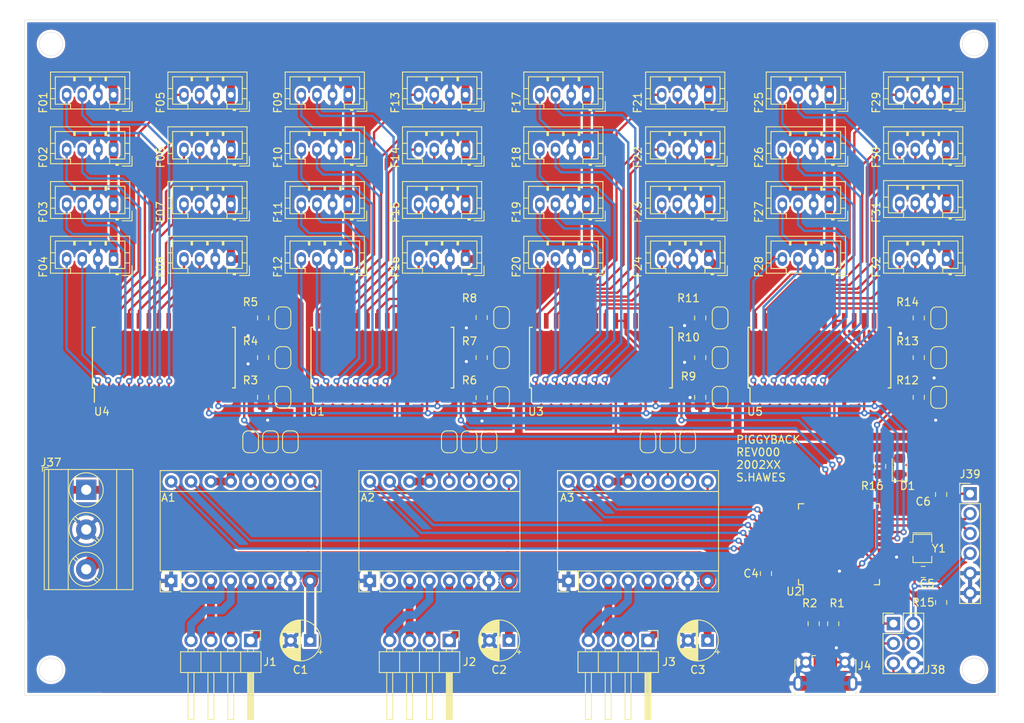
<source format=kicad_pcb>
(kicad_pcb (version 20171130) (host pcbnew "(5.1.5-0-10_14)")
  (layers (0 F.Cu signal) (31 B.Cu signal) (34 B.Paste user) (35 F.Paste user) (36 B.SilkS user) (37 F.SilkS user) (38 B.Mask user) (39 F.Mask user) (44 Edge.Cuts user))
  (net 0 "")
  (net 1 GND)
  (net 2 STEPPER_EN)
  (net 3 "Net-(A1-Pad2)")
  (net 4 "Net-(A1-Pad10)")
  (net 5 "Net-(A1-Pad3)")
  (net 6 "Net-(A1-Pad11)")
  (net 7 "Net-(A1-Pad4)")
  (net 8 "Net-(A1-Pad12)")
  (net 9 "Net-(A1-Pad5)")
  (net 10 +5V)
  (net 11 "Net-(A1-Pad6)")
  (net 12 STEPPER_1_STEP)
  (net 13 +12V)
  (net 14 STEPPER_1_DIR)
  (net 15 STEPPER_2_DIR)
  (net 16 STEPPER_2_STEP)
  (net 17 "Net-(A2-Pad6)")
  (net 18 "Net-(A2-Pad5)")
  (net 19 "Net-(A2-Pad12)")
  (net 20 "Net-(A2-Pad4)")
  (net 21 "Net-(A2-Pad11)")
  (net 22 "Net-(A2-Pad3)")
  (net 23 "Net-(A2-Pad10)")
  (net 24 "Net-(A2-Pad2)")
  (net 25 "Net-(A3-Pad2)")
  (net 26 "Net-(A3-Pad10)")
  (net 27 "Net-(A3-Pad3)")
  (net 28 "Net-(A3-Pad11)")
  (net 29 "Net-(A3-Pad4)")
  (net 30 "Net-(A3-Pad12)")
  (net 31 "Net-(A3-Pad5)")
  (net 32 "Net-(A3-Pad6)")
  (net 33 STEPPER_3_STEP)
  (net 34 STEPPER_3_DIR)
  (net 35 "Net-(C4-Pad1)")
  (net 36 "Net-(J4-Pad2)")
  (net 37 "Net-(J4-Pad1)")
  (net 38 "Net-(J4-Pad4)")
  (net 39 "Net-(J4-Pad3)")
  (net 40 "Net-(JP10-Pad2)")
  (net 41 "Net-(JP11-Pad2)")
  (net 42 "Net-(JP12-Pad2)")
  (net 43 "Net-(R1-Pad1)")
  (net 44 "Net-(R2-Pad1)")
  (net 45 "Net-(U2-Pad1)")
  (net 46 "Net-(U2-Pad6)")
  (net 47 "Net-(U2-Pad12)")
  (net 48 "Net-(U2-Pad16)")
  (net 49 "Net-(U2-Pad17)")
  (net 50 "Net-(U2-Pad22)")
  (net 51 "Net-(U2-Pad25)")
  (net 52 "Net-(U2-Pad26)")
  (net 53 "Net-(U2-Pad27)")
  (net 54 "Net-(U2-Pad31)")
  (net 55 "Net-(U2-Pad33)")
  (net 56 "Net-(U4-Pad11)")
  (net 57 SCK)
  (net 58 SDA)
  (net 59 "Net-(U4-Pad14)")
  (net 60 F01_DA)
  (net 61 F01_CK)
  (net 62 "Net-(JP13-Pad2)")
  (net 63 "Net-(JP14-Pad2)")
  (net 64 "Net-(JP15-Pad2)")
  (net 65 "Net-(JP16-Pad2)")
  (net 66 "Net-(JP17-Pad2)")
  (net 67 "Net-(JP18-Pad2)")
  (net 68 "Net-(JP19-Pad2)")
  (net 69 "Net-(JP20-Pad2)")
  (net 70 "Net-(JP21-Pad2)")
  (net 71 "Net-(U1-Pad11)")
  (net 72 "Net-(U1-Pad14)")
  (net 73 "Net-(U3-Pad14)")
  (net 74 "Net-(U3-Pad11)")
  (net 75 "Net-(U5-Pad11)")
  (net 76 "Net-(U5-Pad14)")
  (net 77 F02_CK)
  (net 78 F02_DA)
  (net 79 F03_DA)
  (net 80 F03_CK)
  (net 81 F04_DA)
  (net 82 F04_CK)
  (net 83 F05_CK)
  (net 84 F05_DA)
  (net 85 F06_DA)
  (net 86 F06_CK)
  (net 87 F07_CK)
  (net 88 F07_DA)
  (net 89 F08_DA)
  (net 90 F08_CK)
  (net 91 F10_DA)
  (net 92 F10_CK)
  (net 93 F11_CK)
  (net 94 F11_DA)
  (net 95 F12_DA)
  (net 96 F12_CK)
  (net 97 F13_CK)
  (net 98 F13_DA)
  (net 99 F14_DA)
  (net 100 F14_CK)
  (net 101 F15_CK)
  (net 102 F15_DA)
  (net 103 F16_DA)
  (net 104 F16_CK)
  (net 105 F09_DA)
  (net 106 F09_CK)
  (net 107 F17_DA)
  (net 108 F17_CK)
  (net 109 F18_CK)
  (net 110 F18_DA)
  (net 111 F19_DA)
  (net 112 F19_CK)
  (net 113 F20_CK)
  (net 114 F20_DA)
  (net 115 F25_DA)
  (net 116 F25_CK)
  (net 117 F26_CK)
  (net 118 F26_DA)
  (net 119 F27_DA)
  (net 120 F27_CK)
  (net 121 F28_CK)
  (net 122 F28_DA)
  (net 123 F21_DA)
  (net 124 F21_CK)
  (net 125 F22_CK)
  (net 126 F22_DA)
  (net 127 F23_DA)
  (net 128 F23_CK)
  (net 129 F24_CK)
  (net 130 F24_DA)
  (net 131 F29_CK)
  (net 132 F29_DA)
  (net 133 F30_DA)
  (net 134 F30_CK)
  (net 135 F31_CK)
  (net 136 F31_DA)
  (net 137 F32_DA)
  (net 138 F32_CK)
  (net 139 MISO)
  (net 140 SCLK)
  (net 141 MOSI)
  (net 142 RESET)
  (net 143 "Net-(U1-Pad18)")
  (net 144 2_INT)
  (net 145 1_INT)
  (net 146 3_INT)
  (net 147 4_INT)
  (net 148 "Net-(U3-Pad18)")
  (net 149 "Net-(U4-Pad18)")
  (net 150 "Net-(U5-Pad18)")
  (net 151 DTR)
  (net 152 TX)
  (net 153 RX)
  (net 154 "Net-(D1-Pad2)")
  (module Symbol:KiCad-Logo_5mm_Copper (layer F.Cu) (at 47 138.5 315)
    (fp_text reference REF** hide)
    (fp_text value KiCad-Logo_5mm_Copper)
    (fp_poly (pts (xy -2.273043 -2.973429) (xy -2.176768 -2.949191) (xy -2.090184 -2.906359) (xy -2.015373 -2.846581) (xy -1.954418 -2.771506) (xy -1.909399 -2.68278) (xy -1.883136 -2.58647) (xy -1.877286 -2.489205) (xy -1.89214 -2.395346) (xy -1.92584 -2.307489) (xy -1.976528 -2.22823) (xy -2.042345 -2.160164) (xy -2.121434 -2.105888) (xy -2.211934 -2.067998) (xy -2.2632 -2.055574) (xy -2.307698 -2.048053) (xy -2.341999 -2.045081) (xy -2.37496 -2.046906) (xy -2.415434 -2.053775) (xy -2.448531 -2.06075) (xy -2.541947 -2.092259) (xy -2.625619 -2.143383) (xy -2.697665 -2.212571) (xy -2.7562 -2.298272) (xy -2.770148 -2.325511) (xy -2.786586 -2.361878) (xy -2.796894 -2.392418) (xy -2.80246 -2.42455) (xy -2.804669 -2.465693) (xy -2.804948 -2.511778) (xy -2.800861 -2.596135) (xy -2.787446 -2.665414) (xy -2.762256 -2.726039) (xy -2.722846 -2.784433) (xy -2.684298 -2.828698) (xy -2.612406 -2.894516) (xy -2.537313 -2.939947) (xy -2.454562 -2.96715) (xy -2.376928 -2.977424) (xy -2.273043 -2.973429)) (layer F.Cu) (width 0.01))
    (fp_poly (pts (xy 6.186507 -0.527755) (xy 6.186526 -0.293338) (xy 6.186552 -0.080397) (xy 6.186625 0.112168) (xy 6.186782 0.285459) (xy 6.187064 0.440576) (xy 6.187509 0.57862) (xy 6.188156 0.700692) (xy 6.189045 0.807894) (xy 6.190213 0.901326) (xy 6.191701 0.98209) (xy 6.193546 1.051286) (xy 6.195789 1.110015) (xy 6.198469 1.159379) (xy 6.201623 1.200478) (xy 6.205292 1.234413) (xy 6.209513 1.262286) (xy 6.214327 1.285198) (xy 6.219773 1.304249) (xy 6.225888 1.32054) (xy 6.232712 1.335173) (xy 6.240285 1.349249) (xy 6.248645 1.363868) (xy 6.253839 1.372974) (xy 6.288104 1.433689) (xy 5.429955 1.433689) (xy 5.429955 1.337733) (xy 5.429224 1.29437) (xy 5.427272 1.261205) (xy 5.424463 1.243424) (xy 5.423221 1.241778) (xy 5.411799 1.248662) (xy 5.389084 1.266505) (xy 5.366385 1.285879) (xy 5.3118 1.326614) (xy 5.242321 1.367617) (xy 5.16527 1.405123) (xy 5.087965 1.435364) (xy 5.057113 1.445012) (xy 4.988616 1.459578) (xy 4.905764 1.469539) (xy 4.816371 1.474583) (xy 4.728248 1.474396) (xy 4.649207 1.468666) (xy 4.611511 1.462858) (xy 4.473414 1.424797) (xy 4.346113 1.367073) (xy 4.230292 1.290211) (xy 4.126637 1.194739) (xy 4.035833 1.081179) (xy 3.969031 0.970381) (xy 3.914164 0.853625) (xy 3.872163 0.734276) (xy 3.842167 0.608283) (xy 3.823311 0.471594) (xy 3.814732 0.320158) (xy 3.814006 0.242711) (xy 3.8161 0.185934) (xy 4.645217 0.185934) (xy 4.645424 0.279002) (xy 4.648337 0.366692) (xy 4.654 0.443772) (xy 4.662455 0.505009) (xy 4.665038 0.51735) (xy 4.69684 0.624633) (xy 4.738498 0.711658) (xy 4.790363 0.778642) (xy 4.852781 0.825805) (xy 4.9261 0.853365) (xy 5.010669 0.861541) (xy 5.106835 0.850551) (xy 5.170311 0.834829) (xy 5.219454 0.816639) (xy 5.273583 0.790791) (xy 5.314244 0.767089) (xy 5.3848 0.720721) (xy 5.3848 -0.42947) (xy 5.317392 -0.473038) (xy 5.238867 -0.51396) (xy 5.154681 -0.540611) (xy 5.069557 -0.552535) (xy 4.988216 -0.549278) (xy 4.91538 -0.530385) (xy 4.883426 -0.514816) (xy 4.825501 -0.471819) (xy 4.776544 -0.415047) (xy 4.73539 -0.342425) (xy 4.700874 -0.251879) (xy 4.671833 -0.141334) (xy 4.670552 -0.135467) (xy 4.660381 -0.073212) (xy 4.652739 0.004594) (xy 4.64767 0.09272) (xy 4.645217 0.185934) (xy 3.8161 0.185934) (xy 3.821857 0.029895) (xy 3.843802 -0.165941) (xy 3.879786 -0.344668) (xy 3.929759 -0.506155) (xy 3.993668 -0.650274) (xy 4.071462 -0.776894) (xy 4.163089 -0.885885) (xy 4.268497 -0.977117) (xy 4.313662 -1.008068) (xy 4.414611 -1.064215) (xy 4.517901 -1.103826) (xy 4.627989 -1.127986) (xy 4.74933 -1.137781) (xy 4.841836 -1.136735) (xy 4.97149 -1.125769) (xy 5.084084 -1.103954) (xy 5.182875 -1.070286) (xy 5.271121 -1.023764) (xy 5.319986 -0.989552) (xy 5.349353 -0.967638) (xy 5.371043 -0.952667) (xy 5.379253 -0.948267) (xy 5.380868 -0.959096) (xy 5.382159 -0.989749) (xy 5.383138 -1.037474) (xy 5.383817 -1.099521) (xy 5.38421 -1.173138) (xy 5.38433 -1.255573) (xy 5.384188 -1.344075) (xy 5.383797 -1.435893) (xy 5.383171 -1.528276) (xy 5.38232 -1.618472) (xy 5.38126 -1.703729) (xy 5.380001 -1.781297) (xy 5.378556 -1.848424) (xy 5.376938 -1.902359) (xy 5.375161 -1.94035) (xy 5.374669 -1.947333) (xy 5.367092 -2.017749) (xy 5.355531 -2.072898) (xy 5.337792 -2.120019) (xy 5.311682 -2.166353) (xy 5.305415 -2.175933) (xy 5.280983 -2.212622) (xy 6.186311 -2.212622) (xy 6.186507 -0.527755)) (layer F.Cu) (width 0.01))
    (fp_poly (pts (xy 2.673574 -1.133448) (xy 2.825492 -1.113433) (xy 2.960756 -1.079798) (xy 3.080239 -1.032275) (xy 3.184815 -0.970595) (xy 3.262424 -0.907035) (xy 3.331265 -0.832901) (xy 3.385006 -0.753129) (xy 3.42791 -0.660909) (xy 3.443384 -0.617839) (xy 3.456244 -0.578858) (xy 3.467446 -0.542711) (xy 3.47712 -0.507566) (xy 3.485396 -0.47159) (xy 3.492403 -0.43295) (xy 3.498272 -0.389815) (xy 3.503131 -0.340351) (xy 3.50711 -0.282727) (xy 3.51034 -0.215109) (xy 3.512949 -0.135666) (xy 3.515067 -0.042564) (xy 3.516824 0.066027) (xy 3.518349 0.191942) (xy 3.519772 0.337012) (xy 3.521025 0.479778) (xy 3.522351 0.635968) (xy 3.523556 0.771239) (xy 3.524766 0.887246) (xy 3.526106 0.985645) (xy 3.5277 1.068093) (xy 3.529675 1.136246) (xy 3.532156 1.19176) (xy 3.535269 1.236292) (xy 3.539138 1.271498) (xy 3.543889 1.299034) (xy 3.549648 1.320556) (xy 3.556539 1.337722) (xy 3.564689 1.352186) (xy 3.574223 1.365606) (xy 3.585266 1.379638) (xy 3.589566 1.385071) (xy 3.605386 1.40791) (xy 3.612422 1.423463) (xy 3.612444 1.423922) (xy 3.601567 1.426121) (xy 3.570582 1.428147) (xy 3.521957 1.429942) (xy 3.458163 1.431451) (xy 3.381669 1.432616) (xy 3.294944 1.43338) (xy 3.200457 1.433686) (xy 3.18955 1.433689) (xy 2.766657 1.433689) (xy 2.763395 1.337622) (xy 2.760133 1.241556) (xy 2.698044 1.292543) (xy 2.600714 1.360057) (xy 2.490813 1.414749) (xy 2.404349 1.444978) (xy 2.335278 1.459666) (xy 2.251925 1.469659) (xy 2.162159 1.474646) (xy 2.073845 1.474313) (xy 1.994851 1.468351) (xy 1.958622 1.462638) (xy 1.818603 1.424776) (xy 1.692178 1.369932) (xy 1.58026 1.298924) (xy 1.483762 1.212568) (xy 1.4036 1.111679) (xy 1.340687 0.997076) (xy 1.296312 0.870984) (xy 1.283978 0.814401) (xy 1.276368 0.752202) (xy 1.272739 0.677363) (xy 1.272245 0.643467) (xy 1.27231 0.640282) (xy 2.032248 0.640282) (xy 2.041541 0.715333) (xy 2.069728 0.77916) (xy 2.118197 0.834798) (xy 2.123254 0.839211) (xy 2.171548 0.874037) (xy 2.223257 0.89662) (xy 2.283989 0.90854) (xy 2.359352 0.911383) (xy 2.377459 0.910978) (xy 2.431278 0.908325) (xy 2.471308 0.902909) (xy 2.506324 0.892745) (xy 2.545103 0.87585) (xy 2.555745 0.870672) (xy 2.616396 0.834844) (xy 2.663215 0.792212) (xy 2.675952 0.776973) (xy 2.720622 0.720462) (xy 2.720622 0.524586) (xy 2.720086 0.445939) (xy 2.718396 0.387988) (xy 2.715428 0.348875) (xy 2.711057 0.326741) (xy 2.706972 0.320274) (xy 2.691047 0.317111) (xy 2.657264 0.314488) (xy 2.61034 0.312655) (xy 2.554993 0.311857) (xy 2.546106 0.311842) (xy 2.42533 0.317096) (xy 2.32266 0.333263) (xy 2.236106 0.360961) (xy 2.163681 0.400808) (xy 2.108751 0.447758) (xy 2.064204 0.505645) (xy 2.03948 0.568693) (xy 2.032248 0.640282) (xy 1.27231 0.640282) (xy 1.274178 0.549712) (xy 1.282522 0.470812) (xy 1.298768 0.39959) (xy 1.324405 0.328864) (xy 1.348401 0.276493) (xy 1.40702 0.181196) (xy 1.485117 0.09317) (xy 1.580315 0.014017) (xy 1.690238 -0.05466) (xy 1.81251 -0.111259) (xy 1.944755 -0.154179) (xy 2.009422 -0.169118) (xy 2.145604 -0.191223) (xy 2.294049 -0.205806) (xy 2.445505 -0.212187) (xy 2.572064 -0.210555) (xy 2.73395 -0.203776) (xy 2.72653 -0.262755) (xy 2.707238 -0.361908) (xy 2.676104 -0.442628) (xy 2.632269 -0.505534) (xy 2.574871 -0.551244) (xy 2.503048 -0.580378) (xy 2.415941 -0.593553) (xy 2.312686 -0.591389) (xy 2.274711 -0.587388) (xy 2.13352 -0.56222) (xy 1.996707 -0.521186) (xy 1.902178 -0.483185) (xy 1.857018 -0.46381) (xy 1.818585 -0.44824) (xy 1.792234 -0.438595) (xy 1.784546 -0.436548) (xy 1.774802 -0.445626) (xy 1.758083 -0.474595) (xy 1.734232 -0.523783) (xy 1.703093 -0.593516) (xy 1.664507 -0.684121) (xy 1.65791 -0.699911) (xy 1.627853 -0.772228) (xy 1.600874 -0.837575) (xy 1.578136 -0.893094) (xy 1.560806 -0.935928) (xy 1.550048 -0.963219) (xy 1.546941 -0.972058) (xy 1.55694 -0.976813) (xy 1.583217 -0.98209) (xy 1.611489 -0.985769) (xy 1.641646 -0.990526) (xy 1.689433 -0.999972) (xy 1.750612 -1.01318) (xy 1.820946 -1.029224) (xy 1.896194 -1.04718) (xy 1.924755 -1.054203) (xy 2.029816 -1.079791) (xy 2.11748 -1.099853) (xy 2.192068 -1.115031) (xy 2.257903 -1.125965) (xy 2.319307 -1.133296) (xy 2.380602 -1.137665) (xy 2.44611 -1.139713) (xy 2.504128 -1.140111) (xy 2.673574 -1.133448)) (layer F.Cu) (width 0.01))
    (fp_poly (pts (xy 0.328429 -2.050929) (xy 0.48857 -2.029755) (xy 0.65251 -1.989615) (xy 0.822313 -1.930111) (xy 1.000043 -1.850846) (xy 1.01131 -1.845301) (xy 1.069005 -1.817275) (xy 1.120552 -1.793198) (xy 1.162191 -1.774751) (xy 1.190162 -1.763614) (xy 1.199733 -1.761067) (xy 1.21895 -1.756059) (xy 1.223561 -1.751853) (xy 1.218458 -1.74142) (xy 1.202418 -1.715132) (xy 1.177288 -1.675743) (xy 1.144914 -1.626009) (xy 1.107143 -1.568685) (xy 1.065822 -1.506524) (xy 1.022798 -1.442282) (xy 0.979917 -1.378715) (xy 0.939026 -1.318575) (xy 0.901971 -1.26462) (xy 0.8706 -1.219603) (xy 0.846759 -1.186279) (xy 0.832294 -1.167403) (xy 0.830309 -1.165213) (xy 0.820191 -1.169862) (xy 0.79785 -1.187038) (xy 0.76728 -1.21356) (xy 0.751536 -1.228036) (xy 0.655047 -1.303318) (xy 0.548336 -1.358759) (xy 0.432832 -1.393859) (xy 0.309962 -1.40812) (xy 0.240561 -1.406949) (xy 0.119423 -1.389788) (xy 0.010205 -1.353906) (xy -0.087418 -1.299041) (xy -0.173772 -1.22493) (xy -0.249185 -1.131312) (xy -0.313982 -1.017924) (xy -0.351399 -0.931333) (xy -0.395252 -0.795634) (xy -0.427572 -0.64815) (xy -0.448443 -0.492686) (xy -0.457949 -0.333044) (xy -0.456173 -0.173027) (xy -0.443197 -0.016439) (xy -0.419106 0.132918) (xy -0.383982 0.27124) (xy -0.337908 0.394724) (xy -0.321627 0.428978) (xy -0.25338 0.543064) (xy -0.172921 0.639557) (xy -0.08143 0.71767) (xy 0.019911 0.776617) (xy 0.12992 0.815612) (xy 0.247415 0.833868) (xy 0.288883 0.835211) (xy 0.410441 0.82429) (xy 0.530878 0.791474) (xy 0.648666 0.737439) (xy 0.762277 0.662865) (xy 0.853685 0.584539) (xy 0.900215 0.540008) (xy 1.081483 0.837271) (xy 1.12658 0.911433) (xy 1.167819 0.979646) (xy 1.203735 1.039459) (xy 1.232866 1.08842) (xy 1.25375 1.124079) (xy 1.264924 1.143984) (xy 1.266375 1.147079) (xy 1.258146 1.156718) (xy 1.232567 1.173999) (xy 1.192873 1.197283) (xy 1.142297 1.224934) (xy 1.084074 1.255315) (xy 1.021437 1.28679) (xy 0.957621 1.317722) (xy 0.89586 1.346473) (xy 0.839388 1.371408) (xy 0.791438 1.390889) (xy 0.767986 1.399318) (xy 0.634221 1.437133) (xy 0.496327 1.462136) (xy 0.348622 1.47514) (xy 0.221833 1.477468) (xy 0.153878 1.476373) (xy 0.088277 1.474275) (xy 0.030847 1.471434) (xy -0.012597 1.468106) (xy -0.026702 1.466422) (xy -0.165716 1.437587) (xy -0.307243 1.392468) (xy -0.444725 1.33375) (xy -0.571606 1.26412) (xy -0.649111 1.211441) (xy -0.776519 1.103239) (xy -0.894822 0.976671) (xy -1.001828 0.834866) (xy -1.095348 0.680951) (xy -1.17319 0.518053) (xy -1.217044 0.400756) (xy -1.267292 0.217128) (xy -1.300791 0.022581) (xy -1.317551 -0.178675) (xy -1.317584 -0.382432) (xy -1.300899 -0.584479) (xy -1.267507 -0.780608) (xy -1.21742 -0.966609) (xy -1.213603 -0.978197) (xy -1.150719 -1.14025) (xy -1.073972 -1.288168) (xy -0.980758 -1.426135) (xy -0.868473 -1.558339) (xy -0.824608 -1.603601) (xy -0.688466 -1.727543) (xy -0.548509 -1.830085) (xy -0.402589 -1.912344) (xy -0.248558 -1.975436) (xy -0.084268 -2.020477) (xy 0.011289 -2.037967) (xy 0.170023 -2.053534) (xy 0.328429 -2.050929)) (layer F.Cu) (width 0.01))
    (fp_poly (pts (xy -2.9464 -2.510946) (xy -2.935535 -2.397007) (xy -2.903918 -2.289384) (xy -2.853015 -2.190385) (xy -2.784293 -2.102316) (xy -2.699219 -2.027484) (xy -2.602232 -1.969616) (xy -2.495964 -1.929995) (xy -2.38895 -1.911427) (xy -2.2833 -1.912566) (xy -2.181125 -1.93207) (xy -2.084534 -1.968594) (xy -1.995638 -2.020795) (xy -1.916546 -2.087327) (xy -1.849369 -2.166848) (xy -1.796217 -2.258013) (xy -1.759199 -2.359477) (xy -1.740427 -2.469898) (xy -1.738489 -2.519794) (xy -1.738489 -2.607733) (xy -1.68656 -2.607733) (xy -1.650253 -2.604889) (xy -1.623355 -2.593089) (xy -1.596249 -2.569351) (xy -1.557867 -2.530969) (xy -1.557867 -0.339398) (xy -1.557876 -0.077261) (xy -1.557908 0.163241) (xy -1.557972 0.383048) (xy -1.558076 0.583101) (xy -1.558227 0.764344) (xy -1.558434 0.927716) (xy -1.558706 1.07416) (xy -1.55905 1.204617) (xy -1.559474 1.320029) (xy -1.559987 1.421338) (xy -1.560597 1.509484) (xy -1.561312 1.58541) (xy -1.56214 1.650057) (xy -1.563089 1.704367) (xy -1.564167 1.74928) (xy -1.565383 1.78574) (xy -1.566745 1.814687) (xy -1.568261 1.837063) (xy -1.569938 1.853809) (xy -1.571786 1.865868) (xy -1.573813 1.87418) (xy -1.576025 1.879687) (xy -1.577108 1.881537) (xy -1.581271 1.888549) (xy -1.584805 1.894996) (xy -1.588635 1.9009) (xy -1.593682 1.906286) (xy -1.600871 1.911178) (xy -1.611123 1.915598) (xy -1.625364 1.919572) (xy -1.644514 1.923121) (xy -1.669499 1.92627) (xy -1.70124 1.929042) (xy -1.740662 1.931461) (xy -1.788686 1.933551) (xy -1.846237 1.935335) (xy -1.914237 1.936837) (xy -1.99361 1.93808) (xy -2.085279 1.939089) (xy -2.190166 1.939885) (xy -2.309196 1.940494) (xy -2.44329 1.940939) (xy -2.593373 1.941243) (xy -2.760367 1.94143) (xy -2.945196 1.941524) (xy -3.148783 1.941548) (xy -3.37205 1.941525) (xy -3.615922 1.94148) (xy -3.881321 1.941437) (xy -3.919704 1.941432) (xy -4.186682 1.941389) (xy -4.432002 1.941318) (xy -4.656583 1.941213) (xy -4.861345 1.941066) (xy -5.047206 1.940869) (xy -5.215088 1.940616) (xy -5.365908 1.9403) (xy -5.500587 1.939913) (xy -5.620044 1.939447) (xy -5.725199 1.938897) (xy -5.816971 1.938253) (xy -5.896279 1.937511) (xy -5.964043 1.936661) (xy -6.021182 1.935697) (xy -6.068617 1.934611) (xy -6.107266 1.933397) (xy -6.138049 1.932047) (xy -6.161885 1.930555) (xy -6.179694 1.928911) (xy -6.192395 1.927111) (xy -6.200908 1.925145) (xy -6.205266 1.923477) (xy -6.213728 1.919906) (xy -6.221497 1.91727) (xy -6.228602 1.914634) (xy -6.235073 1.911062) (xy -6.240939 1.905621) (xy -6.246229 1.897375) (xy -6.250974 1.88539) (xy -6.255202 1.868731) (xy -6.258943 1.846463) (xy -6.262227 1.817652) (xy -6.265083 1.781363) (xy -6.26754 1.736661) (xy -6.269629 1.682611) (xy -6.271378 1.618279) (xy -6.272817 1.54273) (xy -6.273976 1.45503) (xy -6.274883 1.354243) (xy -6.275569 1.239434) (xy -6.276063 1.10967) (xy -6.276395 0.964015) (xy -6.276593 0.801535) (xy -6.276687 0.621295) (xy -6.276708 0.42236) (xy -6.276685 0.203796) (xy -6.276646 -0.035332) (xy -6.276622 -0.29596) (xy -6.276622 -0.338111) (xy -6.276636 -0.601008) (xy -6.276661 -0.842268) (xy -6.276671 -1.062835) (xy -6.276642 -1.263648) (xy -6.276548 -1.445651) (xy -6.276362 -1.609784) (xy -6.276059 -1.756989) (xy -6.275614 -1.888208) (xy -6.275034 -1.998133) (xy -5.972197 -1.998133) (xy -5.932407 -1.940289) (xy -5.921236 -1.924521) (xy -5.911166 -1.910559) (xy -5.902138 -1.897216) (xy -5.894097 -1.883307) (xy -5.886986 -1.867644) (xy -5.880747 -1.849042) (xy -5.875325 -1.826314) (xy -5.870662 -1.798273) (xy -5.866701 -1.763733) (xy -5.863385 -1.721508) (xy -5.860659 -1.670411) (xy -5.858464 -1.609256) (xy -5.856745 -1.536856) (xy -5.855444 -1.452025) (xy -5.854505 -1.353578) (xy -5.85387 -1.240326) (xy -5.853484 -1.111084) (xy -5.853288 -0.964666) (xy -5.853227 -0.799884) (xy -5.853243 -0.615553) (xy -5.85328 -0.410487) (xy -5.853289 -0.287867) (xy -5.853265 -0.070918) (xy -5.853231 0.124642) (xy -5.853243 0.299999) (xy -5.853358 0.456341) (xy -5.85363 0.594857) (xy -5.854118 0.716734) (xy -5.854876 0.82316) (xy -5.855962 0.915322) (xy -5.857431 0.994409) (xy -5.85934 1.061608) (xy -5.861744 1.118107) (xy -5.864701 1.165093) (xy -5.868266 1.203755) (xy -5.872495 1.23528) (xy -5.877446 1.260855) (xy -5.883173 1.28167) (xy -5.889733 1.298911) (xy -5.897183 1.313765) (xy -5.905579 1.327422) (xy -5.914976 1.341069) (xy -5.925432 1.355893) (xy -5.931523 1.364783) (xy -5.970296 1.4224) (xy -5.438732 1.4224) (xy -5.315483 1.422365) (xy -5.212987 1.422215) (xy -5.12942 1.421878) (xy -5.062956 1.421286) (xy -5.011771 1.420367) (xy -4.974041 1.419051) (xy -4.94794 1.417269) (xy -4.931644 1.414951) (xy -4.923328 1.412026) (xy -4.921168 1.408424) (xy -4.923339 1.404075) (xy -4.924535 1.402645) (xy -4.949685 1.365573) (xy -4.975583 1.312772) (xy -4.999192 1.25077) (xy -5.007461 1.224357) (xy -5.012078 1.206416) (xy -5.015979 1.185355) (xy -5.019248 1.159089) (xy -5.021966 1.125532) (xy -5.024215 1.082599) (xy -5.026077 1.028204) (xy -5.027636 0.960262) (xy -5.028972 0.876688) (xy -5.030169 0.775395) (xy -5.031308 0.6543) (xy -5.031685 0.6096) (xy -5.032702 0.484449) (xy -5.03346 0.380082) (xy -5.033903 0.294707) (xy -5.03397 0.226533) (xy -5.033605 0.173765) (xy -5.032748 0.134614) (xy -5.031341 0.107285) (xy -5.029325 0.089986) (xy -5.026643 0.080926) (xy -5.023236 0.078312) (xy -5.019044 0.080351) (xy -5.014571 0.084667) (xy -5.004216 0.097602) (xy -4.982158 0.126676) (xy -4.949957 0.169759) (xy -4.909174 0.224718) (xy -4.86137 0.289423) (xy -4.808105 0.361742) (xy -4.75094 0.439544) (xy -4.691437 0.520698) (xy -4.631155 0.603072) (xy -4.571655 0.684536) (xy -4.514498 0.762957) (xy -4.461245 0.836204) (xy -4.413457 0.902147) (xy -4.372693 0.958654) (xy -4.340516 1.003593) (xy -4.318485 1.034834) (xy -4.313917 1.041466) (xy -4.290996 1.078369) (xy -4.264188 1.126359) (xy -4.238789 1.175897) (xy -4.235568 1.182577) (xy -4.21389 1.230772) (xy -4.201304 1.268334) (xy -4.195574 1.30416) (xy -4.194456 1.3462) (xy -4.19509 1.4224) (xy -3.040651 1.4224) (xy -3.131815 1.328669) (xy -3.178612 1.278775) (xy -3.228899 1.222295) (xy -3.274944 1.168026) (xy -3.295369 1.142673) (xy -3.325807 1.103128) (xy -3.365862 1.049916) (xy -3.414361 0.984667) (xy -3.470135 0.909011) (xy -3.532011 0.824577) (xy -3.598819 0.732994) (xy -3.669387 0.635892) (xy -3.742545 0.534901) (xy -3.817121 0.43165) (xy -3.891944 0.327768) (xy -3.965843 0.224885) (xy -4.037646 0.124631) (xy -4.106184 0.028636) (xy -4.170284 -0.061473) (xy -4.228775 -0.144064) (xy -4.280486 -0.217508) (xy -4.324247 -0.280176) (xy -4.358885 -0.330439) (xy -4.38323 -0.366666) (xy -4.396111 -0.387229) (xy -4.397869 -0.391332) (xy -4.38991 -0.402658) (xy -4.369115 -0.429838) (xy -4.336847 -0.471171) (xy -4.29447 -0.524956) (xy -4.243347 -0.589494) (xy -4.184841 -0.663082) (xy -4.120314 -0.744022) (xy -4.051131 -0.830612) (xy -3.978653 -0.921152) (xy -3.904246 -1.01394) (xy -3.844517 -1.088298) (xy -2.833511 -1.088298) (xy -2.827602 -1.075341) (xy -2.813272 -1.053092) (xy -2.812225 -1.051609) (xy -2.793438 -1.021456) (xy -2.773791 -0.984625) (xy -2.769892 -0.976489) (xy -2.766356 -0.96806) (xy -2.76323 -0.957941) (xy -2.760486 -0.94474) (xy -2.758092 -0.927062) (xy -2.756019 -0.903516) (xy -2.754235 -0.872707) (xy -2.752712 -0.833243) (xy -2.751419 -0.783731) (xy -2.750326 -0.722777) (xy -2.749403 -0.648989) (xy -2.748619 -0.560972) (xy -2.747945 -0.457335) (xy -2.74735 -0.336684) (xy -2.746805 -0.197626) (xy -2.746279 -0.038768) (xy -2.745745 0.140089) (xy -2.745206 0.325207) (xy -2.744772 0.489145) (xy -2.744509 0.633303) (xy -2.744484 0.759079) (xy -2.744765 0.867871) (xy -2.745419 0.961077) (xy -2.746514 1.040097) (xy -2.748118 1.106328) (xy -2.750297 1.16117) (xy -2.753119 1.206021) (xy -2.756651 1.242278) (xy -2.760961 1.271341) (xy -2.766117 1.294609) (xy -2.772185 1.313479) (xy -2.779233 1.329351) (xy -2.787329 1.343622) (xy -2.79654 1.357691) (xy -2.80504 1.370158) (xy -2.822176 1.396452) (xy -2.832322 1.414037) (xy -2.833511 1.417257) (xy -2.822604 1.418334) (xy -2.791411 1.419335) (xy -2.742223 1.420235) (xy -2.677333 1.42101) (xy -2.59903 1.421637) (xy -2.509607 1.422091) (xy -2.411356 1.422349) (xy -2.342445 1.4224) (xy -2.237452 1.42218) (xy -2.14061 1.421548) (xy -2.054107 1.420549) (xy -1.980132 1.419227) (xy -1.920874 1.417626) (xy -1.87852 1.415791) (xy -1.85526 1.413765) (xy -1.851378 1.412493) (xy -1.859076 1.397591) (xy -1.867074 1.38956) (xy -1.880246 1.372434) (xy -1.897485 1.342183) (xy -1.909407 1.317622) (xy -1.936045 1.258711) (xy -1.93912 0.081845) (xy -1.942195 -1.095022) (xy -2.387853 -1.095022) (xy -2.48567 -1.094858) (xy -2.576064 -1.094389) (xy -2.65663 -1.093653) (xy -2.724962 -1.092684) (xy -2.778656 -1.09152) (xy -2.815305 -1.090197) (xy -2.832504 -1.088751) (xy -2.833511 -1.088298) (xy -3.844517 -1.088298) (xy -3.82927 -1.107278) (xy -3.75509 -1.199463) (xy -3.683069 -1.288796) (xy -3.614569 -1.373576) (xy -3.550955 -1.452102) (xy -3.493588 -1.522674) (xy -3.443833 -1.583591) (xy -3.403052 -1.633153) (xy -3.385888 -1.653822) (xy -3.299596 -1.754484) (xy -3.222997 -1.837741) (xy -3.154183 -1.905562) (xy -3.091248 -1.959911) (xy -3.081867 -1.967278) (xy -3.042356 -1.997883) (xy -4.174116 -1.998133) (xy -4.168827 -1.950156) (xy -4.17213 -1.892812) (xy -4.193661 -1.824537) (xy -4.233635 -1.744788) (xy -4.278943 -1.672505) (xy -4.295161 -1.64986) (xy -4.323214 -1.612304) (xy -4.36143 -1.561979) (xy -4.408137 -1.501027) (xy -4.461661 -1.431589) (xy -4.520331 -1.355806) (xy -4.582475 -1.27582) (xy -4.646421 -1.193772) (xy -4.710495 -1.111804) (xy -4.773027 -1.032057) (xy -4.832343 -0.956673) (xy -4.886771 -0.887793) (xy -4.934639 -0.827558) (xy -4.974275 -0.778111) (xy -5.004006 -0.741592) (xy -5.022161 -0.720142) (xy -5.02522 -0.716844) (xy -5.028079 -0.724851) (xy -5.030293 -0.755145) (xy -5.031857 -0.807444) (xy -5.032767 -0.881469) (xy -5.03302 -0.976937) (xy -5.032613 -1.093566) (xy -5.031704 -1.213555) (xy -5.030382 -1.345667) (xy -5.028857 -1.457406) (xy -5.026881 -1.550975) (xy -5.024206 -1.628581) (xy -5.020582 -1.692426) (xy -5.015761 -1.744717) (xy -5.009494 -1.787656) (xy -5.001532 -1.823449) (xy -4.991627 -1.8543) (xy -4.979531 -1.882414) (xy -4.964993 -1.909995) (xy -4.950311 -1.935034) (xy -4.912314 -1.998133) (xy -5.972197 -1.998133) (xy -6.275034 -1.998133) (xy -6.275001 -2.004383) (xy -6.274195 -2.106456) (xy -6.27317 -2.195367) (xy -6.2719 -2.272059) (xy -6.27036 -2.337473) (xy -6.268524 -2.392551) (xy -6.266367 -2.438235) (xy -6.263863 -2.475466) (xy -6.260987 -2.505187) (xy -6.257713 -2.528338) (xy -6.254015 -2.545861) (xy -6.249869 -2.558699) (xy -6.245247 -2.567792) (xy -6.240126 -2.574082) (xy -6.234478 -2.578512) (xy -6.228279 -2.582022) (xy -6.221504 -2.585555) (xy -6.215508 -2.589124) (xy -6.210275 -2.5917) (xy -6.202099 -2.594028) (xy -6.189886 -2.596122) (xy -6.172541 -2.597993) (xy -6.148969 -2.599653) (xy -6.118077 -2.601116) (xy -6.078768 -2.602392) (xy -6.02995 -2.603496) (xy -5.970527 -2.604439) (xy -5.899404 -2.605233) (xy -5.815488 -2.605891) (xy -5.717683 -2.606425) (xy -5.604894 -2.606847) (xy -5.476029 -2.607171) (xy -5.329991 -2.607408) (xy -5.165686 -2.60757) (xy -4.98202 -2.60767) (xy -4.777897 -2.60772) (xy -4.566753 -2.607733) (xy -2.9464 -2.607733) (xy -2.9464 -2.510946)) (layer F.Cu) (width 0.01))
  )
  (module stephen:stephenEmblem (layer F.Cu) (at 134.7 137.1)
    (fp_text reference G*** hide)
    (fp_text value LOGO hide)
  )
  (module Connector_JST:JST_PH_B4B-PH-K_1x04_P2.00mm_Vertical (layer F.Cu) (at 52 82 180)
    (fp_text reference J7 hide)
    (fp_text value F03)
    (pad 4 thru_hole oval (at 6 0 180) (size 1.2 1.75) (drill 0.75) (layers *.Cu *.Mask) (net 80 F03_CK))
    (pad 3 thru_hole oval (at 4 0 180) (size 1.2 1.75) (drill 0.75) (layers *.Cu *.Mask) (net 79 F03_DA))
    (pad 2 thru_hole oval (at 2 0 180) (size 1.2 1.75) (drill 0.75) (layers *.Cu *.Mask) (net 1 GND))
    (pad 1 thru_hole roundrect (at 0 0 180) (size 1.2 1.75) (drill 0.75) (layers *.Cu *.Mask) (roundrect_rratio 0.208333) (net 10 +5V))
  )
  (module Module:Pololu_Breakout-16_15.2x20.3mm (layer F.Cu) (at 59.36 130.14 90)
    (fp_text reference A1 (at 10.64 -0.36 180) (layer F.SilkS))
    (fp_text value Pololu_Breakout_DRV8825)
    (pad 1 thru_hole rect (at 0 0 90) (size 1.6 1.6) (drill 0.8) (layers *.Cu *.Mask) (net 1 GND))
    (pad 9 thru_hole oval (at 12.7 17.78 90) (size 1.6 1.6) (drill 0.8) (layers *.Cu *.Mask) (net 2 STEPPER_EN))
    (pad 2 thru_hole oval (at 0 2.54 90) (size 1.6 1.6) (drill 0.8) (layers *.Cu *.Mask) (net 3 "Net-(A1-Pad2)"))
    (pad 10 thru_hole oval (at 12.7 15.24 90) (size 1.6 1.6) (drill 0.8) (layers *.Cu *.Mask) (net 4 "Net-(A1-Pad10)"))
    (pad 3 thru_hole oval (at 0 5.08 90) (size 1.6 1.6) (drill 0.8) (layers *.Cu *.Mask) (net 5 "Net-(A1-Pad3)"))
    (pad 11 thru_hole oval (at 12.7 12.7 90) (size 1.6 1.6) (drill 0.8) (layers *.Cu *.Mask) (net 6 "Net-(A1-Pad11)"))
    (pad 4 thru_hole oval (at 0 7.62 90) (size 1.6 1.6) (drill 0.8) (layers *.Cu *.Mask) (net 7 "Net-(A1-Pad4)"))
    (pad 12 thru_hole oval (at 12.7 10.16 90) (size 1.6 1.6) (drill 0.8) (layers *.Cu *.Mask) (net 8 "Net-(A1-Pad12)"))
    (pad 5 thru_hole oval (at 0 10.16 90) (size 1.6 1.6) (drill 0.8) (layers *.Cu *.Mask) (net 9 "Net-(A1-Pad5)"))
    (pad 13 thru_hole oval (at 12.7 7.62 90) (size 1.6 1.6) (drill 0.8) (layers *.Cu *.Mask) (net 10 +5V))
    (pad 6 thru_hole oval (at 0 12.7 90) (size 1.6 1.6) (drill 0.8) (layers *.Cu *.Mask) (net 11 "Net-(A1-Pad6)"))
    (pad 14 thru_hole oval (at 12.7 5.08 90) (size 1.6 1.6) (drill 0.8) (layers *.Cu *.Mask) (net 10 +5V))
    (pad 7 thru_hole oval (at 0 15.24 90) (size 1.6 1.6) (drill 0.8) (layers *.Cu *.Mask) (net 1 GND))
    (pad 15 thru_hole oval (at 12.7 2.54 90) (size 1.6 1.6) (drill 0.8) (layers *.Cu *.Mask) (net 12 STEPPER_1_STEP))
    (pad 8 thru_hole oval (at 0 17.78 90) (size 1.6 1.6) (drill 0.8) (layers *.Cu *.Mask) (net 13 +12V))
    (pad 16 thru_hole oval (at 12.7 0 90) (size 1.6 1.6) (drill 0.8) (layers *.Cu *.Mask) (net 14 STEPPER_1_DIR))
  )
  (module Module:Pololu_Breakout-16_15.2x20.3mm (layer F.Cu) (at 84.76 130.14 90)
    (fp_text reference A2 (at 10.64 -0.26 180) (layer F.SilkS))
    (fp_text value Pololu_Breakout_DRV8825)
    (pad 16 thru_hole oval (at 12.7 0 90) (size 1.6 1.6) (drill 0.8) (layers *.Cu *.Mask) (net 15 STEPPER_2_DIR))
    (pad 8 thru_hole oval (at 0 17.78 90) (size 1.6 1.6) (drill 0.8) (layers *.Cu *.Mask) (net 13 +12V))
    (pad 15 thru_hole oval (at 12.7 2.54 90) (size 1.6 1.6) (drill 0.8) (layers *.Cu *.Mask) (net 16 STEPPER_2_STEP))
    (pad 7 thru_hole oval (at 0 15.24 90) (size 1.6 1.6) (drill 0.8) (layers *.Cu *.Mask) (net 1 GND))
    (pad 14 thru_hole oval (at 12.7 5.08 90) (size 1.6 1.6) (drill 0.8) (layers *.Cu *.Mask) (net 10 +5V))
    (pad 6 thru_hole oval (at 0 12.7 90) (size 1.6 1.6) (drill 0.8) (layers *.Cu *.Mask) (net 17 "Net-(A2-Pad6)"))
    (pad 13 thru_hole oval (at 12.7 7.62 90) (size 1.6 1.6) (drill 0.8) (layers *.Cu *.Mask) (net 10 +5V))
    (pad 5 thru_hole oval (at 0 10.16 90) (size 1.6 1.6) (drill 0.8) (layers *.Cu *.Mask) (net 18 "Net-(A2-Pad5)"))
    (pad 12 thru_hole oval (at 12.7 10.16 90) (size 1.6 1.6) (drill 0.8) (layers *.Cu *.Mask) (net 19 "Net-(A2-Pad12)"))
    (pad 4 thru_hole oval (at 0 7.62 90) (size 1.6 1.6) (drill 0.8) (layers *.Cu *.Mask) (net 20 "Net-(A2-Pad4)"))
    (pad 11 thru_hole oval (at 12.7 12.7 90) (size 1.6 1.6) (drill 0.8) (layers *.Cu *.Mask) (net 21 "Net-(A2-Pad11)"))
    (pad 3 thru_hole oval (at 0 5.08 90) (size 1.6 1.6) (drill 0.8) (layers *.Cu *.Mask) (net 22 "Net-(A2-Pad3)"))
    (pad 10 thru_hole oval (at 12.7 15.24 90) (size 1.6 1.6) (drill 0.8) (layers *.Cu *.Mask) (net 23 "Net-(A2-Pad10)"))
    (pad 2 thru_hole oval (at 0 2.54 90) (size 1.6 1.6) (drill 0.8) (layers *.Cu *.Mask) (net 24 "Net-(A2-Pad2)"))
    (pad 9 thru_hole oval (at 12.7 17.78 90) (size 1.6 1.6) (drill 0.8) (layers *.Cu *.Mask) (net 2 STEPPER_EN))
    (pad 1 thru_hole rect (at 0 0 90) (size 1.6 1.6) (drill 0.8) (layers *.Cu *.Mask) (net 1 GND))
  )
  (module Module:Pololu_Breakout-16_15.2x20.3mm (layer F.Cu) (at 110.16 130.14 90)
    (fp_text reference A3 (at 10.64 -0.16 180) (layer F.SilkS))
    (fp_text value Pololu_Breakout_DRV8825)
    (pad 1 thru_hole rect (at 0 0 90) (size 1.6 1.6) (drill 0.8) (layers *.Cu *.Mask) (net 1 GND))
    (pad 9 thru_hole oval (at 12.7 17.78 90) (size 1.6 1.6) (drill 0.8) (layers *.Cu *.Mask) (net 2 STEPPER_EN))
    (pad 2 thru_hole oval (at 0 2.54 90) (size 1.6 1.6) (drill 0.8) (layers *.Cu *.Mask) (net 25 "Net-(A3-Pad2)"))
    (pad 10 thru_hole oval (at 12.7 15.24 90) (size 1.6 1.6) (drill 0.8) (layers *.Cu *.Mask) (net 26 "Net-(A3-Pad10)"))
    (pad 3 thru_hole oval (at 0 5.08 90) (size 1.6 1.6) (drill 0.8) (layers *.Cu *.Mask) (net 27 "Net-(A3-Pad3)"))
    (pad 11 thru_hole oval (at 12.7 12.7 90) (size 1.6 1.6) (drill 0.8) (layers *.Cu *.Mask) (net 28 "Net-(A3-Pad11)"))
    (pad 4 thru_hole oval (at 0 7.62 90) (size 1.6 1.6) (drill 0.8) (layers *.Cu *.Mask) (net 29 "Net-(A3-Pad4)"))
    (pad 12 thru_hole oval (at 12.7 10.16 90) (size 1.6 1.6) (drill 0.8) (layers *.Cu *.Mask) (net 30 "Net-(A3-Pad12)"))
    (pad 5 thru_hole oval (at 0 10.16 90) (size 1.6 1.6) (drill 0.8) (layers *.Cu *.Mask) (net 31 "Net-(A3-Pad5)"))
    (pad 13 thru_hole oval (at 12.7 7.62 90) (size 1.6 1.6) (drill 0.8) (layers *.Cu *.Mask) (net 10 +5V))
    (pad 6 thru_hole oval (at 0 12.7 90) (size 1.6 1.6) (drill 0.8) (layers *.Cu *.Mask) (net 32 "Net-(A3-Pad6)"))
    (pad 14 thru_hole oval (at 12.7 5.08 90) (size 1.6 1.6) (drill 0.8) (layers *.Cu *.Mask) (net 10 +5V))
    (pad 7 thru_hole oval (at 0 15.24 90) (size 1.6 1.6) (drill 0.8) (layers *.Cu *.Mask) (net 1 GND))
    (pad 15 thru_hole oval (at 12.7 2.54 90) (size 1.6 1.6) (drill 0.8) (layers *.Cu *.Mask) (net 33 STEPPER_3_STEP))
    (pad 8 thru_hole oval (at 0 17.78 90) (size 1.6 1.6) (drill 0.8) (layers *.Cu *.Mask) (net 13 +12V))
    (pad 16 thru_hole oval (at 12.7 0 90) (size 1.6 1.6) (drill 0.8) (layers *.Cu *.Mask) (net 34 STEPPER_3_DIR))
  )
  (module Capacitor_SMD:C_0805_2012Metric_Pad1.15x1.40mm_HandSolder (layer F.Cu) (at 135.4 129.2 270)
    (fp_text reference C4 (at 0 1.9 180) (layer F.SilkS))
    (fp_text value 1uF)
    (pad 1 smd roundrect (at -1.025 0 270) (size 1.15 1.4) (layers F.Cu F.Paste F.Mask) (roundrect_rratio 0.217391) (net 35 "Net-(C4-Pad1)"))
    (pad 2 smd roundrect (at 1.025 0 270) (size 1.15 1.4) (layers F.Cu F.Paste F.Mask) (roundrect_rratio 0.217391) (net 1 GND))
  )
  (module Connector_PinHeader_2.54mm:PinHeader_1x04_P2.54mm_Horizontal (layer F.Cu) (at 69.52 137.76 270)
    (fp_text reference J1 (at 2.74 -2.48 180) (layer F.SilkS))
    (fp_text value STEPPER_1)
    (pad 1 thru_hole rect (at 0 0 270) (size 1.7 1.7) (drill 1) (layers *.Cu *.Mask) (net 11 "Net-(A1-Pad6)"))
    (pad 2 thru_hole oval (at 0 2.54 270) (size 1.7 1.7) (drill 1) (layers *.Cu *.Mask) (net 9 "Net-(A1-Pad5)"))
    (pad 3 thru_hole oval (at 0 5.08 270) (size 1.7 1.7) (drill 1) (layers *.Cu *.Mask) (net 5 "Net-(A1-Pad3)"))
    (pad 4 thru_hole oval (at 0 7.62 270) (size 1.7 1.7) (drill 1) (layers *.Cu *.Mask) (net 7 "Net-(A1-Pad4)"))
  )
  (module Connector_PinHeader_2.54mm:PinHeader_1x04_P2.54mm_Horizontal (layer F.Cu) (at 94.92 137.76 270)
    (fp_text reference J2 (at 2.74 -2.58 180) (layer F.SilkS))
    (fp_text value STEPPER_2)
    (pad 1 thru_hole rect (at 0 0 270) (size 1.7 1.7) (drill 1) (layers *.Cu *.Mask) (net 17 "Net-(A2-Pad6)"))
    (pad 2 thru_hole oval (at 0 2.54 270) (size 1.7 1.7) (drill 1) (layers *.Cu *.Mask) (net 18 "Net-(A2-Pad5)"))
    (pad 3 thru_hole oval (at 0 5.08 270) (size 1.7 1.7) (drill 1) (layers *.Cu *.Mask) (net 22 "Net-(A2-Pad3)"))
    (pad 4 thru_hole oval (at 0 7.62 270) (size 1.7 1.7) (drill 1) (layers *.Cu *.Mask) (net 20 "Net-(A2-Pad4)"))
  )
  (module Connector_PinHeader_2.54mm:PinHeader_1x04_P2.54mm_Horizontal (layer F.Cu) (at 120.32 137.76 270)
    (fp_text reference J3 (at 2.74 -2.68 180) (layer F.SilkS))
    (fp_text value STEPPER_3)
    (pad 4 thru_hole oval (at 0 7.62 270) (size 1.7 1.7) (drill 1) (layers *.Cu *.Mask) (net 29 "Net-(A3-Pad4)"))
    (pad 3 thru_hole oval (at 0 5.08 270) (size 1.7 1.7) (drill 1) (layers *.Cu *.Mask) (net 27 "Net-(A3-Pad3)"))
    (pad 2 thru_hole oval (at 0 2.54 270) (size 1.7 1.7) (drill 1) (layers *.Cu *.Mask) (net 31 "Net-(A3-Pad5)"))
    (pad 1 thru_hole rect (at 0 0 270) (size 1.7 1.7) (drill 1) (layers *.Cu *.Mask) (net 32 "Net-(A3-Pad6)"))
  )
  (module Connector_USB:USB_Micro-B_Molex-105017-0001 (layer F.Cu) (at 143 142)
    (fp_text reference J4 (at 5 -1) (layer F.SilkS))
    (fp_text value USB_B_Micro)
    (pad 6 smd rect (at 1 1.2375) (size 1.5 1.9) (layers F.Cu F.Paste F.Mask) (net 1 GND))
    (pad 6 thru_hole circle (at -2.5 -1.4625) (size 1.45 1.45) (drill 0.85) (layers *.Cu *.Mask) (net 1 GND))
    (pad 2 smd rect (at -0.65 -1.4625) (size 0.4 1.35) (layers F.Cu F.Paste F.Mask) (net 36 "Net-(J4-Pad2)"))
    (pad 1 smd rect (at -1.3 -1.4625) (size 0.4 1.35) (layers F.Cu F.Paste F.Mask) (net 37 "Net-(J4-Pad1)"))
    (pad 5 smd rect (at 1.3 -1.4625) (size 0.4 1.35) (layers F.Cu F.Paste F.Mask) (net 1 GND))
    (pad 4 smd rect (at 0.65 -1.4625) (size 0.4 1.35) (layers F.Cu F.Paste F.Mask) (net 38 "Net-(J4-Pad4)"))
    (pad 3 smd rect (at 0 -1.4625) (size 0.4 1.35) (layers F.Cu F.Paste F.Mask) (net 39 "Net-(J4-Pad3)"))
    (pad 6 thru_hole circle (at 2.5 -1.4625) (size 1.45 1.45) (drill 0.85) (layers *.Cu *.Mask) (net 1 GND))
    (pad 6 smd rect (at -1 1.2375) (size 1.5 1.9) (layers F.Cu F.Paste F.Mask) (net 1 GND))
    (pad 6 thru_hole oval (at -3.5 1.2375 180) (size 1.2 1.9) (drill oval 0.6 1.3) (layers *.Cu *.Mask) (net 1 GND))
    (pad 6 thru_hole oval (at 3.5 1.2375) (size 1.2 1.9) (drill oval 0.6 1.3) (layers *.Cu *.Mask) (net 1 GND))
    (pad 6 smd rect (at 2.9 1.2375) (size 1.2 1.9) (layers F.Cu F.Mask) (net 1 GND))
    (pad 6 smd rect (at -2.9 1.2375) (size 1.2 1.9) (layers F.Cu F.Mask) (net 1 GND))
  )
  (module Jumper:SolderJumper-2_P1.3mm_Open_RoundedPad1.0x1.5mm (layer F.Cu) (at 74.6 112.36 270)
    (fp_text reference JP1 hide)
    (fp_text value M0)
    (pad 1 smd custom (at -0.65 0 270) (size 1 0.5) (layers F.Cu F.Mask) (net 10 +5V) (options (clearance outline) (anchor rect)) (primitives (gr_circle (center 0 0.25) (end 0.5 0.25) (width 0)) (gr_circle (center 0 -0.25) (end 0.5 -0.25) (width 0)) (gr_poly (pts (xy 0 -0.75) (xy 0.5 -0.75) (xy 0.5 0.75) (xy 0 0.75)) (width 0))))
    (pad 2 smd custom (at 0.65 0 270) (size 1 0.5) (layers F.Cu F.Mask) (net 4 "Net-(A1-Pad10)") (options (clearance outline) (anchor rect)) (primitives (gr_circle (center 0 0.25) (end 0.5 0.25) (width 0)) (gr_circle (center 0 -0.25) (end 0.5 -0.25) (width 0)) (gr_poly (pts (xy 0 -0.75) (xy -0.5 -0.75) (xy -0.5 0.75) (xy 0 0.75)) (width 0))))
  )
  (module Jumper:SolderJumper-2_P1.3mm_Open_RoundedPad1.0x1.5mm (layer F.Cu) (at 72.06 112.36 270)
    (fp_text reference JP2 hide)
    (fp_text value M1)
    (pad 2 smd custom (at 0.65 0 270) (size 1 0.5) (layers F.Cu F.Mask) (net 6 "Net-(A1-Pad11)") (options (clearance outline) (anchor rect)) (primitives (gr_circle (center 0 0.25) (end 0.5 0.25) (width 0)) (gr_circle (center 0 -0.25) (end 0.5 -0.25) (width 0)) (gr_poly (pts (xy 0 -0.75) (xy -0.5 -0.75) (xy -0.5 0.75) (xy 0 0.75)) (width 0))))
    (pad 1 smd custom (at -0.65 0 270) (size 1 0.5) (layers F.Cu F.Mask) (net 10 +5V) (options (clearance outline) (anchor rect)) (primitives (gr_circle (center 0 0.25) (end 0.5 0.25) (width 0)) (gr_circle (center 0 -0.25) (end 0.5 -0.25) (width 0)) (gr_poly (pts (xy 0 -0.75) (xy 0.5 -0.75) (xy 0.5 0.75) (xy 0 0.75)) (width 0))))
  )
  (module Jumper:SolderJumper-2_P1.3mm_Open_RoundedPad1.0x1.5mm (layer F.Cu) (at 69.52 112.36 270)
    (fp_text reference JP3 hide)
    (fp_text value M2)
    (pad 1 smd custom (at -0.65 0 270) (size 1 0.5) (layers F.Cu F.Mask) (net 10 +5V) (options (clearance outline) (anchor rect)) (primitives (gr_circle (center 0 0.25) (end 0.5 0.25) (width 0)) (gr_circle (center 0 -0.25) (end 0.5 -0.25) (width 0)) (gr_poly (pts (xy 0 -0.75) (xy 0.5 -0.75) (xy 0.5 0.75) (xy 0 0.75)) (width 0))))
    (pad 2 smd custom (at 0.65 0 270) (size 1 0.5) (layers F.Cu F.Mask) (net 8 "Net-(A1-Pad12)") (options (clearance outline) (anchor rect)) (primitives (gr_circle (center 0 0.25) (end 0.5 0.25) (width 0)) (gr_circle (center 0 -0.25) (end 0.5 -0.25) (width 0)) (gr_poly (pts (xy 0 -0.75) (xy -0.5 -0.75) (xy -0.5 0.75) (xy 0 0.75)) (width 0))))
  )
  (module Jumper:SolderJumper-2_P1.3mm_Open_RoundedPad1.0x1.5mm (layer F.Cu) (at 100 112.36 270)
    (fp_text reference JP4 hide)
    (fp_text value M0)
    (pad 2 smd custom (at 0.65 0 270) (size 1 0.5) (layers F.Cu F.Mask) (net 23 "Net-(A2-Pad10)") (options (clearance outline) (anchor rect)) (primitives (gr_circle (center 0 0.25) (end 0.5 0.25) (width 0)) (gr_circle (center 0 -0.25) (end 0.5 -0.25) (width 0)) (gr_poly (pts (xy 0 -0.75) (xy -0.5 -0.75) (xy -0.5 0.75) (xy 0 0.75)) (width 0))))
    (pad 1 smd custom (at -0.65 0 270) (size 1 0.5) (layers F.Cu F.Mask) (net 10 +5V) (options (clearance outline) (anchor rect)) (primitives (gr_circle (center 0 0.25) (end 0.5 0.25) (width 0)) (gr_circle (center 0 -0.25) (end 0.5 -0.25) (width 0)) (gr_poly (pts (xy 0 -0.75) (xy 0.5 -0.75) (xy 0.5 0.75) (xy 0 0.75)) (width 0))))
  )
  (module Jumper:SolderJumper-2_P1.3mm_Open_RoundedPad1.0x1.5mm (layer F.Cu) (at 97.46 112.36 270)
    (fp_text reference JP5 hide)
    (fp_text value M1)
    (pad 1 smd custom (at -0.65 0 270) (size 1 0.5) (layers F.Cu F.Mask) (net 10 +5V) (options (clearance outline) (anchor rect)) (primitives (gr_circle (center 0 0.25) (end 0.5 0.25) (width 0)) (gr_circle (center 0 -0.25) (end 0.5 -0.25) (width 0)) (gr_poly (pts (xy 0 -0.75) (xy 0.5 -0.75) (xy 0.5 0.75) (xy 0 0.75)) (width 0))))
    (pad 2 smd custom (at 0.65 0 270) (size 1 0.5) (layers F.Cu F.Mask) (net 21 "Net-(A2-Pad11)") (options (clearance outline) (anchor rect)) (primitives (gr_circle (center 0 0.25) (end 0.5 0.25) (width 0)) (gr_circle (center 0 -0.25) (end 0.5 -0.25) (width 0)) (gr_poly (pts (xy 0 -0.75) (xy -0.5 -0.75) (xy -0.5 0.75) (xy 0 0.75)) (width 0))))
  )
  (module Jumper:SolderJumper-2_P1.3mm_Open_RoundedPad1.0x1.5mm (layer F.Cu) (at 94.92 112.36 270)
    (fp_text reference JP6 hide)
    (fp_text value M2)
    (pad 2 smd custom (at 0.65 0 270) (size 1 0.5) (layers F.Cu F.Mask) (net 19 "Net-(A2-Pad12)") (options (clearance outline) (anchor rect)) (primitives (gr_circle (center 0 0.25) (end 0.5 0.25) (width 0)) (gr_circle (center 0 -0.25) (end 0.5 -0.25) (width 0)) (gr_poly (pts (xy 0 -0.75) (xy -0.5 -0.75) (xy -0.5 0.75) (xy 0 0.75)) (width 0))))
    (pad 1 smd custom (at -0.65 0 270) (size 1 0.5) (layers F.Cu F.Mask) (net 10 +5V) (options (clearance outline) (anchor rect)) (primitives (gr_circle (center 0 0.25) (end 0.5 0.25) (width 0)) (gr_circle (center 0 -0.25) (end 0.5 -0.25) (width 0)) (gr_poly (pts (xy 0 -0.75) (xy 0.5 -0.75) (xy 0.5 0.75) (xy 0 0.75)) (width 0))))
  )
  (module Jumper:SolderJumper-2_P1.3mm_Open_RoundedPad1.0x1.5mm (layer F.Cu) (at 125.4 112.36 270)
    (fp_text reference JP7 hide)
    (fp_text value M0)
    (pad 1 smd custom (at -0.65 0 270) (size 1 0.5) (layers F.Cu F.Mask) (net 10 +5V) (options (clearance outline) (anchor rect)) (primitives (gr_circle (center 0 0.25) (end 0.5 0.25) (width 0)) (gr_circle (center 0 -0.25) (end 0.5 -0.25) (width 0)) (gr_poly (pts (xy 0 -0.75) (xy 0.5 -0.75) (xy 0.5 0.75) (xy 0 0.75)) (width 0))))
    (pad 2 smd custom (at 0.65 0 270) (size 1 0.5) (layers F.Cu F.Mask) (net 26 "Net-(A3-Pad10)") (options (clearance outline) (anchor rect)) (primitives (gr_circle (center 0 0.25) (end 0.5 0.25) (width 0)) (gr_circle (center 0 -0.25) (end 0.5 -0.25) (width 0)) (gr_poly (pts (xy 0 -0.75) (xy -0.5 -0.75) (xy -0.5 0.75) (xy 0 0.75)) (width 0))))
  )
  (module Jumper:SolderJumper-2_P1.3mm_Open_RoundedPad1.0x1.5mm (layer F.Cu) (at 122.86 112.36 270)
    (fp_text reference JP8 hide)
    (fp_text value M1)
    (pad 2 smd custom (at 0.65 0 270) (size 1 0.5) (layers F.Cu F.Mask) (net 28 "Net-(A3-Pad11)") (options (clearance outline) (anchor rect)) (primitives (gr_circle (center 0 0.25) (end 0.5 0.25) (width 0)) (gr_circle (center 0 -0.25) (end 0.5 -0.25) (width 0)) (gr_poly (pts (xy 0 -0.75) (xy -0.5 -0.75) (xy -0.5 0.75) (xy 0 0.75)) (width 0))))
    (pad 1 smd custom (at -0.65 0 270) (size 1 0.5) (layers F.Cu F.Mask) (net 10 +5V) (options (clearance outline) (anchor rect)) (primitives (gr_circle (center 0 0.25) (end 0.5 0.25) (width 0)) (gr_circle (center 0 -0.25) (end 0.5 -0.25) (width 0)) (gr_poly (pts (xy 0 -0.75) (xy 0.5 -0.75) (xy 0.5 0.75) (xy 0 0.75)) (width 0))))
  )
  (module Jumper:SolderJumper-2_P1.3mm_Open_RoundedPad1.0x1.5mm (layer F.Cu) (at 120.32 112.36 270)
    (fp_text reference JP9 hide)
    (fp_text value M2)
    (pad 1 smd custom (at -0.65 0 270) (size 1 0.5) (layers F.Cu F.Mask) (net 10 +5V) (options (clearance outline) (anchor rect)) (primitives (gr_circle (center 0 0.25) (end 0.5 0.25) (width 0)) (gr_circle (center 0 -0.25) (end 0.5 -0.25) (width 0)) (gr_poly (pts (xy 0 -0.75) (xy 0.5 -0.75) (xy 0.5 0.75) (xy 0 0.75)) (width 0))))
    (pad 2 smd custom (at 0.65 0 270) (size 1 0.5) (layers F.Cu F.Mask) (net 30 "Net-(A3-Pad12)") (options (clearance outline) (anchor rect)) (primitives (gr_circle (center 0 0.25) (end 0.5 0.25) (width 0)) (gr_circle (center 0 -0.25) (end 0.5 -0.25) (width 0)) (gr_poly (pts (xy 0 -0.75) (xy -0.5 -0.75) (xy -0.5 0.75) (xy 0 0.75)) (width 0))))
  )
  (module Jumper:SolderJumper-2_P1.3mm_Open_RoundedPad1.0x1.5mm (layer F.Cu) (at 73.66 106.68 90)
    (fp_text reference JP10 hide)
    (fp_text value A2)
    (pad 2 smd custom (at 0.65 0 90) (size 1 0.5) (layers F.Cu F.Mask) (net 40 "Net-(JP10-Pad2)") (options (clearance outline) (anchor rect)) (primitives (gr_circle (center 0 0.25) (end 0.5 0.25) (width 0)) (gr_circle (center 0 -0.25) (end 0.5 -0.25) (width 0)) (gr_poly (pts (xy 0 -0.75) (xy -0.5 -0.75) (xy -0.5 0.75) (xy 0 0.75)) (width 0))))
    (pad 1 smd custom (at -0.65 0 90) (size 1 0.5) (layers F.Cu F.Mask) (net 10 +5V) (options (clearance outline) (anchor rect)) (primitives (gr_circle (center 0 0.25) (end 0.5 0.25) (width 0)) (gr_circle (center 0 -0.25) (end 0.5 -0.25) (width 0)) (gr_poly (pts (xy 0 -0.75) (xy 0.5 -0.75) (xy 0.5 0.75) (xy 0 0.75)) (width 0))))
  )
  (module Jumper:SolderJumper-2_P1.3mm_Open_RoundedPad1.0x1.5mm (layer F.Cu) (at 73.66 101.6 90)
    (fp_text reference JP11 hide)
    (fp_text value A1)
    (pad 1 smd custom (at -0.65 0 90) (size 1 0.5) (layers F.Cu F.Mask) (net 10 +5V) (options (clearance outline) (anchor rect)) (primitives (gr_circle (center 0 0.25) (end 0.5 0.25) (width 0)) (gr_circle (center 0 -0.25) (end 0.5 -0.25) (width 0)) (gr_poly (pts (xy 0 -0.75) (xy 0.5 -0.75) (xy 0.5 0.75) (xy 0 0.75)) (width 0))))
    (pad 2 smd custom (at 0.65 0 90) (size 1 0.5) (layers F.Cu F.Mask) (net 41 "Net-(JP11-Pad2)") (options (clearance outline) (anchor rect)) (primitives (gr_circle (center 0 0.25) (end 0.5 0.25) (width 0)) (gr_circle (center 0 -0.25) (end 0.5 -0.25) (width 0)) (gr_poly (pts (xy 0 -0.75) (xy -0.5 -0.75) (xy -0.5 0.75) (xy 0 0.75)) (width 0))))
  )
  (module Jumper:SolderJumper-2_P1.3mm_Open_RoundedPad1.0x1.5mm (layer F.Cu) (at 73.66 96.52 90)
    (fp_text reference JP12 hide)
    (fp_text value A0)
    (pad 2 smd custom (at 0.65 0 90) (size 1 0.5) (layers F.Cu F.Mask) (net 42 "Net-(JP12-Pad2)") (options (clearance outline) (anchor rect)) (primitives (gr_circle (center 0 0.25) (end 0.5 0.25) (width 0)) (gr_circle (center 0 -0.25) (end 0.5 -0.25) (width 0)) (gr_poly (pts (xy 0 -0.75) (xy -0.5 -0.75) (xy -0.5 0.75) (xy 0 0.75)) (width 0))))
    (pad 1 smd custom (at -0.65 0 90) (size 1 0.5) (layers F.Cu F.Mask) (net 10 +5V) (options (clearance outline) (anchor rect)) (primitives (gr_circle (center 0 0.25) (end 0.5 0.25) (width 0)) (gr_circle (center 0 -0.25) (end 0.5 -0.25) (width 0)) (gr_poly (pts (xy 0 -0.75) (xy 0.5 -0.75) (xy 0.5 0.75) (xy 0 0.75)) (width 0))))
  )
  (module Resistor_SMD:R_0805_2012Metric_Pad1.15x1.40mm_HandSolder (layer F.Cu) (at 144 135.62 270)
    (fp_text reference R1 (at -2.62 -0.5 180) (layer F.SilkS))
    (fp_text value 22R)
    (pad 2 smd roundrect (at 1.025 0 270) (size 1.15 1.4) (layers F.Cu F.Paste F.Mask) (roundrect_rratio 0.217391) (net 39 "Net-(J4-Pad3)"))
    (pad 1 smd roundrect (at -1.025 0 270) (size 1.15 1.4) (layers F.Cu F.Paste F.Mask) (roundrect_rratio 0.217391) (net 43 "Net-(R1-Pad1)"))
  )
  (module Resistor_SMD:R_0805_2012Metric_Pad1.15x1.40mm_HandSolder (layer F.Cu) (at 141.5 135.62 270)
    (fp_text reference R2 (at -2.62 0.5 180) (layer F.SilkS))
    (fp_text value 22R)
    (pad 1 smd roundrect (at -1.025 0 270) (size 1.15 1.4) (layers F.Cu F.Paste F.Mask) (roundrect_rratio 0.217391) (net 44 "Net-(R2-Pad1)"))
    (pad 2 smd roundrect (at 1.025 0 270) (size 1.15 1.4) (layers F.Cu F.Paste F.Mask) (roundrect_rratio 0.217391) (net 36 "Net-(J4-Pad2)"))
  )
  (module Resistor_SMD:R_0805_2012Metric_Pad1.15x1.40mm_HandSolder (layer F.Cu) (at 71.12 106.68 270)
    (fp_text reference R3 (at -2.18 1.62 180) (layer F.SilkS))
    (fp_text value 10K)
    (pad 1 smd roundrect (at -1.025 0 270) (size 1.15 1.4) (layers F.Cu F.Paste F.Mask) (roundrect_rratio 0.217391) (net 40 "Net-(JP10-Pad2)"))
    (pad 2 smd roundrect (at 1.025 0 270) (size 1.15 1.4) (layers F.Cu F.Paste F.Mask) (roundrect_rratio 0.217391) (net 1 GND))
  )
  (module Resistor_SMD:R_0805_2012Metric_Pad1.15x1.40mm_HandSolder (layer F.Cu) (at 71.12 101.6 270)
    (fp_text reference R4 (at -2.1 1.62 180) (layer F.SilkS))
    (fp_text value 10K)
    (pad 2 smd roundrect (at 1.025 0 270) (size 1.15 1.4) (layers F.Cu F.Paste F.Mask) (roundrect_rratio 0.217391) (net 1 GND))
    (pad 1 smd roundrect (at -1.025 0 270) (size 1.15 1.4) (layers F.Cu F.Paste F.Mask) (roundrect_rratio 0.217391) (net 41 "Net-(JP11-Pad2)"))
  )
  (module Resistor_SMD:R_0805_2012Metric_Pad1.15x1.40mm_HandSolder (layer F.Cu) (at 71.12 96.52 270)
    (fp_text reference R5 (at -2.02 1.62 180) (layer F.SilkS))
    (fp_text value 10K)
    (pad 1 smd roundrect (at -1.025 0 270) (size 1.15 1.4) (layers F.Cu F.Paste F.Mask) (roundrect_rratio 0.217391) (net 42 "Net-(JP12-Pad2)"))
    (pad 2 smd roundrect (at 1.025 0 270) (size 1.15 1.4) (layers F.Cu F.Paste F.Mask) (roundrect_rratio 0.217391) (net 1 GND))
  )
  (module Package_QFP:TQFP-44_10x10mm_P0.8mm (layer F.Cu) (at 144.74 125.46 90)
    (fp_text reference U2 (at -6.04 -5.74 180) (layer F.SilkS))
    (fp_text value ATmega32U4-AU)
    (pad 1 smd rect (at -5.7 -4 90) (size 1.5 0.55) (layers F.Cu F.Paste F.Mask) (net 45 "Net-(U2-Pad1)"))
    (pad 2 smd rect (at -5.7 -3.2 90) (size 1.5 0.55) (layers F.Cu F.Paste F.Mask) (net 10 +5V))
    (pad 3 smd rect (at -5.7 -2.4 90) (size 1.5 0.55) (layers F.Cu F.Paste F.Mask) (net 44 "Net-(R2-Pad1)"))
    (pad 4 smd rect (at -5.7 -1.6 90) (size 1.5 0.55) (layers F.Cu F.Paste F.Mask) (net 43 "Net-(R1-Pad1)"))
    (pad 5 smd rect (at -5.7 -0.8 90) (size 1.5 0.55) (layers F.Cu F.Paste F.Mask) (net 1 GND))
    (pad 6 smd rect (at -5.7 0 90) (size 1.5 0.55) (layers F.Cu F.Paste F.Mask) (net 46 "Net-(U2-Pad6)"))
    (pad 7 smd rect (at -5.7 0.8 90) (size 1.5 0.55) (layers F.Cu F.Paste F.Mask) (net 37 "Net-(J4-Pad1)"))
    (pad 8 smd rect (at -5.7 1.6 90) (size 1.5 0.55) (layers F.Cu F.Paste F.Mask) (net 147 4_INT))
    (pad 9 smd rect (at -5.7 2.4 90) (size 1.5 0.55) (layers F.Cu F.Paste F.Mask) (net 140 SCLK))
    (pad 10 smd rect (at -5.7 3.2 90) (size 1.5 0.55) (layers F.Cu F.Paste F.Mask) (net 141 MOSI))
    (pad 11 smd rect (at -5.7 4 90) (size 1.5 0.55) (layers F.Cu F.Paste F.Mask) (net 139 MISO))
    (pad 12 smd rect (at -4 5.7 180) (size 1.5 0.55) (layers F.Cu F.Paste F.Mask) (net 47 "Net-(U2-Pad12)"))
    (pad 13 smd rect (at -3.2 5.7 180) (size 1.5 0.55) (layers F.Cu F.Paste F.Mask) (net 142 RESET))
    (pad 14 smd rect (at -2.4 5.7 180) (size 1.5 0.55) (layers F.Cu F.Paste F.Mask) (net 10 +5V))
    (pad 15 smd rect (at -1.6 5.7 180) (size 1.5 0.55) (layers F.Cu F.Paste F.Mask) (net 1 GND))
    (pad 16 smd rect (at -0.8 5.7 180) (size 1.5 0.55) (layers F.Cu F.Paste F.Mask) (net 48 "Net-(U2-Pad16)"))
    (pad 17 smd rect (at 0 5.7 180) (size 1.5 0.55) (layers F.Cu F.Paste F.Mask) (net 49 "Net-(U2-Pad17)"))
    (pad 18 smd rect (at 0.8 5.7 180) (size 1.5 0.55) (layers F.Cu F.Paste F.Mask) (net 57 SCK))
    (pad 19 smd rect (at 1.6 5.7 180) (size 1.5 0.55) (layers F.Cu F.Paste F.Mask) (net 58 SDA))
    (pad 20 smd rect (at 2.4 5.7 180) (size 1.5 0.55) (layers F.Cu F.Paste F.Mask) (net 153 RX))
    (pad 21 smd rect (at 3.2 5.7 180) (size 1.5 0.55) (layers F.Cu F.Paste F.Mask) (net 152 TX))
    (pad 22 smd rect (at 4 5.7 180) (size 1.5 0.55) (layers F.Cu F.Paste F.Mask) (net 50 "Net-(U2-Pad22)"))
    (pad 23 smd rect (at 5.7 4 90) (size 1.5 0.55) (layers F.Cu F.Paste F.Mask) (net 1 GND))
    (pad 24 smd rect (at 5.7 3.2 90) (size 1.5 0.55) (layers F.Cu F.Paste F.Mask) (net 10 +5V))
    (pad 25 smd rect (at 5.7 2.4 90) (size 1.5 0.55) (layers F.Cu F.Paste F.Mask) (net 51 "Net-(U2-Pad25)"))
    (pad 26 smd rect (at 5.7 1.6 90) (size 1.5 0.55) (layers F.Cu F.Paste F.Mask) (net 52 "Net-(U2-Pad26)"))
    (pad 27 smd rect (at 5.7 0.8 90) (size 1.5 0.55) (layers F.Cu F.Paste F.Mask) (net 53 "Net-(U2-Pad27)"))
    (pad 28 smd rect (at 5.7 0 90) (size 1.5 0.55) (layers F.Cu F.Paste F.Mask) (net 146 3_INT))
    (pad 29 smd rect (at 5.7 -0.8 90) (size 1.5 0.55) (layers F.Cu F.Paste F.Mask) (net 144 2_INT))
    (pad 30 smd rect (at 5.7 -1.6 90) (size 1.5 0.55) (layers F.Cu F.Paste F.Mask) (net 145 1_INT))
    (pad 31 smd rect (at 5.7 -2.4 90) (size 1.5 0.55) (layers F.Cu F.Paste F.Mask) (net 54 "Net-(U2-Pad31)"))
    (pad 32 smd rect (at 5.7 -3.2 90) (size 1.5 0.55) (layers F.Cu F.Paste F.Mask) (net 2 STEPPER_EN))
    (pad 33 smd rect (at 5.7 -4 90) (size 1.5 0.55) (layers F.Cu F.Paste F.Mask) (net 55 "Net-(U2-Pad33)"))
    (pad 34 smd rect (at 4 -5.7 180) (size 1.5 0.55) (layers F.Cu F.Paste F.Mask) (net 10 +5V))
    (pad 35 smd rect (at 3.2 -5.7 180) (size 1.5 0.55) (layers F.Cu F.Paste F.Mask) (net 1 GND))
    (pad 36 smd rect (at 2.4 -5.7 180) (size 1.5 0.55) (layers F.Cu F.Paste F.Mask) (net 33 STEPPER_3_STEP))
    (pad 37 smd rect (at 1.6 -5.7 180) (size 1.5 0.55) (layers F.Cu F.Paste F.Mask) (net 34 STEPPER_3_DIR))
    (pad 38 smd rect (at 0.8 -5.7 180) (size 1.5 0.55) (layers F.Cu F.Paste F.Mask) (net 16 STEPPER_2_STEP))
    (pad 39 smd rect (at 0 -5.7 180) (size 1.5 0.55) (layers F.Cu F.Paste F.Mask) (net 15 STEPPER_2_DIR))
    (pad 40 smd rect (at -0.8 -5.7 180) (size 1.5 0.55) (layers F.Cu F.Paste F.Mask) (net 12 STEPPER_1_STEP))
    (pad 41 smd rect (at -1.6 -5.7 180) (size 1.5 0.55) (layers F.Cu F.Paste F.Mask) (net 14 STEPPER_1_DIR))
    (pad 42 smd rect (at -2.4 -5.7 180) (size 1.5 0.55) (layers F.Cu F.Paste F.Mask) (net 35 "Net-(C4-Pad1)"))
    (pad 43 smd rect (at -3.2 -5.7 180) (size 1.5 0.55) (layers F.Cu F.Paste F.Mask) (net 1 GND))
    (pad 44 smd rect (at -4 -5.7 180) (size 1.5 0.55) (layers F.Cu F.Paste F.Mask) (net 10 +5V))
  )
  (module Package_SO:SOIC-28W_7.5x17.9mm_P1.27mm (layer F.Cu) (at 58.42 101.6 90)
    (fp_text reference U4 (at -6.9 -7.92 180) (layer F.SilkS))
    (fp_text value MCP23017_SO_1)
    (pad 1 smd rect (at -4.7 -8.255 90) (size 2 0.6) (layers F.Cu F.Paste F.Mask) (net 82 F04_CK))
    (pad 2 smd rect (at -4.7 -6.985 90) (size 2 0.6) (layers F.Cu F.Paste F.Mask) (net 81 F04_DA))
    (pad 3 smd rect (at -4.7 -5.715 90) (size 2 0.6) (layers F.Cu F.Paste F.Mask) (net 80 F03_CK))
    (pad 4 smd rect (at -4.7 -4.445 90) (size 2 0.6) (layers F.Cu F.Paste F.Mask) (net 79 F03_DA))
    (pad 5 smd rect (at -4.7 -3.175 90) (size 2 0.6) (layers F.Cu F.Paste F.Mask) (net 77 F02_CK))
    (pad 6 smd rect (at -4.7 -1.905 90) (size 2 0.6) (layers F.Cu F.Paste F.Mask) (net 78 F02_DA))
    (pad 7 smd rect (at -4.7 -0.635 90) (size 2 0.6) (layers F.Cu F.Paste F.Mask) (net 61 F01_CK))
    (pad 8 smd rect (at -4.7 0.635 90) (size 2 0.6) (layers F.Cu F.Paste F.Mask) (net 60 F01_DA))
    (pad 9 smd rect (at -4.7 1.905 90) (size 2 0.6) (layers F.Cu F.Paste F.Mask) (net 10 +5V))
    (pad 10 smd rect (at -4.7 3.175 90) (size 2 0.6) (layers F.Cu F.Paste F.Mask) (net 1 GND))
    (pad 11 smd rect (at -4.7 4.445 90) (size 2 0.6) (layers F.Cu F.Paste F.Mask) (net 56 "Net-(U4-Pad11)"))
    (pad 12 smd rect (at -4.7 5.715 90) (size 2 0.6) (layers F.Cu F.Paste F.Mask) (net 57 SCK))
    (pad 13 smd rect (at -4.7 6.985 90) (size 2 0.6) (layers F.Cu F.Paste F.Mask) (net 58 SDA))
    (pad 14 smd rect (at -4.7 8.255 90) (size 2 0.6) (layers F.Cu F.Paste F.Mask) (net 59 "Net-(U4-Pad14)"))
    (pad 15 smd rect (at 4.7 8.255 90) (size 2 0.6) (layers F.Cu F.Paste F.Mask) (net 42 "Net-(JP12-Pad2)"))
    (pad 16 smd rect (at 4.7 6.985 90) (size 2 0.6) (layers F.Cu F.Paste F.Mask) (net 41 "Net-(JP11-Pad2)"))
    (pad 17 smd rect (at 4.7 5.715 90) (size 2 0.6) (layers F.Cu F.Paste F.Mask) (net 40 "Net-(JP10-Pad2)"))
    (pad 18 smd rect (at 4.7 4.445 90) (size 2 0.6) (layers F.Cu F.Paste F.Mask) (net 149 "Net-(U4-Pad18)"))
    (pad 19 smd rect (at 4.7 3.175 90) (size 2 0.6) (layers F.Cu F.Paste F.Mask) (net 145 1_INT))
    (pad 20 smd rect (at 4.7 1.905 90) (size 2 0.6) (layers F.Cu F.Paste F.Mask) (net 145 1_INT))
    (pad 21 smd rect (at 4.7 0.635 90) (size 2 0.6) (layers F.Cu F.Paste F.Mask) (net 89 F08_DA))
    (pad 22 smd rect (at 4.7 -0.635 90) (size 2 0.6) (layers F.Cu F.Paste F.Mask) (net 90 F08_CK))
    (pad 23 smd rect (at 4.7 -1.905 90) (size 2 0.6) (layers F.Cu F.Paste F.Mask) (net 88 F07_DA))
    (pad 24 smd rect (at 4.7 -3.175 90) (size 2 0.6) (layers F.Cu F.Paste F.Mask) (net 87 F07_CK))
    (pad 25 smd rect (at 4.7 -4.445 90) (size 2 0.6) (layers F.Cu F.Paste F.Mask) (net 85 F06_DA))
    (pad 26 smd rect (at 4.7 -5.715 90) (size 2 0.6) (layers F.Cu F.Paste F.Mask) (net 86 F06_CK))
    (pad 27 smd rect (at 4.7 -6.985 90) (size 2 0.6) (layers F.Cu F.Paste F.Mask) (net 84 F05_DA))
    (pad 28 smd rect (at 4.7 -8.255 90) (size 2 0.6) (layers F.Cu F.Paste F.Mask) (net 83 F05_CK))
  )
  (module Crystal:Resonator_SMD_muRata_CSTxExxV-3Pin_3.0x1.1mm (layer F.Cu) (at 155.4 126 270)
    (fp_text reference Y1 (at 0 -2.1 180) (layer F.SilkS))
    (fp_text value 16MHz)
    (pad 1 smd rect (at -1.2 0 270) (size 0.4 1.9) (layers F.Cu F.Paste F.Mask) (net 49 "Net-(U2-Pad17)"))
    (pad 2 smd rect (at 0 0 270) (size 0.4 1.9) (layers F.Cu F.Paste F.Mask) (net 1 GND))
    (pad 3 smd rect (at 1.2 0 270) (size 0.4 1.9) (layers F.Cu F.Paste F.Mask) (net 48 "Net-(U2-Pad16)"))
  )
  (module Jumper:SolderJumper-2_P1.3mm_Open_RoundedPad1.0x1.5mm (layer F.Cu) (at 101.6 106.72 90)
    (fp_text reference JP13 hide)
    (fp_text value A2)
    (pad 2 smd custom (at 0.65 0 90) (size 1 0.5) (layers F.Cu F.Mask) (net 62 "Net-(JP13-Pad2)") (options (clearance outline) (anchor rect)) (primitives (gr_circle (center 0 0.25) (end 0.5 0.25) (width 0)) (gr_circle (center 0 -0.25) (end 0.5 -0.25) (width 0)) (gr_poly (pts (xy 0 -0.75) (xy -0.5 -0.75) (xy -0.5 0.75) (xy 0 0.75)) (width 0))))
    (pad 1 smd custom (at -0.65 0 90) (size 1 0.5) (layers F.Cu F.Mask) (net 10 +5V) (options (clearance outline) (anchor rect)) (primitives (gr_circle (center 0 0.25) (end 0.5 0.25) (width 0)) (gr_circle (center 0 -0.25) (end 0.5 -0.25) (width 0)) (gr_poly (pts (xy 0 -0.75) (xy 0.5 -0.75) (xy 0.5 0.75) (xy 0 0.75)) (width 0))))
  )
  (module Jumper:SolderJumper-2_P1.3mm_Open_RoundedPad1.0x1.5mm (layer F.Cu) (at 101.6 101.6 90)
    (fp_text reference JP14 hide)
    (fp_text value A1)
    (pad 1 smd custom (at -0.65 0 90) (size 1 0.5) (layers F.Cu F.Mask) (net 10 +5V) (options (clearance outline) (anchor rect)) (primitives (gr_circle (center 0 0.25) (end 0.5 0.25) (width 0)) (gr_circle (center 0 -0.25) (end 0.5 -0.25) (width 0)) (gr_poly (pts (xy 0 -0.75) (xy 0.5 -0.75) (xy 0.5 0.75) (xy 0 0.75)) (width 0))))
    (pad 2 smd custom (at 0.65 0 90) (size 1 0.5) (layers F.Cu F.Mask) (net 63 "Net-(JP14-Pad2)") (options (clearance outline) (anchor rect)) (primitives (gr_circle (center 0 0.25) (end 0.5 0.25) (width 0)) (gr_circle (center 0 -0.25) (end 0.5 -0.25) (width 0)) (gr_poly (pts (xy 0 -0.75) (xy -0.5 -0.75) (xy -0.5 0.75) (xy 0 0.75)) (width 0))))
  )
  (module Jumper:SolderJumper-2_P1.3mm_Open_RoundedPad1.0x1.5mm (layer F.Cu) (at 101.6 96.48 90)
    (fp_text reference JP15 hide)
    (fp_text value A0)
    (pad 1 smd custom (at -0.65 0 90) (size 1 0.5) (layers F.Cu F.Mask) (net 10 +5V) (options (clearance outline) (anchor rect)) (primitives (gr_circle (center 0 0.25) (end 0.5 0.25) (width 0)) (gr_circle (center 0 -0.25) (end 0.5 -0.25) (width 0)) (gr_poly (pts (xy 0 -0.75) (xy 0.5 -0.75) (xy 0.5 0.75) (xy 0 0.75)) (width 0))))
    (pad 2 smd custom (at 0.65 0 90) (size 1 0.5) (layers F.Cu F.Mask) (net 64 "Net-(JP15-Pad2)") (options (clearance outline) (anchor rect)) (primitives (gr_circle (center 0 0.25) (end 0.5 0.25) (width 0)) (gr_circle (center 0 -0.25) (end 0.5 -0.25) (width 0)) (gr_poly (pts (xy 0 -0.75) (xy -0.5 -0.75) (xy -0.5 0.75) (xy 0 0.75)) (width 0))))
  )
  (module Jumper:SolderJumper-2_P1.3mm_Open_RoundedPad1.0x1.5mm (layer F.Cu) (at 129.54 106.68 90)
    (fp_text reference JP16 hide)
    (fp_text value A2)
    (pad 2 smd custom (at 0.65 0 90) (size 1 0.5) (layers F.Cu F.Mask) (net 65 "Net-(JP16-Pad2)") (options (clearance outline) (anchor rect)) (primitives (gr_circle (center 0 0.25) (end 0.5 0.25) (width 0)) (gr_circle (center 0 -0.25) (end 0.5 -0.25) (width 0)) (gr_poly (pts (xy 0 -0.75) (xy -0.5 -0.75) (xy -0.5 0.75) (xy 0 0.75)) (width 0))))
    (pad 1 smd custom (at -0.65 0 90) (size 1 0.5) (layers F.Cu F.Mask) (net 10 +5V) (options (clearance outline) (anchor rect)) (primitives (gr_circle (center 0 0.25) (end 0.5 0.25) (width 0)) (gr_circle (center 0 -0.25) (end 0.5 -0.25) (width 0)) (gr_poly (pts (xy 0 -0.75) (xy 0.5 -0.75) (xy 0.5 0.75) (xy 0 0.75)) (width 0))))
  )
  (module Jumper:SolderJumper-2_P1.3mm_Open_RoundedPad1.0x1.5mm (layer F.Cu) (at 157.48 106.68 90)
    (fp_text reference JP17 hide)
    (fp_text value A2)
    (pad 1 smd custom (at -0.65 0 90) (size 1 0.5) (layers F.Cu F.Mask) (net 10 +5V) (options (clearance outline) (anchor rect)) (primitives (gr_circle (center 0 0.25) (end 0.5 0.25) (width 0)) (gr_circle (center 0 -0.25) (end 0.5 -0.25) (width 0)) (gr_poly (pts (xy 0 -0.75) (xy 0.5 -0.75) (xy 0.5 0.75) (xy 0 0.75)) (width 0))))
    (pad 2 smd custom (at 0.65 0 90) (size 1 0.5) (layers F.Cu F.Mask) (net 66 "Net-(JP17-Pad2)") (options (clearance outline) (anchor rect)) (primitives (gr_circle (center 0 0.25) (end 0.5 0.25) (width 0)) (gr_circle (center 0 -0.25) (end 0.5 -0.25) (width 0)) (gr_poly (pts (xy 0 -0.75) (xy -0.5 -0.75) (xy -0.5 0.75) (xy 0 0.75)) (width 0))))
  )
  (module Jumper:SolderJumper-2_P1.3mm_Open_RoundedPad1.0x1.5mm (layer F.Cu) (at 129.54 101.6 90)
    (fp_text reference JP18 hide)
    (fp_text value A1)
    (pad 1 smd custom (at -0.65 0 90) (size 1 0.5) (layers F.Cu F.Mask) (net 10 +5V) (options (clearance outline) (anchor rect)) (primitives (gr_circle (center 0 0.25) (end 0.5 0.25) (width 0)) (gr_circle (center 0 -0.25) (end 0.5 -0.25) (width 0)) (gr_poly (pts (xy 0 -0.75) (xy 0.5 -0.75) (xy 0.5 0.75) (xy 0 0.75)) (width 0))))
    (pad 2 smd custom (at 0.65 0 90) (size 1 0.5) (layers F.Cu F.Mask) (net 67 "Net-(JP18-Pad2)") (options (clearance outline) (anchor rect)) (primitives (gr_circle (center 0 0.25) (end 0.5 0.25) (width 0)) (gr_circle (center 0 -0.25) (end 0.5 -0.25) (width 0)) (gr_poly (pts (xy 0 -0.75) (xy -0.5 -0.75) (xy -0.5 0.75) (xy 0 0.75)) (width 0))))
  )
  (module Jumper:SolderJumper-2_P1.3mm_Open_RoundedPad1.0x1.5mm (layer F.Cu) (at 157.48 101.6 90)
    (fp_text reference JP19 hide)
    (fp_text value A1)
    (pad 2 smd custom (at 0.65 0 90) (size 1 0.5) (layers F.Cu F.Mask) (net 68 "Net-(JP19-Pad2)") (options (clearance outline) (anchor rect)) (primitives (gr_circle (center 0 0.25) (end 0.5 0.25) (width 0)) (gr_circle (center 0 -0.25) (end 0.5 -0.25) (width 0)) (gr_poly (pts (xy 0 -0.75) (xy -0.5 -0.75) (xy -0.5 0.75) (xy 0 0.75)) (width 0))))
    (pad 1 smd custom (at -0.65 0 90) (size 1 0.5) (layers F.Cu F.Mask) (net 10 +5V) (options (clearance outline) (anchor rect)) (primitives (gr_circle (center 0 0.25) (end 0.5 0.25) (width 0)) (gr_circle (center 0 -0.25) (end 0.5 -0.25) (width 0)) (gr_poly (pts (xy 0 -0.75) (xy 0.5 -0.75) (xy 0.5 0.75) (xy 0 0.75)) (width 0))))
  )
  (module Jumper:SolderJumper-2_P1.3mm_Open_RoundedPad1.0x1.5mm (layer F.Cu) (at 129.54 96.52 90)
    (fp_text reference JP20 hide)
    (fp_text value A0)
    (pad 2 smd custom (at 0.65 0 90) (size 1 0.5) (layers F.Cu F.Mask) (net 69 "Net-(JP20-Pad2)") (options (clearance outline) (anchor rect)) (primitives (gr_circle (center 0 0.25) (end 0.5 0.25) (width 0)) (gr_circle (center 0 -0.25) (end 0.5 -0.25) (width 0)) (gr_poly (pts (xy 0 -0.75) (xy -0.5 -0.75) (xy -0.5 0.75) (xy 0 0.75)) (width 0))))
    (pad 1 smd custom (at -0.65 0 90) (size 1 0.5) (layers F.Cu F.Mask) (net 10 +5V) (options (clearance outline) (anchor rect)) (primitives (gr_circle (center 0 0.25) (end 0.5 0.25) (width 0)) (gr_circle (center 0 -0.25) (end 0.5 -0.25) (width 0)) (gr_poly (pts (xy 0 -0.75) (xy 0.5 -0.75) (xy 0.5 0.75) (xy 0 0.75)) (width 0))))
  )
  (module Jumper:SolderJumper-2_P1.3mm_Open_RoundedPad1.0x1.5mm (layer F.Cu) (at 157.48 96.52 90)
    (fp_text reference JP21 hide)
    (fp_text value A0)
    (pad 1 smd custom (at -0.65 0 90) (size 1 0.5) (layers F.Cu F.Mask) (net 10 +5V) (options (clearance outline) (anchor rect)) (primitives (gr_circle (center 0 0.25) (end 0.5 0.25) (width 0)) (gr_circle (center 0 -0.25) (end 0.5 -0.25) (width 0)) (gr_poly (pts (xy 0 -0.75) (xy 0.5 -0.75) (xy 0.5 0.75) (xy 0 0.75)) (width 0))))
    (pad 2 smd custom (at 0.65 0 90) (size 1 0.5) (layers F.Cu F.Mask) (net 70 "Net-(JP21-Pad2)") (options (clearance outline) (anchor rect)) (primitives (gr_circle (center 0 0.25) (end 0.5 0.25) (width 0)) (gr_circle (center 0 -0.25) (end 0.5 -0.25) (width 0)) (gr_poly (pts (xy 0 -0.75) (xy -0.5 -0.75) (xy -0.5 0.75) (xy 0 0.75)) (width 0))))
  )
  (module Resistor_SMD:R_0805_2012Metric_Pad1.15x1.40mm_HandSolder (layer F.Cu) (at 99.06 106.72 270)
    (fp_text reference R6 (at -2.22 1.56 180) (layer F.SilkS))
    (fp_text value 10K)
    (pad 1 smd roundrect (at -1.025 0 270) (size 1.15 1.4) (layers F.Cu F.Paste F.Mask) (roundrect_rratio 0.217391) (net 62 "Net-(JP13-Pad2)"))
    (pad 2 smd roundrect (at 1.025 0 270) (size 1.15 1.4) (layers F.Cu F.Paste F.Mask) (roundrect_rratio 0.217391) (net 1 GND))
  )
  (module Resistor_SMD:R_0805_2012Metric_Pad1.15x1.40mm_HandSolder (layer F.Cu) (at 99.06 101.6 270)
    (fp_text reference R7 (at -2.1 1.56 180) (layer F.SilkS))
    (fp_text value 10K)
    (pad 2 smd roundrect (at 1.025 0 270) (size 1.15 1.4) (layers F.Cu F.Paste F.Mask) (roundrect_rratio 0.217391) (net 1 GND))
    (pad 1 smd roundrect (at -1.025 0 270) (size 1.15 1.4) (layers F.Cu F.Paste F.Mask) (roundrect_rratio 0.217391) (net 63 "Net-(JP14-Pad2)"))
  )
  (module Resistor_SMD:R_0805_2012Metric_Pad1.15x1.40mm_HandSolder (layer F.Cu) (at 99.06 96.48 270)
    (fp_text reference R8 (at -2.48 1.56 180) (layer F.SilkS))
    (fp_text value 10K)
    (pad 1 smd roundrect (at -1.025 0 270) (size 1.15 1.4) (layers F.Cu F.Paste F.Mask) (roundrect_rratio 0.217391) (net 64 "Net-(JP15-Pad2)"))
    (pad 2 smd roundrect (at 1.025 0 270) (size 1.15 1.4) (layers F.Cu F.Paste F.Mask) (roundrect_rratio 0.217391) (net 1 GND))
  )
  (module Resistor_SMD:R_0805_2012Metric_Pad1.15x1.40mm_HandSolder (layer F.Cu) (at 127 106.68 270)
    (fp_text reference R9 (at -2.68 1.5 180) (layer F.SilkS))
    (fp_text value 10K)
    (pad 2 smd roundrect (at 1.025 0 270) (size 1.15 1.4) (layers F.Cu F.Paste F.Mask) (roundrect_rratio 0.217391) (net 1 GND))
    (pad 1 smd roundrect (at -1.025 0 270) (size 1.15 1.4) (layers F.Cu F.Paste F.Mask) (roundrect_rratio 0.217391) (net 65 "Net-(JP16-Pad2)"))
  )
  (module Resistor_SMD:R_0805_2012Metric_Pad1.15x1.40mm_HandSolder (layer F.Cu) (at 127 101.6 270)
    (fp_text reference R10 (at -2.6 1.5 180) (layer F.SilkS))
    (fp_text value 10K)
    (pad 1 smd roundrect (at -1.025 0 270) (size 1.15 1.4) (layers F.Cu F.Paste F.Mask) (roundrect_rratio 0.217391) (net 67 "Net-(JP18-Pad2)"))
    (pad 2 smd roundrect (at 1.025 0 270) (size 1.15 1.4) (layers F.Cu F.Paste F.Mask) (roundrect_rratio 0.217391) (net 1 GND))
  )
  (module Resistor_SMD:R_0805_2012Metric_Pad1.15x1.40mm_HandSolder (layer F.Cu) (at 127 96.52 270)
    (fp_text reference R11 (at -2.52 1.5 180) (layer F.SilkS))
    (fp_text value 10K)
    (pad 2 smd roundrect (at 1.025 0 270) (size 1.15 1.4) (layers F.Cu F.Paste F.Mask) (roundrect_rratio 0.217391) (net 1 GND))
    (pad 1 smd roundrect (at -1.025 0 270) (size 1.15 1.4) (layers F.Cu F.Paste F.Mask) (roundrect_rratio 0.217391) (net 69 "Net-(JP20-Pad2)"))
  )
  (module Resistor_SMD:R_0805_2012Metric_Pad1.15x1.40mm_HandSolder (layer F.Cu) (at 154.94 106.68 270)
    (fp_text reference R12 (at -2.18 1.44 180) (layer F.SilkS))
    (fp_text value 10K)
    (pad 1 smd roundrect (at -1.025 0 270) (size 1.15 1.4) (layers F.Cu F.Paste F.Mask) (roundrect_rratio 0.217391) (net 66 "Net-(JP17-Pad2)"))
    (pad 2 smd roundrect (at 1.025 0 270) (size 1.15 1.4) (layers F.Cu F.Paste F.Mask) (roundrect_rratio 0.217391) (net 1 GND))
  )
  (module Resistor_SMD:R_0805_2012Metric_Pad1.15x1.40mm_HandSolder (layer F.Cu) (at 154.94 101.6 270)
    (fp_text reference R13 (at -2.1 1.44 180) (layer F.SilkS))
    (fp_text value 10K)
    (pad 2 smd roundrect (at 1.025 0 270) (size 1.15 1.4) (layers F.Cu F.Paste F.Mask) (roundrect_rratio 0.217391) (net 1 GND))
    (pad 1 smd roundrect (at -1.025 0 270) (size 1.15 1.4) (layers F.Cu F.Paste F.Mask) (roundrect_rratio 0.217391) (net 68 "Net-(JP19-Pad2)"))
  )
  (module Resistor_SMD:R_0805_2012Metric_Pad1.15x1.40mm_HandSolder (layer F.Cu) (at 154.94 96.52 270)
    (fp_text reference R14 (at -2.02 1.44 180) (layer F.SilkS))
    (fp_text value 10K)
    (pad 1 smd roundrect (at -1.025 0 270) (size 1.15 1.4) (layers F.Cu F.Paste F.Mask) (roundrect_rratio 0.217391) (net 70 "Net-(JP21-Pad2)"))
    (pad 2 smd roundrect (at 1.025 0 270) (size 1.15 1.4) (layers F.Cu F.Paste F.Mask) (roundrect_rratio 0.217391) (net 1 GND))
  )
  (module Package_SO:SOIC-28W_7.5x17.9mm_P1.27mm (layer F.Cu) (at 86.36 101.6 90)
    (fp_text reference U1 (at -6.9 -8.36 180) (layer F.SilkS))
    (fp_text value MCP23017_SO_2)
    (pad 1 smd rect (at -4.7 -8.255 90) (size 2 0.6) (layers F.Cu F.Paste F.Mask) (net 96 F12_CK))
    (pad 2 smd rect (at -4.7 -6.985 90) (size 2 0.6) (layers F.Cu F.Paste F.Mask) (net 95 F12_DA))
    (pad 3 smd rect (at -4.7 -5.715 90) (size 2 0.6) (layers F.Cu F.Paste F.Mask) (net 93 F11_CK))
    (pad 4 smd rect (at -4.7 -4.445 90) (size 2 0.6) (layers F.Cu F.Paste F.Mask) (net 94 F11_DA))
    (pad 5 smd rect (at -4.7 -3.175 90) (size 2 0.6) (layers F.Cu F.Paste F.Mask) (net 92 F10_CK))
    (pad 6 smd rect (at -4.7 -1.905 90) (size 2 0.6) (layers F.Cu F.Paste F.Mask) (net 91 F10_DA))
    (pad 7 smd rect (at -4.7 -0.635 90) (size 2 0.6) (layers F.Cu F.Paste F.Mask) (net 106 F09_CK))
    (pad 8 smd rect (at -4.7 0.635 90) (size 2 0.6) (layers F.Cu F.Paste F.Mask) (net 105 F09_DA))
    (pad 9 smd rect (at -4.7 1.905 90) (size 2 0.6) (layers F.Cu F.Paste F.Mask) (net 10 +5V))
    (pad 10 smd rect (at -4.7 3.175 90) (size 2 0.6) (layers F.Cu F.Paste F.Mask) (net 1 GND))
    (pad 11 smd rect (at -4.7 4.445 90) (size 2 0.6) (layers F.Cu F.Paste F.Mask) (net 71 "Net-(U1-Pad11)"))
    (pad 12 smd rect (at -4.7 5.715 90) (size 2 0.6) (layers F.Cu F.Paste F.Mask) (net 57 SCK))
    (pad 13 smd rect (at -4.7 6.985 90) (size 2 0.6) (layers F.Cu F.Paste F.Mask) (net 58 SDA))
    (pad 14 smd rect (at -4.7 8.255 90) (size 2 0.6) (layers F.Cu F.Paste F.Mask) (net 72 "Net-(U1-Pad14)"))
    (pad 15 smd rect (at 4.7 8.255 90) (size 2 0.6) (layers F.Cu F.Paste F.Mask) (net 64 "Net-(JP15-Pad2)"))
    (pad 16 smd rect (at 4.7 6.985 90) (size 2 0.6) (layers F.Cu F.Paste F.Mask) (net 63 "Net-(JP14-Pad2)"))
    (pad 17 smd rect (at 4.7 5.715 90) (size 2 0.6) (layers F.Cu F.Paste F.Mask) (net 62 "Net-(JP13-Pad2)"))
    (pad 18 smd rect (at 4.7 4.445 90) (size 2 0.6) (layers F.Cu F.Paste F.Mask) (net 143 "Net-(U1-Pad18)"))
    (pad 19 smd rect (at 4.7 3.175 90) (size 2 0.6) (layers F.Cu F.Paste F.Mask) (net 144 2_INT))
    (pad 20 smd rect (at 4.7 1.905 90) (size 2 0.6) (layers F.Cu F.Paste F.Mask) (net 144 2_INT))
    (pad 21 smd rect (at 4.7 0.635 90) (size 2 0.6) (layers F.Cu F.Paste F.Mask) (net 103 F16_DA))
    (pad 22 smd rect (at 4.7 -0.635 90) (size 2 0.6) (layers F.Cu F.Paste F.Mask) (net 104 F16_CK))
    (pad 23 smd rect (at 4.7 -1.905 90) (size 2 0.6) (layers F.Cu F.Paste F.Mask) (net 102 F15_DA))
    (pad 24 smd rect (at 4.7 -3.175 90) (size 2 0.6) (layers F.Cu F.Paste F.Mask) (net 101 F15_CK))
    (pad 25 smd rect (at 4.7 -4.445 90) (size 2 0.6) (layers F.Cu F.Paste F.Mask) (net 99 F14_DA))
    (pad 26 smd rect (at 4.7 -5.715 90) (size 2 0.6) (layers F.Cu F.Paste F.Mask) (net 100 F14_CK))
    (pad 27 smd rect (at 4.7 -6.985 90) (size 2 0.6) (layers F.Cu F.Paste F.Mask) (net 98 F13_DA))
    (pad 28 smd rect (at 4.7 -8.255 90) (size 2 0.6) (layers F.Cu F.Paste F.Mask) (net 97 F13_CK))
  )
  (module Package_SO:SOIC-28W_7.5x17.9mm_P1.27mm (layer F.Cu) (at 114.3 101.6 90)
    (fp_text reference U3 (at -6.9 -8.3 180) (layer F.SilkS))
    (fp_text value MCP23017_SO_3)
    (pad 28 smd rect (at 4.7 -8.255 90) (size 2 0.6) (layers F.Cu F.Paste F.Mask) (net 124 F21_CK))
    (pad 27 smd rect (at 4.7 -6.985 90) (size 2 0.6) (layers F.Cu F.Paste F.Mask) (net 123 F21_DA))
    (pad 26 smd rect (at 4.7 -5.715 90) (size 2 0.6) (layers F.Cu F.Paste F.Mask) (net 125 F22_CK))
    (pad 25 smd rect (at 4.7 -4.445 90) (size 2 0.6) (layers F.Cu F.Paste F.Mask) (net 126 F22_DA))
    (pad 24 smd rect (at 4.7 -3.175 90) (size 2 0.6) (layers F.Cu F.Paste F.Mask) (net 128 F23_CK))
    (pad 23 smd rect (at 4.7 -1.905 90) (size 2 0.6) (layers F.Cu F.Paste F.Mask) (net 127 F23_DA))
    (pad 22 smd rect (at 4.7 -0.635 90) (size 2 0.6) (layers F.Cu F.Paste F.Mask) (net 129 F24_CK))
    (pad 21 smd rect (at 4.7 0.635 90) (size 2 0.6) (layers F.Cu F.Paste F.Mask) (net 130 F24_DA))
    (pad 20 smd rect (at 4.7 1.905 90) (size 2 0.6) (layers F.Cu F.Paste F.Mask) (net 146 3_INT))
    (pad 19 smd rect (at 4.7 3.175 90) (size 2 0.6) (layers F.Cu F.Paste F.Mask) (net 146 3_INT))
    (pad 18 smd rect (at 4.7 4.445 90) (size 2 0.6) (layers F.Cu F.Paste F.Mask) (net 148 "Net-(U3-Pad18)"))
    (pad 17 smd rect (at 4.7 5.715 90) (size 2 0.6) (layers F.Cu F.Paste F.Mask) (net 65 "Net-(JP16-Pad2)"))
    (pad 16 smd rect (at 4.7 6.985 90) (size 2 0.6) (layers F.Cu F.Paste F.Mask) (net 67 "Net-(JP18-Pad2)"))
    (pad 15 smd rect (at 4.7 8.255 90) (size 2 0.6) (layers F.Cu F.Paste F.Mask) (net 69 "Net-(JP20-Pad2)"))
    (pad 14 smd rect (at -4.7 8.255 90) (size 2 0.6) (layers F.Cu F.Paste F.Mask) (net 73 "Net-(U3-Pad14)"))
    (pad 13 smd rect (at -4.7 6.985 90) (size 2 0.6) (layers F.Cu F.Paste F.Mask) (net 58 SDA))
    (pad 12 smd rect (at -4.7 5.715 90) (size 2 0.6) (layers F.Cu F.Paste F.Mask) (net 57 SCK))
    (pad 11 smd rect (at -4.7 4.445 90) (size 2 0.6) (layers F.Cu F.Paste F.Mask) (net 74 "Net-(U3-Pad11)"))
    (pad 10 smd rect (at -4.7 3.175 90) (size 2 0.6) (layers F.Cu F.Paste F.Mask) (net 1 GND))
    (pad 9 smd rect (at -4.7 1.905 90) (size 2 0.6) (layers F.Cu F.Paste F.Mask) (net 10 +5V))
    (pad 8 smd rect (at -4.7 0.635 90) (size 2 0.6) (layers F.Cu F.Paste F.Mask) (net 107 F17_DA))
    (pad 7 smd rect (at -4.7 -0.635 90) (size 2 0.6) (layers F.Cu F.Paste F.Mask) (net 108 F17_CK))
    (pad 6 smd rect (at -4.7 -1.905 90) (size 2 0.6) (layers F.Cu F.Paste F.Mask) (net 110 F18_DA))
    (pad 5 smd rect (at -4.7 -3.175 90) (size 2 0.6) (layers F.Cu F.Paste F.Mask) (net 109 F18_CK))
    (pad 4 smd rect (at -4.7 -4.445 90) (size 2 0.6) (layers F.Cu F.Paste F.Mask) (net 111 F19_DA))
    (pad 3 smd rect (at -4.7 -5.715 90) (size 2 0.6) (layers F.Cu F.Paste F.Mask) (net 112 F19_CK))
    (pad 2 smd rect (at -4.7 -6.985 90) (size 2 0.6) (layers F.Cu F.Paste F.Mask) (net 114 F20_DA))
    (pad 1 smd rect (at -4.7 -8.255 90) (size 2 0.6) (layers F.Cu F.Paste F.Mask) (net 113 F20_CK))
  )
  (module Package_SO:SOIC-28W_7.5x17.9mm_P1.27mm (layer F.Cu) (at 142.24 101.6 90)
    (fp_text reference U5 (at -6.9 -8.24 180) (layer F.SilkS))
    (fp_text value MCP23017_SO_4)
    (pad 1 smd rect (at -4.7 -8.255 90) (size 2 0.6) (layers F.Cu F.Paste F.Mask) (net 121 F28_CK))
    (pad 2 smd rect (at -4.7 -6.985 90) (size 2 0.6) (layers F.Cu F.Paste F.Mask) (net 122 F28_DA))
    (pad 3 smd rect (at -4.7 -5.715 90) (size 2 0.6) (layers F.Cu F.Paste F.Mask) (net 120 F27_CK))
    (pad 4 smd rect (at -4.7 -4.445 90) (size 2 0.6) (layers F.Cu F.Paste F.Mask) (net 119 F27_DA))
    (pad 5 smd rect (at -4.7 -3.175 90) (size 2 0.6) (layers F.Cu F.Paste F.Mask) (net 117 F26_CK))
    (pad 6 smd rect (at -4.7 -1.905 90) (size 2 0.6) (layers F.Cu F.Paste F.Mask) (net 118 F26_DA))
    (pad 7 smd rect (at -4.7 -0.635 90) (size 2 0.6) (layers F.Cu F.Paste F.Mask) (net 116 F25_CK))
    (pad 8 smd rect (at -4.7 0.635 90) (size 2 0.6) (layers F.Cu F.Paste F.Mask) (net 115 F25_DA))
    (pad 9 smd rect (at -4.7 1.905 90) (size 2 0.6) (layers F.Cu F.Paste F.Mask) (net 10 +5V))
    (pad 10 smd rect (at -4.7 3.175 90) (size 2 0.6) (layers F.Cu F.Paste F.Mask) (net 1 GND))
    (pad 11 smd rect (at -4.7 4.445 90) (size 2 0.6) (layers F.Cu F.Paste F.Mask) (net 75 "Net-(U5-Pad11)"))
    (pad 12 smd rect (at -4.7 5.715 90) (size 2 0.6) (layers F.Cu F.Paste F.Mask) (net 57 SCK))
    (pad 13 smd rect (at -4.7 6.985 90) (size 2 0.6) (layers F.Cu F.Paste F.Mask) (net 58 SDA))
    (pad 14 smd rect (at -4.7 8.255 90) (size 2 0.6) (layers F.Cu F.Paste F.Mask) (net 76 "Net-(U5-Pad14)"))
    (pad 15 smd rect (at 4.7 8.255 90) (size 2 0.6) (layers F.Cu F.Paste F.Mask) (net 70 "Net-(JP21-Pad2)"))
    (pad 16 smd rect (at 4.7 6.985 90) (size 2 0.6) (layers F.Cu F.Paste F.Mask) (net 68 "Net-(JP19-Pad2)"))
    (pad 17 smd rect (at 4.7 5.715 90) (size 2 0.6) (layers F.Cu F.Paste F.Mask) (net 66 "Net-(JP17-Pad2)"))
    (pad 18 smd rect (at 4.7 4.445 90) (size 2 0.6) (layers F.Cu F.Paste F.Mask) (net 150 "Net-(U5-Pad18)"))
    (pad 19 smd rect (at 4.7 3.175 90) (size 2 0.6) (layers F.Cu F.Paste F.Mask) (net 147 4_INT))
    (pad 20 smd rect (at 4.7 1.905 90) (size 2 0.6) (layers F.Cu F.Paste F.Mask) (net 147 4_INT))
    (pad 21 smd rect (at 4.7 0.635 90) (size 2 0.6) (layers F.Cu F.Paste F.Mask) (net 137 F32_DA))
    (pad 22 smd rect (at 4.7 -0.635 90) (size 2 0.6) (layers F.Cu F.Paste F.Mask) (net 138 F32_CK))
    (pad 23 smd rect (at 4.7 -1.905 90) (size 2 0.6) (layers F.Cu F.Paste F.Mask) (net 136 F31_DA))
    (pad 24 smd rect (at 4.7 -3.175 90) (size 2 0.6) (layers F.Cu F.Paste F.Mask) (net 135 F31_CK))
    (pad 25 smd rect (at 4.7 -4.445 90) (size 2 0.6) (layers F.Cu F.Paste F.Mask) (net 133 F30_DA))
    (pad 26 smd rect (at 4.7 -5.715 90) (size 2 0.6) (layers F.Cu F.Paste F.Mask) (net 134 F30_CK))
    (pad 27 smd rect (at 4.7 -6.985 90) (size 2 0.6) (layers F.Cu F.Paste F.Mask) (net 132 F29_DA))
    (pad 28 smd rect (at 4.7 -8.255 90) (size 2 0.6) (layers F.Cu F.Paste F.Mask) (net 131 F29_CK))
  )
  (module Capacitor_THT:CP_Radial_D5.0mm_P2.50mm (layer F.Cu) (at 77.14 137.76 180)
    (fp_text reference C1 (at 1.25 -3.75) (layer F.SilkS))
    (fp_text value STP1)
    (pad 2 thru_hole circle (at 2.5 0 180) (size 1.6 1.6) (drill 0.8) (layers *.Cu *.Mask) (net 1 GND))
    (pad 1 thru_hole rect (at 0 0 180) (size 1.6 1.6) (drill 0.8) (layers *.Cu *.Mask) (net 13 +12V))
  )
  (module Capacitor_THT:CP_Radial_D5.0mm_P2.50mm (layer F.Cu) (at 102.54 137.76 180)
    (fp_text reference C2 (at 1.25 -3.75) (layer F.SilkS))
    (fp_text value STP2)
    (pad 1 thru_hole rect (at 0 0 180) (size 1.6 1.6) (drill 0.8) (layers *.Cu *.Mask) (net 13 +12V))
    (pad 2 thru_hole circle (at 2.5 0 180) (size 1.6 1.6) (drill 0.8) (layers *.Cu *.Mask) (net 1 GND))
  )
  (module Capacitor_THT:CP_Radial_D5.0mm_P2.50mm (layer F.Cu) (at 127.94 137.76 180)
    (fp_text reference C3 (at 1.25 -3.75) (layer F.SilkS))
    (fp_text value STP3)
    (pad 1 thru_hole rect (at 0 0 180) (size 1.6 1.6) (drill 0.8) (layers *.Cu *.Mask) (net 13 +12V))
    (pad 2 thru_hole circle (at 2.5 0 180) (size 1.6 1.6) (drill 0.8) (layers *.Cu *.Mask) (net 1 GND))
  )
  (module Capacitor_SMD:C_0805_2012Metric_Pad1.15x1.40mm_HandSolder (layer F.Cu) (at 155.5 129 180)
    (fp_text reference C5 (at -0.5 -1.5) (layer F.SilkS))
    (fp_text value 10uF)
    (pad 1 smd roundrect (at -1.025 0 180) (size 1.15 1.4) (layers F.Cu F.Paste F.Mask) (roundrect_rratio 0.217391) (net 1 GND))
    (pad 2 smd roundrect (at 1.025 0 180) (size 1.15 1.4) (layers F.Cu F.Paste F.Mask) (roundrect_rratio 0.217391) (net 10 +5V))
  )
  (module Connector_JST:JST_PH_B4B-PH-K_1x04_P2.00mm_Vertical (layer F.Cu) (at 52 68 180)
    (fp_text reference J5 hide)
    (fp_text value F01)
    (pad 4 thru_hole oval (at 6 0 180) (size 1.2 1.75) (drill 0.75) (layers *.Cu *.Mask) (net 61 F01_CK))
    (pad 3 thru_hole oval (at 4 0 180) (size 1.2 1.75) (drill 0.75) (layers *.Cu *.Mask) (net 60 F01_DA))
    (pad 2 thru_hole oval (at 2 0 180) (size 1.2 1.75) (drill 0.75) (layers *.Cu *.Mask) (net 1 GND))
    (pad 1 thru_hole roundrect (at 0 0 180) (size 1.2 1.75) (drill 0.75) (layers *.Cu *.Mask) (roundrect_rratio 0.208333) (net 10 +5V))
  )
  (module Connector_JST:JST_PH_B4B-PH-K_1x04_P2.00mm_Vertical (layer F.Cu) (at 52 75 180)
    (fp_text reference J6 hide)
    (fp_text value F02)
    (pad 1 thru_hole roundrect (at 0 0 180) (size 1.2 1.75) (drill 0.75) (layers *.Cu *.Mask) (roundrect_rratio 0.208333) (net 10 +5V))
    (pad 2 thru_hole oval (at 2 0 180) (size 1.2 1.75) (drill 0.75) (layers *.Cu *.Mask) (net 1 GND))
    (pad 3 thru_hole oval (at 4 0 180) (size 1.2 1.75) (drill 0.75) (layers *.Cu *.Mask) (net 78 F02_DA))
    (pad 4 thru_hole oval (at 6 0 180) (size 1.2 1.75) (drill 0.75) (layers *.Cu *.Mask) (net 77 F02_CK))
  )
  (module Connector_JST:JST_PH_B4B-PH-K_1x04_P2.00mm_Vertical (layer F.Cu) (at 52 89 180)
    (fp_text reference J8 hide)
    (fp_text value F04)
    (pad 1 thru_hole roundrect (at 0 0 180) (size 1.2 1.75) (drill 0.75) (layers *.Cu *.Mask) (roundrect_rratio 0.208333) (net 10 +5V))
    (pad 2 thru_hole oval (at 2 0 180) (size 1.2 1.75) (drill 0.75) (layers *.Cu *.Mask) (net 1 GND))
    (pad 3 thru_hole oval (at 4 0 180) (size 1.2 1.75) (drill 0.75) (layers *.Cu *.Mask) (net 81 F04_DA))
    (pad 4 thru_hole oval (at 6 0 180) (size 1.2 1.75) (drill 0.75) (layers *.Cu *.Mask) (net 82 F04_CK))
  )
  (module Connector_JST:JST_PH_B4B-PH-K_1x04_P2.00mm_Vertical (layer F.Cu) (at 67 68 180)
    (fp_text reference J9 hide)
    (fp_text value F05)
    (pad 4 thru_hole oval (at 6 0 180) (size 1.2 1.75) (drill 0.75) (layers *.Cu *.Mask) (net 83 F05_CK))
    (pad 3 thru_hole oval (at 4 0 180) (size 1.2 1.75) (drill 0.75) (layers *.Cu *.Mask) (net 84 F05_DA))
    (pad 2 thru_hole oval (at 2 0 180) (size 1.2 1.75) (drill 0.75) (layers *.Cu *.Mask) (net 1 GND))
    (pad 1 thru_hole roundrect (at 0 0 180) (size 1.2 1.75) (drill 0.75) (layers *.Cu *.Mask) (roundrect_rratio 0.208333) (net 10 +5V))
  )
  (module Connector_JST:JST_PH_B4B-PH-K_1x04_P2.00mm_Vertical (layer F.Cu) (at 67 75 180)
    (fp_text reference J10 hide)
    (fp_text value F06)
    (pad 1 thru_hole roundrect (at 0 0 180) (size 1.2 1.75) (drill 0.75) (layers *.Cu *.Mask) (roundrect_rratio 0.208333) (net 10 +5V))
    (pad 2 thru_hole oval (at 2 0 180) (size 1.2 1.75) (drill 0.75) (layers *.Cu *.Mask) (net 1 GND))
    (pad 3 thru_hole oval (at 4 0 180) (size 1.2 1.75) (drill 0.75) (layers *.Cu *.Mask) (net 85 F06_DA))
    (pad 4 thru_hole oval (at 6 0 180) (size 1.2 1.75) (drill 0.75) (layers *.Cu *.Mask) (net 86 F06_CK))
  )
  (module Connector_JST:JST_PH_B4B-PH-K_1x04_P2.00mm_Vertical (layer F.Cu) (at 67 82 180)
    (fp_text reference J11 hide)
    (fp_text value F07)
    (pad 4 thru_hole oval (at 6 0 180) (size 1.2 1.75) (drill 0.75) (layers *.Cu *.Mask) (net 87 F07_CK))
    (pad 3 thru_hole oval (at 4 0 180) (size 1.2 1.75) (drill 0.75) (layers *.Cu *.Mask) (net 88 F07_DA))
    (pad 2 thru_hole oval (at 2 0 180) (size 1.2 1.75) (drill 0.75) (layers *.Cu *.Mask) (net 1 GND))
    (pad 1 thru_hole roundrect (at 0 0 180) (size 1.2 1.75) (drill 0.75) (layers *.Cu *.Mask) (roundrect_rratio 0.208333) (net 10 +5V))
  )
  (module Connector_JST:JST_PH_B4B-PH-K_1x04_P2.00mm_Vertical (layer F.Cu) (at 67 89 180)
    (fp_text reference J12 hide)
    (fp_text value F08)
    (pad 1 thru_hole roundrect (at 0 0 180) (size 1.2 1.75) (drill 0.75) (layers *.Cu *.Mask) (roundrect_rratio 0.208333) (net 10 +5V))
    (pad 2 thru_hole oval (at 2 0 180) (size 1.2 1.75) (drill 0.75) (layers *.Cu *.Mask) (net 1 GND))
    (pad 3 thru_hole oval (at 4 0 180) (size 1.2 1.75) (drill 0.75) (layers *.Cu *.Mask) (net 89 F08_DA))
    (pad 4 thru_hole oval (at 6 0 180) (size 1.2 1.75) (drill 0.75) (layers *.Cu *.Mask) (net 90 F08_CK))
  )
  (module Connector_JST:JST_PH_B4B-PH-K_1x04_P2.00mm_Vertical (layer F.Cu) (at 82 68 180)
    (fp_text reference J13 hide)
    (fp_text value F09)
    (pad 4 thru_hole oval (at 6 0 180) (size 1.2 1.75) (drill 0.75) (layers *.Cu *.Mask) (net 106 F09_CK))
    (pad 3 thru_hole oval (at 4 0 180) (size 1.2 1.75) (drill 0.75) (layers *.Cu *.Mask) (net 105 F09_DA))
    (pad 2 thru_hole oval (at 2 0 180) (size 1.2 1.75) (drill 0.75) (layers *.Cu *.Mask) (net 1 GND))
    (pad 1 thru_hole roundrect (at 0 0 180) (size 1.2 1.75) (drill 0.75) (layers *.Cu *.Mask) (roundrect_rratio 0.208333) (net 10 +5V))
  )
  (module Connector_JST:JST_PH_B4B-PH-K_1x04_P2.00mm_Vertical (layer F.Cu) (at 82 75 180)
    (fp_text reference J14 hide)
    (fp_text value F10)
    (pad 1 thru_hole roundrect (at 0 0 180) (size 1.2 1.75) (drill 0.75) (layers *.Cu *.Mask) (roundrect_rratio 0.208333) (net 10 +5V))
    (pad 2 thru_hole oval (at 2 0 180) (size 1.2 1.75) (drill 0.75) (layers *.Cu *.Mask) (net 1 GND))
    (pad 3 thru_hole oval (at 4 0 180) (size 1.2 1.75) (drill 0.75) (layers *.Cu *.Mask) (net 91 F10_DA))
    (pad 4 thru_hole oval (at 6 0 180) (size 1.2 1.75) (drill 0.75) (layers *.Cu *.Mask) (net 92 F10_CK))
  )
  (module Connector_JST:JST_PH_B4B-PH-K_1x04_P2.00mm_Vertical (layer F.Cu) (at 82 82 180)
    (fp_text reference J15 hide)
    (fp_text value F11)
    (pad 4 thru_hole oval (at 6 0 180) (size 1.2 1.75) (drill 0.75) (layers *.Cu *.Mask) (net 93 F11_CK))
    (pad 3 thru_hole oval (at 4 0 180) (size 1.2 1.75) (drill 0.75) (layers *.Cu *.Mask) (net 94 F11_DA))
    (pad 2 thru_hole oval (at 2 0 180) (size 1.2 1.75) (drill 0.75) (layers *.Cu *.Mask) (net 1 GND))
    (pad 1 thru_hole roundrect (at 0 0 180) (size 1.2 1.75) (drill 0.75) (layers *.Cu *.Mask) (roundrect_rratio 0.208333) (net 10 +5V))
  )
  (module Connector_JST:JST_PH_B4B-PH-K_1x04_P2.00mm_Vertical (layer F.Cu) (at 82 89 180)
    (fp_text reference J16 hide)
    (fp_text value F12)
    (pad 1 thru_hole roundrect (at 0 0 180) (size 1.2 1.75) (drill 0.75) (layers *.Cu *.Mask) (roundrect_rratio 0.208333) (net 10 +5V))
    (pad 2 thru_hole oval (at 2 0 180) (size 1.2 1.75) (drill 0.75) (layers *.Cu *.Mask) (net 1 GND))
    (pad 3 thru_hole oval (at 4 0 180) (size 1.2 1.75) (drill 0.75) (layers *.Cu *.Mask) (net 95 F12_DA))
    (pad 4 thru_hole oval (at 6 0 180) (size 1.2 1.75) (drill 0.75) (layers *.Cu *.Mask) (net 96 F12_CK))
  )
  (module Connector_JST:JST_PH_B4B-PH-K_1x04_P2.00mm_Vertical (layer F.Cu) (at 97 68 180)
    (fp_text reference J17 hide)
    (fp_text value F13)
    (pad 1 thru_hole roundrect (at 0 0 180) (size 1.2 1.75) (drill 0.75) (layers *.Cu *.Mask) (roundrect_rratio 0.208333) (net 10 +5V))
    (pad 2 thru_hole oval (at 2 0 180) (size 1.2 1.75) (drill 0.75) (layers *.Cu *.Mask) (net 1 GND))
    (pad 3 thru_hole oval (at 4 0 180) (size 1.2 1.75) (drill 0.75) (layers *.Cu *.Mask) (net 98 F13_DA))
    (pad 4 thru_hole oval (at 6 0 180) (size 1.2 1.75) (drill 0.75) (layers *.Cu *.Mask) (net 97 F13_CK))
  )
  (module Connector_JST:JST_PH_B4B-PH-K_1x04_P2.00mm_Vertical (layer F.Cu) (at 97 75 180)
    (fp_text reference J18 hide)
    (fp_text value F14)
    (pad 1 thru_hole roundrect (at 0 0 180) (size 1.2 1.75) (drill 0.75) (layers *.Cu *.Mask) (roundrect_rratio 0.208333) (net 10 +5V))
    (pad 2 thru_hole oval (at 2 0 180) (size 1.2 1.75) (drill 0.75) (layers *.Cu *.Mask) (net 1 GND))
    (pad 3 thru_hole oval (at 4 0 180) (size 1.2 1.75) (drill 0.75) (layers *.Cu *.Mask) (net 99 F14_DA))
    (pad 4 thru_hole oval (at 6 0 180) (size 1.2 1.75) (drill 0.75) (layers *.Cu *.Mask) (net 100 F14_CK))
  )
  (module Connector_JST:JST_PH_B4B-PH-K_1x04_P2.00mm_Vertical (layer F.Cu) (at 97 82 180)
    (fp_text reference J19 hide)
    (fp_text value F15)
    (pad 4 thru_hole oval (at 6 0 180) (size 1.2 1.75) (drill 0.75) (layers *.Cu *.Mask) (net 101 F15_CK))
    (pad 3 thru_hole oval (at 4 0 180) (size 1.2 1.75) (drill 0.75) (layers *.Cu *.Mask) (net 102 F15_DA))
    (pad 2 thru_hole oval (at 2 0 180) (size 1.2 1.75) (drill 0.75) (layers *.Cu *.Mask) (net 1 GND))
    (pad 1 thru_hole roundrect (at 0 0 180) (size 1.2 1.75) (drill 0.75) (layers *.Cu *.Mask) (roundrect_rratio 0.208333) (net 10 +5V))
  )
  (module Connector_JST:JST_PH_B4B-PH-K_1x04_P2.00mm_Vertical (layer F.Cu) (at 97 89 180)
    (fp_text reference J20 hide)
    (fp_text value F16)
    (pad 1 thru_hole roundrect (at 0 0 180) (size 1.2 1.75) (drill 0.75) (layers *.Cu *.Mask) (roundrect_rratio 0.208333) (net 10 +5V))
    (pad 2 thru_hole oval (at 2 0 180) (size 1.2 1.75) (drill 0.75) (layers *.Cu *.Mask) (net 1 GND))
    (pad 3 thru_hole oval (at 4 0 180) (size 1.2 1.75) (drill 0.75) (layers *.Cu *.Mask) (net 103 F16_DA))
    (pad 4 thru_hole oval (at 6 0 180) (size 1.2 1.75) (drill 0.75) (layers *.Cu *.Mask) (net 104 F16_CK))
  )
  (module Connector_JST:JST_PH_B4B-PH-K_1x04_P2.00mm_Vertical (layer F.Cu) (at 112.5 68 180)
    (fp_text reference J21 hide)
    (fp_text value F17)
    (pad 4 thru_hole oval (at 6 0 180) (size 1.2 1.75) (drill 0.75) (layers *.Cu *.Mask) (net 108 F17_CK))
    (pad 3 thru_hole oval (at 4 0 180) (size 1.2 1.75) (drill 0.75) (layers *.Cu *.Mask) (net 107 F17_DA))
    (pad 2 thru_hole oval (at 2 0 180) (size 1.2 1.75) (drill 0.75) (layers *.Cu *.Mask) (net 1 GND))
    (pad 1 thru_hole roundrect (at 0 0 180) (size 1.2 1.75) (drill 0.75) (layers *.Cu *.Mask) (roundrect_rratio 0.208333) (net 10 +5V))
  )
  (module Connector_JST:JST_PH_B4B-PH-K_1x04_P2.00mm_Vertical (layer F.Cu) (at 112.5 75 180)
    (fp_text reference J22 hide)
    (fp_text value F18)
    (pad 1 thru_hole roundrect (at 0 0 180) (size 1.2 1.75) (drill 0.75) (layers *.Cu *.Mask) (roundrect_rratio 0.208333) (net 10 +5V))
    (pad 2 thru_hole oval (at 2 0 180) (size 1.2 1.75) (drill 0.75) (layers *.Cu *.Mask) (net 1 GND))
    (pad 3 thru_hole oval (at 4 0 180) (size 1.2 1.75) (drill 0.75) (layers *.Cu *.Mask) (net 110 F18_DA))
    (pad 4 thru_hole oval (at 6 0 180) (size 1.2 1.75) (drill 0.75) (layers *.Cu *.Mask) (net 109 F18_CK))
  )
  (module Connector_JST:JST_PH_B4B-PH-K_1x04_P2.00mm_Vertical (layer F.Cu) (at 112.5 82 180)
    (fp_text reference J23 hide)
    (fp_text value F19)
    (pad 4 thru_hole oval (at 6 0 180) (size 1.2 1.75) (drill 0.75) (layers *.Cu *.Mask) (net 112 F19_CK))
    (pad 3 thru_hole oval (at 4 0 180) (size 1.2 1.75) (drill 0.75) (layers *.Cu *.Mask) (net 111 F19_DA))
    (pad 2 thru_hole oval (at 2 0 180) (size 1.2 1.75) (drill 0.75) (layers *.Cu *.Mask) (net 1 GND))
    (pad 1 thru_hole roundrect (at 0 0 180) (size 1.2 1.75) (drill 0.75) (layers *.Cu *.Mask) (roundrect_rratio 0.208333) (net 10 +5V))
  )
  (module Connector_JST:JST_PH_B4B-PH-K_1x04_P2.00mm_Vertical (layer F.Cu) (at 112.5 89 180)
    (fp_text reference J24 hide)
    (fp_text value F20)
    (pad 1 thru_hole roundrect (at 0 0 180) (size 1.2 1.75) (drill 0.75) (layers *.Cu *.Mask) (roundrect_rratio 0.208333) (net 10 +5V))
    (pad 2 thru_hole oval (at 2 0 180) (size 1.2 1.75) (drill 0.75) (layers *.Cu *.Mask) (net 1 GND))
    (pad 3 thru_hole oval (at 4 0 180) (size 1.2 1.75) (drill 0.75) (layers *.Cu *.Mask) (net 114 F20_DA))
    (pad 4 thru_hole oval (at 6 0 180) (size 1.2 1.75) (drill 0.75) (layers *.Cu *.Mask) (net 113 F20_CK))
  )
  (module Connector_JST:JST_PH_B4B-PH-K_1x04_P2.00mm_Vertical (layer F.Cu) (at 143.5 68 180)
    (fp_text reference J25 hide)
    (fp_text value F25)
    (pad 4 thru_hole oval (at 6 0 180) (size 1.2 1.75) (drill 0.75) (layers *.Cu *.Mask) (net 116 F25_CK))
    (pad 3 thru_hole oval (at 4 0 180) (size 1.2 1.75) (drill 0.75) (layers *.Cu *.Mask) (net 115 F25_DA))
    (pad 2 thru_hole oval (at 2 0 180) (size 1.2 1.75) (drill 0.75) (layers *.Cu *.Mask) (net 1 GND))
    (pad 1 thru_hole roundrect (at 0 0 180) (size 1.2 1.75) (drill 0.75) (layers *.Cu *.Mask) (roundrect_rratio 0.208333) (net 10 +5V))
  )
  (module Connector_JST:JST_PH_B4B-PH-K_1x04_P2.00mm_Vertical (layer F.Cu) (at 143.5 75 180)
    (fp_text reference J26 hide)
    (fp_text value F26)
    (pad 1 thru_hole roundrect (at 0 0 180) (size 1.2 1.75) (drill 0.75) (layers *.Cu *.Mask) (roundrect_rratio 0.208333) (net 10 +5V))
    (pad 2 thru_hole oval (at 2 0 180) (size 1.2 1.75) (drill 0.75) (layers *.Cu *.Mask) (net 1 GND))
    (pad 3 thru_hole oval (at 4 0 180) (size 1.2 1.75) (drill 0.75) (layers *.Cu *.Mask) (net 118 F26_DA))
    (pad 4 thru_hole oval (at 6 0 180) (size 1.2 1.75) (drill 0.75) (layers *.Cu *.Mask) (net 117 F26_CK))
  )
  (module Connector_JST:JST_PH_B4B-PH-K_1x04_P2.00mm_Vertical (layer F.Cu) (at 143.5 82 180)
    (fp_text reference J27 hide)
    (fp_text value F27)
    (pad 4 thru_hole oval (at 6 0 180) (size 1.2 1.75) (drill 0.75) (layers *.Cu *.Mask) (net 120 F27_CK))
    (pad 3 thru_hole oval (at 4 0 180) (size 1.2 1.75) (drill 0.75) (layers *.Cu *.Mask) (net 119 F27_DA))
    (pad 2 thru_hole oval (at 2 0 180) (size 1.2 1.75) (drill 0.75) (layers *.Cu *.Mask) (net 1 GND))
    (pad 1 thru_hole roundrect (at 0 0 180) (size 1.2 1.75) (drill 0.75) (layers *.Cu *.Mask) (roundrect_rratio 0.208333) (net 10 +5V))
  )
  (module Connector_JST:JST_PH_B4B-PH-K_1x04_P2.00mm_Vertical (layer F.Cu) (at 143.5 89 180)
    (fp_text reference J28 hide)
    (fp_text value F28)
    (pad 4 thru_hole oval (at 6 0 180) (size 1.2 1.75) (drill 0.75) (layers *.Cu *.Mask) (net 121 F28_CK))
    (pad 3 thru_hole oval (at 4 0 180) (size 1.2 1.75) (drill 0.75) (layers *.Cu *.Mask) (net 122 F28_DA))
    (pad 2 thru_hole oval (at 2 0 180) (size 1.2 1.75) (drill 0.75) (layers *.Cu *.Mask) (net 1 GND))
    (pad 1 thru_hole roundrect (at 0 0 180) (size 1.2 1.75) (drill 0.75) (layers *.Cu *.Mask) (roundrect_rratio 0.208333) (net 10 +5V))
  )
  (module Connector_JST:JST_PH_B4B-PH-K_1x04_P2.00mm_Vertical (layer F.Cu) (at 128.08 68 180)
    (fp_text reference J29 hide)
    (fp_text value F21)
    (pad 4 thru_hole oval (at 6 0 180) (size 1.2 1.75) (drill 0.75) (layers *.Cu *.Mask) (net 124 F21_CK))
    (pad 3 thru_hole oval (at 4 0 180) (size 1.2 1.75) (drill 0.75) (layers *.Cu *.Mask) (net 123 F21_DA))
    (pad 2 thru_hole oval (at 2 0 180) (size 1.2 1.75) (drill 0.75) (layers *.Cu *.Mask) (net 1 GND))
    (pad 1 thru_hole roundrect (at 0 0 180) (size 1.2 1.75) (drill 0.75) (layers *.Cu *.Mask) (roundrect_rratio 0.208333) (net 10 +5V))
  )
  (module Connector_JST:JST_PH_B4B-PH-K_1x04_P2.00mm_Vertical (layer F.Cu) (at 128.08 75 180)
    (fp_text reference J30 hide)
    (fp_text value F22)
    (pad 1 thru_hole roundrect (at 0 0 180) (size 1.2 1.75) (drill 0.75) (layers *.Cu *.Mask) (roundrect_rratio 0.208333) (net 10 +5V))
    (pad 2 thru_hole oval (at 2 0 180) (size 1.2 1.75) (drill 0.75) (layers *.Cu *.Mask) (net 1 GND))
    (pad 3 thru_hole oval (at 4 0 180) (size 1.2 1.75) (drill 0.75) (layers *.Cu *.Mask) (net 126 F22_DA))
    (pad 4 thru_hole oval (at 6 0 180) (size 1.2 1.75) (drill 0.75) (layers *.Cu *.Mask) (net 125 F22_CK))
  )
  (module Connector_JST:JST_PH_B4B-PH-K_1x04_P2.00mm_Vertical (layer F.Cu) (at 128.08 82 180)
    (fp_text reference J31 hide)
    (fp_text value F23)
    (pad 4 thru_hole oval (at 6 0 180) (size 1.2 1.75) (drill 0.75) (layers *.Cu *.Mask) (net 128 F23_CK))
    (pad 3 thru_hole oval (at 4 0 180) (size 1.2 1.75) (drill 0.75) (layers *.Cu *.Mask) (net 127 F23_DA))
    (pad 2 thru_hole oval (at 2 0 180) (size 1.2 1.75) (drill 0.75) (layers *.Cu *.Mask) (net 1 GND))
    (pad 1 thru_hole roundrect (at 0 0 180) (size 1.2 1.75) (drill 0.75) (layers *.Cu *.Mask) (roundrect_rratio 0.208333) (net 10 +5V))
  )
  (module Connector_JST:JST_PH_B4B-PH-K_1x04_P2.00mm_Vertical (layer F.Cu) (at 128.1 89 180)
    (fp_text reference J32 hide)
    (fp_text value F24)
    (pad 1 thru_hole roundrect (at 0 0 180) (size 1.2 1.75) (drill 0.75) (layers *.Cu *.Mask) (roundrect_rratio 0.208333) (net 10 +5V))
    (pad 2 thru_hole oval (at 2 0 180) (size 1.2 1.75) (drill 0.75) (layers *.Cu *.Mask) (net 1 GND))
    (pad 3 thru_hole oval (at 4 0 180) (size 1.2 1.75) (drill 0.75) (layers *.Cu *.Mask) (net 130 F24_DA))
    (pad 4 thru_hole oval (at 6 0 180) (size 1.2 1.75) (drill 0.75) (layers *.Cu *.Mask) (net 129 F24_CK))
  )
  (module Connector_JST:JST_PH_B4B-PH-K_1x04_P2.00mm_Vertical (layer F.Cu) (at 158.5 68 180)
    (fp_text reference J33 hide)
    (fp_text value F29)
    (pad 4 thru_hole oval (at 6 0 180) (size 1.2 1.75) (drill 0.75) (layers *.Cu *.Mask) (net 131 F29_CK))
    (pad 3 thru_hole oval (at 4 0 180) (size 1.2 1.75) (drill 0.75) (layers *.Cu *.Mask) (net 132 F29_DA))
    (pad 2 thru_hole oval (at 2 0 180) (size 1.2 1.75) (drill 0.75) (layers *.Cu *.Mask) (net 1 GND))
    (pad 1 thru_hole roundrect (at 0 0 180) (size 1.2 1.75) (drill 0.75) (layers *.Cu *.Mask) (roundrect_rratio 0.208333) (net 10 +5V))
  )
  (module Connector_JST:JST_PH_B4B-PH-K_1x04_P2.00mm_Vertical (layer F.Cu) (at 158.5 75 180)
    (fp_text reference J34 hide)
    (fp_text value F30)
    (pad 4 thru_hole oval (at 6 0 180) (size 1.2 1.75) (drill 0.75) (layers *.Cu *.Mask) (net 134 F30_CK))
    (pad 3 thru_hole oval (at 4 0 180) (size 1.2 1.75) (drill 0.75) (layers *.Cu *.Mask) (net 133 F30_DA))
    (pad 2 thru_hole oval (at 2 0 180) (size 1.2 1.75) (drill 0.75) (layers *.Cu *.Mask) (net 1 GND))
    (pad 1 thru_hole roundrect (at 0 0 180) (size 1.2 1.75) (drill 0.75) (layers *.Cu *.Mask) (roundrect_rratio 0.208333) (net 10 +5V))
  )
  (module Connector_JST:JST_PH_B4B-PH-K_1x04_P2.00mm_Vertical (layer F.Cu) (at 158.5 81.88 180)
    (fp_text reference J35 hide)
    (fp_text value F31)
    (pad 1 thru_hole roundrect (at 0 0 180) (size 1.2 1.75) (drill 0.75) (layers *.Cu *.Mask) (roundrect_rratio 0.208333) (net 10 +5V))
    (pad 2 thru_hole oval (at 2 0 180) (size 1.2 1.75) (drill 0.75) (layers *.Cu *.Mask) (net 1 GND))
    (pad 3 thru_hole oval (at 4 0 180) (size 1.2 1.75) (drill 0.75) (layers *.Cu *.Mask) (net 136 F31_DA))
    (pad 4 thru_hole oval (at 6 0 180) (size 1.2 1.75) (drill 0.75) (layers *.Cu *.Mask) (net 135 F31_CK))
  )
  (module Connector_JST:JST_PH_B4B-PH-K_1x04_P2.00mm_Vertical (layer F.Cu) (at 158.5 89 180)
    (fp_text reference J36 hide)
    (fp_text value F32)
    (pad 1 thru_hole roundrect (at 0 0 180) (size 1.2 1.75) (drill 0.75) (layers *.Cu *.Mask) (roundrect_rratio 0.208333) (net 10 +5V))
    (pad 2 thru_hole oval (at 2 0 180) (size 1.2 1.75) (drill 0.75) (layers *.Cu *.Mask) (net 1 GND))
    (pad 3 thru_hole oval (at 4 0 180) (size 1.2 1.75) (drill 0.75) (layers *.Cu *.Mask) (net 137 F32_DA))
    (pad 4 thru_hole oval (at 6 0 180) (size 1.2 1.75) (drill 0.75) (layers *.Cu *.Mask) (net 138 F32_CK))
  )
  (module TerminalBlock_Phoenix:TerminalBlock_Phoenix_MKDS-3-3-5.08_1x03_P5.08mm_Horizontal (layer F.Cu) (at 48.5 118.5 270)
    (fp_text reference J37 (at -3.5 4.5 180) (layer F.SilkS))
    (fp_text value Screw_Terminal_01x03)
    (pad 1 thru_hole rect (at 0 0 270) (size 2.6 2.6) (drill 1.3) (layers *.Cu *.Mask) (net 10 +5V))
    (pad 2 thru_hole circle (at 5.08 0 270) (size 2.6 2.6) (drill 1.3) (layers *.Cu *.Mask) (net 1 GND))
    (pad 3 thru_hole circle (at 10.16 0 270) (size 2.6 2.6) (drill 1.3) (layers *.Cu *.Mask) (net 13 +12V))
  )
  (module Connector_PinHeader_2.54mm:PinHeader_2x03_P2.54mm_Vertical (layer F.Cu) (at 151.7 135.6)
    (fp_text reference J38 (at 5.3 5.9) (layer F.SilkS))
    (fp_text value AVR-ISP-6)
    (pad 1 thru_hole rect (at 0 0) (size 1.7 1.7) (drill 1) (layers *.Cu *.Mask) (net 139 MISO))
    (pad 2 thru_hole oval (at 2.54 0) (size 1.7 1.7) (drill 1) (layers *.Cu *.Mask) (net 10 +5V))
    (pad 3 thru_hole oval (at 0 2.54) (size 1.7 1.7) (drill 1) (layers *.Cu *.Mask) (net 140 SCLK))
    (pad 4 thru_hole oval (at 2.54 2.54) (size 1.7 1.7) (drill 1) (layers *.Cu *.Mask) (net 141 MOSI))
    (pad 5 thru_hole oval (at 0 5.08) (size 1.7 1.7) (drill 1) (layers *.Cu *.Mask) (net 142 RESET))
    (pad 6 thru_hole oval (at 2.54 5.08) (size 1.7 1.7) (drill 1) (layers *.Cu *.Mask) (net 1 GND))
  )
  (module Connector_PinHeader_2.54mm:PinHeader_1x06_P2.54mm_Vertical (layer F.Cu) (at 161.5 119)
    (fp_text reference J39 (at 0 -2.5 180) (layer F.SilkS))
    (fp_text value SERIAL_INTERFACE)
    (pad 1 thru_hole rect (at 0 0) (size 1.7 1.7) (drill 1) (layers *.Cu *.Mask) (net 151 DTR))
    (pad 2 thru_hole oval (at 0 2.54) (size 1.7 1.7) (drill 1) (layers *.Cu *.Mask) (net 152 TX))
    (pad 3 thru_hole oval (at 0 5.08) (size 1.7 1.7) (drill 1) (layers *.Cu *.Mask) (net 153 RX))
    (pad 4 thru_hole oval (at 0 7.62) (size 1.7 1.7) (drill 1) (layers *.Cu *.Mask) (net 10 +5V))
    (pad 5 thru_hole oval (at 0 10.16) (size 1.7 1.7) (drill 1) (layers *.Cu *.Mask) (net 1 GND))
    (pad 6 thru_hole oval (at 0 12.7) (size 1.7 1.7) (drill 1) (layers *.Cu *.Mask) (net 1 GND))
  )
  (module Capacitor_SMD:C_0805_2012Metric_Pad1.15x1.40mm_HandSolder (layer F.Cu) (at 157.8 119.1 270)
    (fp_text reference C6 (at 0.9 2.3 180) (layer F.SilkS))
    (fp_text value 0.1uF)
    (pad 1 smd roundrect (at -1.025 0 270) (size 1.15 1.4) (layers F.Cu F.Paste F.Mask) (roundrect_rratio 0.217391) (net 142 RESET))
    (pad 2 smd roundrect (at 1.025 0 270) (size 1.15 1.4) (layers F.Cu F.Paste F.Mask) (roundrect_rratio 0.217391) (net 151 DTR))
  )
  (module Resistor_SMD:R_0805_2012Metric_Pad1.15x1.40mm_HandSolder (layer F.Cu) (at 157.8 132.9 90)
    (fp_text reference R15 (at 0 -2.3 180) (layer F.SilkS))
    (fp_text value 10K)
    (pad 1 smd roundrect (at -1.025 0 90) (size 1.15 1.4) (layers F.Cu F.Paste F.Mask) (roundrect_rratio 0.217391) (net 142 RESET))
    (pad 2 smd roundrect (at 1.025 0 90) (size 1.15 1.4) (layers F.Cu F.Paste F.Mask) (roundrect_rratio 0.217391) (net 10 +5V))
  )
  (module LED_SMD:LED_0805_2012Metric_Pad1.15x1.40mm_HandSolder (layer F.Cu) (at 152.5 115.5 90)
    (fp_text reference D1 (at -2.5 1 180) (layer F.SilkS))
    (fp_text value LED)
    (pad 1 smd roundrect (at -1.025 0 90) (size 1.15 1.4) (layers F.Cu F.Paste F.Mask) (roundrect_rratio 0.217391) (net 1 GND))
    (pad 2 smd roundrect (at 1.025 0 90) (size 1.15 1.4) (layers F.Cu F.Paste F.Mask) (roundrect_rratio 0.217391) (net 154 "Net-(D1-Pad2)"))
  )
  (module Resistor_SMD:R_0805_2012Metric_Pad1.15x1.40mm_HandSolder (layer F.Cu) (at 150 115.5 270)
    (fp_text reference R16 (at 2.5 1 180) (layer F.SilkS))
    (fp_text value 470R)
    (pad 1 smd roundrect (at -1.025 0 270) (size 1.15 1.4) (layers F.Cu F.Paste F.Mask) (roundrect_rratio 0.217391) (net 154 "Net-(D1-Pad2)"))
    (pad 2 smd roundrect (at 1.025 0 270) (size 1.15 1.4) (layers F.Cu F.Paste F.Mask) (roundrect_rratio 0.217391) (net 10 +5V))
  )
  (gr_text "PIGGYBACK\nREV000\n2002XX\nS.HAWES\n" (at 131.5 114.5) (layer F.SilkS) (effects (font (size 1 1)) (justify left)))
  (gr_text F30 (at 149.5 76 90) (layer F.SilkS) (effects (font (size 1 1))))
  (gr_text F31 (at 149.5 83 90) (layer F.SilkS) (effects (font (size 1 1))))
  (gr_text F29 (at 149.5 69 90) (layer F.SilkS) (effects (font (size 1 1))))
  (gr_text F32 (at 149.5 90 90) (layer F.SilkS) (effects (font (size 1 1))))
  (gr_text F25 (at 134.5 69 90) (layer F.SilkS) (effects (font (size 1 1))))
  (gr_text F26 (at 134.5 76 90) (layer F.SilkS) (effects (font (size 1 1))))
  (gr_text F27 (at 134.5 83 90) (layer F.SilkS) (effects (font (size 1 1))))
  (gr_text F28 (at 134.5 90 90) (layer F.SilkS) (effects (font (size 1 1))))
  (gr_text F22 (at 119 76 90) (layer F.SilkS) (effects (font (size 1 1))))
  (gr_text F23 (at 119 83 90) (layer F.SilkS) (effects (font (size 1 1))))
  (gr_text F24 (at 119 90 90) (layer F.SilkS) (effects (font (size 1 1))))
  (gr_text F21 (at 119 69 90) (layer F.SilkS) (effects (font (size 1 1))))
  (gr_text F19 (at 103.5 83 90) (layer F.SilkS) (effects (font (size 1 1))))
  (gr_text F17 (at 103.5 69 90) (layer F.SilkS) (effects (font (size 1 1))))
  (gr_text F20 (at 103.5 90 90) (layer F.SilkS) (effects (font (size 1 1))))
  (gr_text F18 (at 103.5 76 90) (layer F.SilkS) (effects (font (size 1 1))))
  (gr_text F16 (at 88 90 90) (layer F.SilkS) (effects (font (size 1 1))))
  (gr_text F14 (at 88 76 90) (layer F.SilkS) (effects (font (size 1 1))))
  (gr_text F13 (at 88 69 90) (layer F.SilkS) (effects (font (size 1 1))))
  (gr_text F15 (at 88 83 90) (layer F.SilkS) (effects (font (size 1 1))))
  (gr_text F12 (at 73 90 90) (layer F.SilkS) (effects (font (size 1 1))))
  (gr_text F11 (at 73 83 90) (layer F.SilkS) (effects (font (size 1 1))))
  (gr_text F09 (at 73 69 90) (layer F.SilkS) (effects (font (size 1 1))))
  (gr_text F10 (at 73 76 90) (layer F.SilkS) (effects (font (size 1 1))))
  (gr_text F05 (at 58 69 90) (layer F.SilkS) (effects (font (size 1 1))))
  (gr_text F08 (at 58 90 90) (layer F.SilkS) (effects (font (size 1 1))))
  (gr_text F06 (at 58 76 90) (layer F.SilkS) (effects (font (size 1 1))))
  (gr_text F07 (at 58 83 90) (layer F.SilkS) (effects (font (size 1 1))))
  (gr_text F04 (at 43 90 90) (layer F.SilkS) (effects (font (size 1 1))))
  (gr_text F03 (at 43 83 90) (layer F.SilkS) (effects (font (size 1 1))))
  (gr_text F02 (at 43 76 90) (layer F.SilkS) (effects (font (size 1 1))))
  (gr_text F01 (at 43 69 90) (layer F.SilkS) (effects (font (size 1 1))))
  (gr_circle (center 162 141.5) (end 163.5 141.5) (layer Edge.Cuts) (width 0.05))
  (gr_circle (center 162 61.5) (end 163.5 61.5) (layer Edge.Cuts) (width 0.05))
  (gr_circle (center 44 61.5) (end 45.5 61.5) (layer Edge.Cuts) (width 0.05))
  (gr_circle (center 44 141.5) (end 45.5 141.5) (layer Edge.Cuts) (width 0.05))
  (gr_line (start 165.1 58.42) (end 40.64 58.42) (layer Edge.Cuts) (width 0.05))
  (gr_line (start 165.1 144.78) (end 165.1 58.42) (layer Edge.Cuts) (width 0.05))
  (gr_line (start 40.64 144.78) (end 165.1 144.78) (layer Edge.Cuts) (width 0.05))
  (gr_line (start 40.64 58.42) (end 40.64 144.78) (layer Edge.Cuts) (width 0.05))
  (via (at 69.2 98.8) (size 0.8) (drill 0.4) (layers F.Cu B.Cu) (net 1))
  (via (at 69.2 102.4) (size 0.8) (drill 0.4) (layers F.Cu B.Cu) (net 1))
  (via (at 71.7 109.6) (size 0.8) (drill 0.4) (layers F.Cu B.Cu) (net 1))
  (via (at 97.1 102.1) (size 0.8) (drill 0.4) (layers F.Cu B.Cu) (net 1))
  (via (at 97.1 97.8) (size 0.8) (drill 0.4) (layers F.Cu B.Cu) (net 1))
  (via (at 99.1 109.7) (size 0.8) (drill 0.4) (layers F.Cu B.Cu) (net 1))
  (via (at 125.7 106.7) (size 0.8) (drill 0.4) (layers F.Cu B.Cu) (net 1))
  (via (at 125 102.2) (size 0.8) (drill 0.4) (layers F.Cu B.Cu) (net 1))
  (via (at 125 97.5) (size 0.8) (drill 0.4) (layers F.Cu B.Cu) (net 1))
  (via (at 152.1 127.1) (size 0.8) (drill 0.4) (layers F.Cu B.Cu) (net 1))
  (via (at 144.8 128.9) (size 0.8) (drill 0.4) (layers F.Cu B.Cu) (net 1))
  (via (at 157.1 109.6) (size 0.8) (drill 0.4) (layers F.Cu B.Cu) (net 1))
  (via (at 156.9 104.2) (size 0.8) (drill 0.4) (layers F.Cu B.Cu) (net 1))
  (via (at 152.6 98.5) (size 0.8) (drill 0.4) (layers F.Cu B.Cu) (net 1))
  (via (at 144.4 138.7) (size 0.8) (drill 0.4) (layers F.Cu B.Cu) (net 1))
  (segment (start 144.3 140.5375) (end 145.5 140.5375) (width 0.3) (layer F.Cu) (net 1))
  (segment (start 77.14 117.44) (end 79.2 119.5) (width 0.3) (layer F.Cu) (net 2))
  (segment (start 127.94 119.44) (end 127.94 117.44) (width 0.3) (layer F.Cu) (net 2))
  (segment (start 128 119.5) (end 127.94 119.44) (width 0.3) (layer F.Cu) (net 2))
  (segment (start 102.5 119.5) (end 102.54 119.46) (width 0.3) (layer F.Cu) (net 2))
  (segment (start 79.2 119.5) (end 102.5 119.5) (width 0.3) (layer F.Cu) (net 2))
  (segment (start 102.54 119.46) (end 102.54 117.44) (width 0.3) (layer F.Cu) (net 2))
  (segment (start 102.5 119.5) (end 128 119.5) (width 0.3) (layer F.Cu) (net 2))
  (segment (start 141.54 118.71) (end 141.54 119.76) (width 0.3) (layer F.Cu) (net 2))
  (segment (start 132.1 119.5) (end 133.7 117.9) (width 0.3) (layer F.Cu) (net 2))
  (segment (start 140.73 117.9) (end 141.54 118.71) (width 0.3) (layer F.Cu) (net 2))
  (segment (start 133.7 117.9) (end 140.73 117.9) (width 0.3) (layer F.Cu) (net 2))
  (segment (start 128 119.5) (end 132.1 119.5) (width 0.3) (layer F.Cu) (net 2))
  (segment (start 74.6 117.44) (end 74.6 113.01) (width 0.3) (layer F.Cu) (net 4))
  (segment (start 64.44 137.76) (end 64.44 130.14) (width 1) (layer F.Cu) (net 5))
  (segment (start 72.06 117.44) (end 72.06 113.01) (width 0.3) (layer F.Cu) (net 6))
  (segment (start 61.9 137.76) (end 61.9 135.7) (width 1) (layer B.Cu) (net 7))
  (segment (start 61.9 135.7) (end 63.7 133.9) (width 1) (layer B.Cu) (net 7))
  (segment (start 63.7 133.9) (end 65.9 133.9) (width 1) (layer B.Cu) (net 7))
  (segment (start 66.98 132.82) (end 66.98 130.14) (width 1) (layer B.Cu) (net 7))
  (segment (start 65.9 133.9) (end 66.98 132.82) (width 1) (layer B.Cu) (net 7))
  (segment (start 69.52 117.44) (end 69.52 113.01) (width 0.3) (layer F.Cu) (net 8))
  (segment (start 66.98 137.76) (end 66.98 135.62) (width 1) (layer F.Cu) (net 9))
  (segment (start 69.52 133.08) (end 69.52 130.14) (width 1) (layer F.Cu) (net 9))
  (segment (start 66.98 135.62) (end 69.52 133.08) (width 1) (layer F.Cu) (net 9))
  (segment (start 52 68) (end 52 75) (width 1) (layer F.Cu) (net 10))
  (segment (start 52 75) (end 52 82) (width 1) (layer F.Cu) (net 10))
  (segment (start 52 82) (end 52 89) (width 1) (layer F.Cu) (net 10))
  (segment (start 67 89) (end 67 82) (width 1) (layer F.Cu) (net 10))
  (segment (start 67 75) (end 67 82) (width 1) (layer F.Cu) (net 10))
  (segment (start 67 68) (end 67 75) (width 1) (layer F.Cu) (net 10))
  (segment (start 52 68) (end 52 66.6) (width 1) (layer F.Cu) (net 10))
  (segment (start 52 66.6) (end 53.1 65.5) (width 1) (layer F.Cu) (net 10))
  (segment (start 53.1 65.5) (end 66 65.5) (width 1) (layer F.Cu) (net 10))
  (segment (start 67 66.5) (end 67 68) (width 1) (layer F.Cu) (net 10))
  (segment (start 66 65.5) (end 67 66.5) (width 1) (layer F.Cu) (net 10))
  (segment (start 82 89) (end 82 82) (width 1) (layer F.Cu) (net 10))
  (segment (start 82 82) (end 82 75) (width 1) (layer F.Cu) (net 10))
  (segment (start 82 68) (end 82 75) (width 1) (layer F.Cu) (net 10))
  (segment (start 82 68) (end 82 66.6) (width 1) (layer F.Cu) (net 10))
  (segment (start 82 66.6) (end 80.9 65.5) (width 1) (layer F.Cu) (net 10))
  (segment (start 68 65.5) (end 67 66.5) (width 1) (layer F.Cu) (net 10))
  (segment (start 80.9 65.5) (end 68 65.5) (width 1) (layer F.Cu) (net 10))
  (segment (start 97 89) (end 97 82) (width 1) (layer F.Cu) (net 10))
  (segment (start 97 82) (end 97 75) (width 1) (layer F.Cu) (net 10))
  (segment (start 97 75) (end 97 68) (width 1) (layer F.Cu) (net 10))
  (segment (start 112.5 89) (end 112.5 82) (width 1) (layer F.Cu) (net 10))
  (segment (start 112.5 82) (end 112.5 75) (width 1) (layer F.Cu) (net 10))
  (segment (start 112.5 75) (end 112.5 68) (width 1) (layer F.Cu) (net 10))
  (segment (start 112.5 68) (end 112.5 66.3) (width 1) (layer F.Cu) (net 10))
  (segment (start 128.1 82.02) (end 128.08 82) (width 1) (layer F.Cu) (net 10))
  (segment (start 128.1 89) (end 128.1 82.02) (width 1) (layer F.Cu) (net 10))
  (segment (start 128.08 82) (end 128.08 75) (width 1) (layer F.Cu) (net 10))
  (segment (start 128.08 75) (end 128.08 68) (width 1) (layer F.Cu) (net 10))
  (segment (start 128.08 68) (end 128.08 65.88) (width 1) (layer F.Cu) (net 10))
  (segment (start 128.08 65.88) (end 127.7 65.5) (width 1) (layer F.Cu) (net 10))
  (segment (start 113.3 65.5) (end 112.5 66.3) (width 1) (layer F.Cu) (net 10))
  (segment (start 127.7 65.5) (end 113.3 65.5) (width 1) (layer F.Cu) (net 10))
  (segment (start 97 66.5) (end 97 68) (width 1) (layer F.Cu) (net 10))
  (segment (start 111.7 65.5) (end 98 65.5) (width 1) (layer F.Cu) (net 10))
  (segment (start 98 65.5) (end 97 66.5) (width 1) (layer F.Cu) (net 10))
  (segment (start 112.5 66.3) (end 111.7 65.5) (width 1) (layer F.Cu) (net 10))
  (segment (start 96 65.5) (end 97 66.5) (width 1) (layer F.Cu) (net 10))
  (segment (start 83.1 65.5) (end 96 65.5) (width 1) (layer F.Cu) (net 10))
  (segment (start 82 66.6) (end 83.1 65.5) (width 1) (layer F.Cu) (net 10))
  (segment (start 143.5 89) (end 143.5 82) (width 1) (layer F.Cu) (net 10))
  (segment (start 143.5 82) (end 143.5 75) (width 1) (layer F.Cu) (net 10))
  (segment (start 143.5 75) (end 143.5 68) (width 1) (layer F.Cu) (net 10))
  (segment (start 143.5 68) (end 143.5 66.1) (width 1) (layer F.Cu) (net 10))
  (segment (start 143.5 66.1) (end 142.9 65.5) (width 1) (layer F.Cu) (net 10))
  (segment (start 128.46 65.5) (end 128.08 65.88) (width 1) (layer F.Cu) (net 10))
  (segment (start 142.9 65.5) (end 128.46 65.5) (width 1) (layer F.Cu) (net 10))
  (segment (start 158.5 89) (end 158.5 81.88) (width 1) (layer F.Cu) (net 10))
  (segment (start 158.5 81.88) (end 158.5 75) (width 1) (layer F.Cu) (net 10))
  (segment (start 158.5 75) (end 158.5 68) (width 1) (layer F.Cu) (net 10))
  (segment (start 144.1 65.5) (end 143.5 66.1) (width 1) (layer F.Cu) (net 10))
  (segment (start 157.9 65.5) (end 144.1 65.5) (width 1) (layer F.Cu) (net 10))
  (segment (start 158.5 66.1) (end 157.9 65.5) (width 1) (layer F.Cu) (net 10))
  (segment (start 158.5 68) (end 158.5 66.1) (width 1) (layer F.Cu) (net 10))
  (segment (start 64.44 117.44) (end 66.98 117.44) (width 1) (layer F.Cu) (net 10))
  (segment (start 74.6 111.71) (end 72.06 111.71) (width 1) (layer F.Cu) (net 10))
  (segment (start 72.06 111.71) (end 69.52 111.71) (width 1) (layer F.Cu) (net 10))
  (segment (start 66.98 112.72) (end 66.98 117.44) (width 1) (layer F.Cu) (net 10))
  (segment (start 67.99 111.71) (end 66.98 112.72) (width 1) (layer F.Cu) (net 10))
  (segment (start 69.52 111.71) (end 67.99 111.71) (width 1) (layer F.Cu) (net 10))
  (segment (start 100 111.71) (end 97.46 111.71) (width 1) (layer F.Cu) (net 10))
  (segment (start 97.46 111.71) (end 94.92 111.71) (width 1) (layer F.Cu) (net 10))
  (segment (start 94.92 111.71) (end 93.09 111.71) (width 1) (layer F.Cu) (net 10))
  (segment (start 92.38 112.42) (end 92.38 117.44) (width 1) (layer F.Cu) (net 10))
  (segment (start 93.09 111.71) (end 92.38 112.42) (width 1) (layer F.Cu) (net 10))
  (segment (start 125.4 111.71) (end 122.86 111.71) (width 1) (layer F.Cu) (net 10))
  (segment (start 122.86 111.71) (end 120.32 111.71) (width 1) (layer F.Cu) (net 10))
  (segment (start 119.572408 111.71) (end 119.562408 111.7) (width 1) (layer F.Cu) (net 10))
  (segment (start 120.32 111.71) (end 119.572408 111.71) (width 1) (layer F.Cu) (net 10))
  (segment (start 119.562408 111.7) (end 118.4 111.7) (width 1) (layer F.Cu) (net 10))
  (segment (start 117.78 112.32) (end 117.78 117.44) (width 1) (layer F.Cu) (net 10))
  (segment (start 118.4 111.7) (end 117.78 112.32) (width 1) (layer F.Cu) (net 10))
  (segment (start 115.24 117.44) (end 117.78 117.44) (width 1) (layer F.Cu) (net 10))
  (segment (start 89.84 117.44) (end 92.38 117.44) (width 1) (layer F.Cu) (net 10))
  (segment (start 50.8 118.5) (end 57.59 111.71) (width 1) (layer F.Cu) (net 10))
  (segment (start 48.5 118.5) (end 50.8 118.5) (width 1) (layer F.Cu) (net 10))
  (segment (start 74.6 111.71) (end 75.79 111.71) (width 1) (layer F.Cu) (net 10))
  (segment (start 75.75 97.17) (end 73.66 97.17) (width 1) (layer F.Cu) (net 10))
  (segment (start 75.79 97.21) (end 75.75 97.17) (width 1) (layer F.Cu) (net 10))
  (segment (start 75.75 102.25) (end 73.66 102.25) (width 1) (layer F.Cu) (net 10))
  (segment (start 75.79 102.29) (end 75.75 102.25) (width 1) (layer F.Cu) (net 10))
  (segment (start 75.79 102.29) (end 75.79 97.21) (width 1) (layer F.Cu) (net 10))
  (segment (start 75.67 107.33) (end 73.66 107.33) (width 1) (layer F.Cu) (net 10))
  (segment (start 75.79 107.21) (end 75.67 107.33) (width 1) (layer F.Cu) (net 10))
  (segment (start 75.79 111.71) (end 75.79 107.21) (width 1) (layer F.Cu) (net 10))
  (segment (start 75.79 107.21) (end 75.79 102.29) (width 1) (layer F.Cu) (net 10))
  (segment (start 70 89) (end 67 89) (width 1) (layer F.Cu) (net 10))
  (segment (start 75.79 94.79) (end 70 89) (width 1) (layer F.Cu) (net 10))
  (segment (start 75.79 97.21) (end 75.79 94.79) (width 1) (layer F.Cu) (net 10))
  (segment (start 100 111.71) (end 103.79 111.71) (width 1) (layer F.Cu) (net 10))
  (segment (start 98 89) (end 97 89) (width 1) (layer F.Cu) (net 10))
  (segment (start 103.79 94.79) (end 98 89) (width 1) (layer F.Cu) (net 10))
  (segment (start 159.29 111.71) (end 160 111) (width 1) (layer F.Cu) (net 10))
  (segment (start 131.79 92.69) (end 128.1 89) (width 1) (layer F.Cu) (net 10))
  (segment (start 125.4 111.71) (end 131.79 111.71) (width 1) (layer F.Cu) (net 10))
  (segment (start 160 90.5) (end 158.5 89) (width 1) (layer F.Cu) (net 10))
  (segment (start 52 67.125) (end 50.375 65.5) (width 1) (layer F.Cu) (net 10))
  (segment (start 52 68) (end 52 67.125) (width 1) (layer F.Cu) (net 10))
  (segment (start 50.375 65.5) (end 44.5 65.5) (width 1) (layer F.Cu) (net 10))
  (segment (start 44.5 65.5) (end 43.5 66.5) (width 1) (layer F.Cu) (net 10))
  (segment (start 46.2 118.5) (end 48.5 118.5) (width 1) (layer F.Cu) (net 10))
  (segment (start 43.5 115.8) (end 46.2 118.5) (width 1) (layer F.Cu) (net 10))
  (segment (start 43.5 66.5) (end 43.5 115.8) (width 1) (layer F.Cu) (net 10))
  (segment (start 131.79 107.21) (end 131.67 107.33) (width 1) (layer F.Cu) (net 10))
  (segment (start 131.67 107.33) (end 129.54 107.33) (width 1) (layer F.Cu) (net 10))
  (segment (start 131.79 111.71) (end 131.79 107.21) (width 1) (layer F.Cu) (net 10))
  (segment (start 131.75 102.25) (end 129.54 102.25) (width 1) (layer F.Cu) (net 10))
  (segment (start 131.79 102.29) (end 131.75 102.25) (width 1) (layer F.Cu) (net 10))
  (segment (start 131.79 107.21) (end 131.79 102.29) (width 1) (layer F.Cu) (net 10))
  (segment (start 131.79 97.21) (end 131.75 97.17) (width 1) (layer F.Cu) (net 10))
  (segment (start 131.75 97.17) (end 129.54 97.17) (width 1) (layer F.Cu) (net 10))
  (segment (start 131.79 102.29) (end 131.79 97.21) (width 1) (layer F.Cu) (net 10))
  (segment (start 131.79 97.21) (end 131.79 92.69) (width 1) (layer F.Cu) (net 10))
  (segment (start 103.63 97.13) (end 101.6 97.13) (width 1) (layer F.Cu) (net 10))
  (segment (start 103.79 97.29) (end 103.63 97.13) (width 1) (layer F.Cu) (net 10))
  (segment (start 103.79 97.29) (end 103.79 94.79) (width 1) (layer F.Cu) (net 10))
  (segment (start 103.79 102.29) (end 103.75 102.25) (width 1) (layer F.Cu) (net 10))
  (segment (start 103.75 102.25) (end 101.6 102.25) (width 1) (layer F.Cu) (net 10))
  (segment (start 103.79 102.29) (end 103.79 97.29) (width 1) (layer F.Cu) (net 10))
  (segment (start 103.63 107.37) (end 101.6 107.37) (width 1) (layer F.Cu) (net 10))
  (segment (start 103.79 107.21) (end 103.63 107.37) (width 1) (layer F.Cu) (net 10))
  (segment (start 103.79 111.71) (end 103.79 107.21) (width 1) (layer F.Cu) (net 10))
  (segment (start 103.79 107.21) (end 103.79 102.29) (width 1) (layer F.Cu) (net 10))
  (segment (start 159.83 107.33) (end 157.48 107.33) (width 1) (layer F.Cu) (net 10))
  (segment (start 160 107.5) (end 159.83 107.33) (width 1) (layer F.Cu) (net 10))
  (segment (start 160 111) (end 160 107.5) (width 1) (layer F.Cu) (net 10))
  (segment (start 159.75 102.25) (end 157.48 102.25) (width 1) (layer F.Cu) (net 10))
  (segment (start 160 102) (end 159.75 102.25) (width 1) (layer F.Cu) (net 10))
  (segment (start 160 107.5) (end 160 102) (width 1) (layer F.Cu) (net 10))
  (segment (start 159.83 97.17) (end 157.48 97.17) (width 1) (layer F.Cu) (net 10))
  (segment (start 160 97) (end 159.83 97.17) (width 1) (layer F.Cu) (net 10))
  (segment (start 160 102) (end 160 97) (width 1) (layer F.Cu) (net 10))
  (segment (start 160 97) (end 160 90.5) (width 1) (layer F.Cu) (net 10))
  (segment (start 60.325 111.675) (end 60.325 106.3) (width 0.3) (layer F.Cu) (net 10))
  (segment (start 60.29 111.71) (end 60.325 111.675) (width 0.3) (layer F.Cu) (net 10))
  (segment (start 57.59 111.71) (end 60.29 111.71) (width 1) (layer F.Cu) (net 10))
  (segment (start 60.29 111.71) (end 67.99 111.71) (width 1) (layer F.Cu) (net 10))
  (segment (start 88.265 111.685) (end 88.265 106.3) (width 0.3) (layer F.Cu) (net 10))
  (segment (start 88.29 111.71) (end 88.265 111.685) (width 0.3) (layer F.Cu) (net 10))
  (segment (start 75.79 111.71) (end 88.29 111.71) (width 1) (layer F.Cu) (net 10))
  (segment (start 88.29 111.71) (end 94.92 111.71) (width 1) (layer F.Cu) (net 10))
  (segment (start 116.205 111.705) (end 116.205 106.3) (width 0.3) (layer F.Cu) (net 10))
  (segment (start 116.21 111.71) (end 116.205 111.705) (width 0.3) (layer F.Cu) (net 10))
  (segment (start 103.79 111.71) (end 116.21 111.71) (width 1) (layer F.Cu) (net 10))
  (segment (start 116.21 111.71) (end 120.32 111.71) (width 1) (layer F.Cu) (net 10))
  (segment (start 144.145 111.565) (end 144.145 106.3) (width 0.3) (layer F.Cu) (net 10))
  (segment (start 131.79 111.71) (end 144.29 111.71) (width 1) (layer F.Cu) (net 10))
  (segment (start 144.29 111.71) (end 144.145 111.565) (width 0.3) (layer F.Cu) (net 10))
  (segment (start 151.49 127.86) (end 150.44 127.86) (width 0.3) (layer F.Cu) (net 10))
  (segment (start 152.76 127.86) (end 151.49 127.86) (width 0.3) (layer F.Cu) (net 10))
  (segment (start 153.9 129) (end 152.76 127.86) (width 0.3) (layer F.Cu) (net 10))
  (segment (start 154.475 129) (end 153.9 129) (width 0.3) (layer F.Cu) (net 10))
  (segment (start 147.89 111.71) (end 147.94 111.76) (width 0.5) (layer F.Cu) (net 10))
  (segment (start 144.29 111.71) (end 147.89 111.71) (width 1) (layer F.Cu) (net 10))
  (segment (start 147.89 111.71) (end 159.29 111.71) (width 1) (layer F.Cu) (net 10))
  (segment (start 147.94 120.81) (end 147.94 119.76) (width 0.3) (layer F.Cu) (net 10))
  (segment (start 147.94 126.41) (end 147.94 120.81) (width 0.3) (layer F.Cu) (net 10))
  (segment (start 149.39 127.86) (end 147.94 126.41) (width 0.3) (layer F.Cu) (net 10))
  (segment (start 150.44 127.86) (end 149.39 127.86) (width 0.3) (layer F.Cu) (net 10))
  (segment (start 141.54 130.11) (end 141.54 131.16) (width 0.3) (layer F.Cu) (net 10))
  (segment (start 140.89 129.46) (end 141.54 130.11) (width 0.3) (layer F.Cu) (net 10))
  (segment (start 139.04 129.46) (end 140.89 129.46) (width 0.3) (layer F.Cu) (net 10))
  (segment (start 145.24 126.41) (end 147.94 126.41) (width 0.3) (layer F.Cu) (net 10))
  (segment (start 141.54 130.11) (end 145.24 126.41) (width 0.3) (layer F.Cu) (net 10))
  (segment (start 145.04 126.41) (end 145.24 126.41) (width 0.3) (layer F.Cu) (net 10))
  (segment (start 140.09 121.46) (end 145.04 126.41) (width 0.3) (layer F.Cu) (net 10))
  (segment (start 139.04 121.46) (end 140.09 121.46) (width 0.3) (layer F.Cu) (net 10))
  (via (at 154.4 130.8) (size 0.8) (drill 0.4) (layers F.Cu B.Cu) (net 10))
  (segment (start 154.24 130.96) (end 154.4 130.8) (width 0.3) (layer B.Cu) (net 10))
  (segment (start 154.24 135.6) (end 154.24 130.96) (width 0.3) (layer B.Cu) (net 10))
  (segment (start 154.4 129.075) (end 154.475 129) (width 0.3) (layer F.Cu) (net 10))
  (segment (start 154.4 130.8) (end 154.4 129.075) (width 0.3) (layer F.Cu) (net 10))
  (segment (start 157.32 130.8) (end 161.5 126.62) (width 0.3) (layer B.Cu) (net 10))
  (segment (start 154.4 130.8) (end 157.32 130.8) (width 0.3) (layer B.Cu) (net 10))
  (segment (start 157.8 131.3) (end 157.8 131.875) (width 0.3) (layer F.Cu) (net 10))
  (segment (start 157.3 130.8) (end 157.8 131.3) (width 0.3) (layer F.Cu) (net 10))
  (segment (start 154.4 130.8) (end 157.3 130.8) (width 0.3) (layer F.Cu) (net 10))
  (segment (start 147.94 116.56) (end 147.975 116.525) (width 0.3) (layer F.Cu) (net 10))
  (segment (start 147.975 116.525) (end 150 116.525) (width 0.3) (layer F.Cu) (net 10))
  (segment (start 147.94 111.76) (end 147.94 116.56) (width 0.5) (layer F.Cu) (net 10))
  (segment (start 147.94 116.56) (end 147.94 119.76) (width 0.5) (layer F.Cu) (net 10))
  (segment (start 69.52 137.76) (end 70.88 136.4) (width 1) (layer F.Cu) (net 11))
  (segment (start 70.88 136.4) (end 70.9 136.4) (width 1) (layer F.Cu) (net 11))
  (segment (start 72.06 135.24) (end 72.06 130.14) (width 1) (layer F.Cu) (net 11))
  (segment (start 70.9 136.4) (end 72.06 135.24) (width 1) (layer F.Cu) (net 11))
  (segment (start 61.9 117.44) (end 69.46 125) (width 0.3) (layer B.Cu) (net 12))
  (segment (start 69.46 125) (end 130 125) (width 0.3) (layer B.Cu) (net 12))
  (via (at 131.9 125) (size 0.8) (drill 0.4) (layers F.Cu B.Cu) (net 12))
  (segment (start 130 125) (end 131.9 125) (width 0.3) (layer B.Cu) (net 12))
  (segment (start 133.16 126.26) (end 139.04 126.26) (width 0.3) (layer F.Cu) (net 12))
  (segment (start 131.9 125) (end 133.16 126.26) (width 0.3) (layer F.Cu) (net 12))
  (segment (start 77.14 137.76) (end 77.14 130.14) (width 1) (layer F.Cu) (net 13))
  (segment (start 77.14 130.14) (end 77.14 137.76) (width 1) (layer B.Cu) (net 13))
  (segment (start 48.5 128.66) (end 49.799999 127.360001) (width 2) (layer F.Cu) (net 13))
  (segment (start 127.94 128.44) (end 127.94 130.14) (width 2) (layer F.Cu) (net 13))
  (segment (start 126.860001 127.360001) (end 127.94 128.44) (width 2) (layer F.Cu) (net 13))
  (segment (start 102.54 127.54) (end 102.54 130.14) (width 2) (layer F.Cu) (net 13))
  (segment (start 102.360001 127.360001) (end 102.54 127.54) (width 2) (layer F.Cu) (net 13))
  (segment (start 102.360001 127.360001) (end 126.860001 127.360001) (width 2) (layer F.Cu) (net 13))
  (segment (start 77.14 127.64) (end 77.14 130.14) (width 2) (layer F.Cu) (net 13))
  (segment (start 76.860001 127.360001) (end 77.14 127.64) (width 2) (layer F.Cu) (net 13))
  (segment (start 49.799999 127.360001) (end 76.860001 127.360001) (width 2) (layer F.Cu) (net 13))
  (segment (start 76.860001 127.360001) (end 102.360001 127.360001) (width 2) (layer F.Cu) (net 13))
  (segment (start 102.54 137.76) (end 102.54 130.14) (width 1) (layer F.Cu) (net 13))
  (segment (start 127.94 137.76) (end 127.94 130.14) (width 1) (layer F.Cu) (net 13))
  (segment (start 59.36 117.44) (end 67.92 126) (width 0.3) (layer B.Cu) (net 14))
  (segment (start 67.92 126) (end 130 126) (width 0.3) (layer B.Cu) (net 14))
  (via (at 131.3 126) (size 0.8) (drill 0.4) (layers F.Cu B.Cu) (net 14))
  (segment (start 130 126) (end 131.3 126) (width 0.3) (layer B.Cu) (net 14))
  (segment (start 137.99 127.06) (end 139.04 127.06) (width 0.3) (layer F.Cu) (net 14))
  (segment (start 132.925685 127.06) (end 137.99 127.06) (width 0.3) (layer F.Cu) (net 14))
  (segment (start 131.865685 126) (end 132.925685 127.06) (width 0.3) (layer F.Cu) (net 14))
  (segment (start 131.3 126) (end 131.865685 126) (width 0.3) (layer F.Cu) (net 14))
  (segment (start 84.76 117.44) (end 91.32 124) (width 0.3) (layer B.Cu) (net 15))
  (segment (start 91.32 124) (end 130 124) (width 0.3) (layer B.Cu) (net 15))
  (via (at 132.5 124) (size 0.8) (drill 0.4) (layers F.Cu B.Cu) (net 15))
  (segment (start 130 124) (end 132.5 124) (width 0.3) (layer B.Cu) (net 15))
  (segment (start 133.96 125.46) (end 139.04 125.46) (width 0.3) (layer F.Cu) (net 15))
  (segment (start 132.5 124) (end 133.96 125.46) (width 0.3) (layer F.Cu) (net 15))
  (segment (start 87.3 117.44) (end 92.86 123) (width 0.3) (layer B.Cu) (net 16))
  (segment (start 92.86 123) (end 130 123) (width 0.3) (layer B.Cu) (net 16))
  (via (at 133.1 123) (size 0.8) (drill 0.4) (layers F.Cu B.Cu) (net 16))
  (segment (start 130 123) (end 133.1 123) (width 0.3) (layer B.Cu) (net 16))
  (segment (start 134.76 124.66) (end 139.04 124.66) (width 0.3) (layer F.Cu) (net 16))
  (segment (start 133.1 123) (end 134.76 124.66) (width 0.3) (layer F.Cu) (net 16))
  (segment (start 97.46 135.22) (end 94.92 137.76) (width 1) (layer F.Cu) (net 17))
  (segment (start 97.46 130.14) (end 97.46 135.22) (width 1) (layer F.Cu) (net 17))
  (segment (start 92.38 137.76) (end 92.38 135.62) (width 1) (layer F.Cu) (net 18))
  (segment (start 94.92 133.08) (end 94.92 130.14) (width 1) (layer F.Cu) (net 18))
  (segment (start 92.38 135.62) (end 94.92 133.08) (width 1) (layer F.Cu) (net 18))
  (segment (start 94.92 117.44) (end 94.92 113.01) (width 0.3) (layer F.Cu) (net 19))
  (segment (start 87.3 136.557919) (end 89.357919 134.5) (width 1) (layer B.Cu) (net 20))
  (segment (start 87.3 137.76) (end 87.3 136.557919) (width 1) (layer B.Cu) (net 20))
  (segment (start 89.357919 134.5) (end 90.5 134.5) (width 1) (layer B.Cu) (net 20))
  (segment (start 92.38 132.62) (end 92.38 130.14) (width 1) (layer B.Cu) (net 20))
  (segment (start 90.5 134.5) (end 92.38 132.62) (width 1) (layer B.Cu) (net 20))
  (segment (start 97.46 117.44) (end 97.46 113.01) (width 0.3) (layer F.Cu) (net 21))
  (segment (start 89.84 137.76) (end 89.84 130.14) (width 1) (layer F.Cu) (net 22))
  (segment (start 100 117.44) (end 100 113.01) (width 0.3) (layer F.Cu) (net 23))
  (segment (start 125.4 117.44) (end 125.4 113.01) (width 0.3) (layer F.Cu) (net 26))
  (segment (start 115.24 130.14) (end 115.24 137.76) (width 1) (layer F.Cu) (net 27))
  (segment (start 122.86 116.30863) (end 122.86 113.01) (width 0.3) (layer F.Cu) (net 28))
  (segment (start 122.86 117.44) (end 122.86 116.30863) (width 0.3) (layer F.Cu) (net 28))
  (segment (start 112.7 136.557919) (end 115.257919 134) (width 1) (layer B.Cu) (net 29))
  (segment (start 112.7 137.76) (end 112.7 136.557919) (width 1) (layer B.Cu) (net 29))
  (segment (start 115.257919 134) (end 116.5 134) (width 1) (layer B.Cu) (net 29))
  (segment (start 117.78 132.72) (end 117.78 130.14) (width 1) (layer B.Cu) (net 29))
  (segment (start 116.5 134) (end 117.78 132.72) (width 1) (layer B.Cu) (net 29))
  (segment (start 120.32 116.30863) (end 120.32 113.01) (width 0.3) (layer F.Cu) (net 30))
  (segment (start 120.32 117.44) (end 120.32 116.30863) (width 0.3) (layer F.Cu) (net 30))
  (segment (start 120.32 134.017919) (end 120.32 130.14) (width 1) (layer F.Cu) (net 31))
  (segment (start 117.78 136.557919) (end 120.32 134.017919) (width 1) (layer F.Cu) (net 31))
  (segment (start 117.78 137.76) (end 117.78 136.557919) (width 1) (layer F.Cu) (net 31))
  (segment (start 122.86 135.22) (end 120.32 137.76) (width 1) (layer F.Cu) (net 32))
  (segment (start 122.86 130.14) (end 122.86 135.22) (width 1) (layer F.Cu) (net 32))
  (segment (start 112.7 117.44) (end 116.26 121) (width 0.3) (layer B.Cu) (net 33))
  (segment (start 116.26 121) (end 130 121) (width 0.3) (layer B.Cu) (net 33))
  (via (at 134.3 121) (size 0.8) (drill 0.4) (layers F.Cu B.Cu) (net 33))
  (segment (start 130 121) (end 134.3 121) (width 0.3) (layer B.Cu) (net 33))
  (segment (start 136.36 123.06) (end 139.04 123.06) (width 0.3) (layer F.Cu) (net 33))
  (segment (start 134.3 121) (end 136.36 123.06) (width 0.3) (layer F.Cu) (net 33))
  (segment (start 110.16 117.44) (end 114.72 122) (width 0.3) (layer B.Cu) (net 34))
  (segment (start 114.72 122) (end 130 122) (width 0.3) (layer B.Cu) (net 34))
  (via (at 133.7 122) (size 0.8) (drill 0.4) (layers F.Cu B.Cu) (net 34))
  (segment (start 130 122) (end 133.7 122) (width 0.3) (layer B.Cu) (net 34))
  (segment (start 135.56 123.86) (end 139.04 123.86) (width 0.3) (layer F.Cu) (net 34))
  (segment (start 133.7 122) (end 135.56 123.86) (width 0.3) (layer F.Cu) (net 34))
  (segment (start 137.99 127.86) (end 139.04 127.86) (width 0.3) (layer F.Cu) (net 35))
  (segment (start 136.415 127.86) (end 137.99 127.86) (width 0.3) (layer F.Cu) (net 35))
  (segment (start 136.1 128.175) (end 136.415 127.86) (width 0.3) (layer F.Cu) (net 35))
  (segment (start 135.4 128.175) (end 136.1 128.175) (width 0.3) (layer F.Cu) (net 35))
  (segment (start 142.35 139.5625) (end 142.35 140.5375) (width 0.3) (layer F.Cu) (net 36))
  (segment (start 141.5 137.22) (end 142.35 138.07) (width 0.3) (layer F.Cu) (net 36))
  (segment (start 142.35 138.07) (end 142.35 139.5625) (width 0.3) (layer F.Cu) (net 36))
  (segment (start 141.5 136.645) (end 141.5 137.22) (width 0.3) (layer F.Cu) (net 36))
  (segment (start 141.7 141.5125) (end 141.9875 141.8) (width 0.3) (layer F.Cu) (net 37))
  (segment (start 141.7 140.5375) (end 141.7 141.5125) (width 0.3) (layer F.Cu) (net 37))
  (segment (start 141.9875 141.8) (end 146.1 141.8) (width 0.3) (layer F.Cu) (net 37))
  (segment (start 146.1 141.8) (end 146.9 141) (width 0.3) (layer F.Cu) (net 37))
  (segment (start 146.9 141) (end 146.9 139.2) (width 0.3) (layer F.Cu) (net 37))
  (segment (start 145.54 137.84) (end 145.54 131.16) (width 0.3) (layer F.Cu) (net 37))
  (segment (start 146.9 139.2) (end 145.54 137.84) (width 0.3) (layer F.Cu) (net 37))
  (segment (start 143 138.22) (end 143 139.5625) (width 0.3) (layer F.Cu) (net 39))
  (segment (start 144 137.22) (end 143 138.22) (width 0.3) (layer F.Cu) (net 39))
  (segment (start 143 139.5625) (end 143 140.5375) (width 0.3) (layer F.Cu) (net 39))
  (segment (start 144 136.645) (end 144 137.22) (width 0.3) (layer F.Cu) (net 39))
  (segment (start 70.42 105.655) (end 71.12 105.655) (width 0.3) (layer F.Cu) (net 40))
  (segment (start 64.135 99.37) (end 70.42 105.655) (width 0.3) (layer F.Cu) (net 40))
  (segment (start 64.135 96.9) (end 64.135 99.37) (width 0.3) (layer F.Cu) (net 40))
  (segment (start 71.495 106.03) (end 71.12 105.655) (width 0.3) (layer F.Cu) (net 40))
  (segment (start 73.66 106.03) (end 71.495 106.03) (width 0.3) (layer F.Cu) (net 40))
  (segment (start 70.42 100.575) (end 71.12 100.575) (width 0.3) (layer F.Cu) (net 41))
  (segment (start 67.78 100.575) (end 70.42 100.575) (width 0.3) (layer F.Cu) (net 41))
  (segment (start 65.405 98.2) (end 67.78 100.575) (width 0.3) (layer F.Cu) (net 41))
  (segment (start 65.405 96.9) (end 65.405 98.2) (width 0.3) (layer F.Cu) (net 41))
  (segment (start 71.495 100.95) (end 71.12 100.575) (width 0.3) (layer F.Cu) (net 41))
  (segment (start 73.66 100.95) (end 71.495 100.95) (width 0.3) (layer F.Cu) (net 41))
  (segment (start 68.68 95.495) (end 71.12 95.495) (width 0.3) (layer F.Cu) (net 42))
  (segment (start 67.275 96.9) (end 68.68 95.495) (width 0.3) (layer F.Cu) (net 42))
  (segment (start 66.675 96.9) (end 67.275 96.9) (width 0.3) (layer F.Cu) (net 42))
  (segment (start 71.495 95.87) (end 71.12 95.495) (width 0.3) (layer F.Cu) (net 42))
  (segment (start 73.66 95.87) (end 71.495 95.87) (width 0.3) (layer F.Cu) (net 42))
  (segment (start 143.14 132.21) (end 143.14 131.16) (width 0.3) (layer F.Cu) (net 43))
  (segment (start 143.14 133.16) (end 143.14 132.21) (width 0.3) (layer F.Cu) (net 43))
  (segment (start 144 134.02) (end 143.14 133.16) (width 0.3) (layer F.Cu) (net 43))
  (segment (start 144 134.595) (end 144 134.02) (width 0.3) (layer F.Cu) (net 43))
  (segment (start 142.34 132.21) (end 142.34 131.16) (width 0.3) (layer F.Cu) (net 44))
  (segment (start 142.34 133.18) (end 142.34 132.21) (width 0.3) (layer F.Cu) (net 44))
  (segment (start 141.5 134.02) (end 142.34 133.18) (width 0.3) (layer F.Cu) (net 44))
  (segment (start 141.5 134.595) (end 141.5 134.02) (width 0.3) (layer F.Cu) (net 44))
  (segment (start 151.49 126.26) (end 150.44 126.26) (width 0.3) (layer F.Cu) (net 48))
  (segment (start 153.21 126.26) (end 151.49 126.26) (width 0.3) (layer F.Cu) (net 48))
  (segment (start 154.15 127.2) (end 153.21 126.26) (width 0.3) (layer F.Cu) (net 48))
  (segment (start 155.4 127.2) (end 154.15 127.2) (width 0.3) (layer F.Cu) (net 48))
  (segment (start 151.49 125.46) (end 150.44 125.46) (width 0.3) (layer F.Cu) (net 49))
  (segment (start 153.49 125.46) (end 151.49 125.46) (width 0.3) (layer F.Cu) (net 49))
  (segment (start 154.15 124.8) (end 153.49 125.46) (width 0.3) (layer F.Cu) (net 49))
  (segment (start 155.4 124.8) (end 154.15 124.8) (width 0.3) (layer F.Cu) (net 49))
  (segment (start 64.135 108.635) (end 64.2 108.7) (width 0.3) (layer F.Cu) (net 57))
  (via (at 64.2 108.7) (size 0.8) (drill 0.4) (layers F.Cu B.Cu) (net 57))
  (segment (start 64.135 106.3) (end 64.135 108.635) (width 0.3) (layer F.Cu) (net 57))
  (via (at 148 108.7) (size 0.8) (drill 0.4) (layers F.Cu B.Cu) (net 57))
  (segment (start 147.955 108.655) (end 148 108.7) (width 0.3) (layer F.Cu) (net 57))
  (segment (start 148 108.7) (end 149.3 108.7) (width 0.3) (layer B.Cu) (net 57))
  (segment (start 147.955 106.3) (end 147.955 108.655) (width 0.3) (layer F.Cu) (net 57))
  (segment (start 120.015 106.3) (end 120.015 108.615) (width 0.3) (layer F.Cu) (net 57))
  (segment (start 120.015 108.615) (end 120.1 108.7) (width 0.3) (layer F.Cu) (net 57))
  (segment (start 120.1 108.7) (end 148 108.7) (width 0.3) (layer B.Cu) (net 57))
  (via (at 120.1 108.7) (size 0.8) (drill 0.4) (layers F.Cu B.Cu) (net 57))
  (segment (start 92.075 108.575) (end 92.2 108.7) (width 0.3) (layer F.Cu) (net 57))
  (segment (start 92.075 106.3) (end 92.075 108.575) (width 0.3) (layer F.Cu) (net 57))
  (via (at 92.2 108.7) (size 0.8) (drill 0.4) (layers F.Cu B.Cu) (net 57))
  (segment (start 92.2 108.7) (end 120.1 108.7) (width 0.3) (layer B.Cu) (net 57))
  (segment (start 64.2 108.7) (end 92.2 108.7) (width 0.3) (layer B.Cu) (net 57))
  (segment (start 149.3 108.7) (end 149.5 108.7) (width 0.3) (layer B.Cu) (net 57))
  (segment (start 149.5 108.7) (end 149.6 108.7) (width 0.3) (layer B.Cu) (net 57))
  (via (at 152.2 124.7) (size 0.8) (drill 0.4) (layers F.Cu B.Cu) (net 57))
  (segment (start 152.2 111.3) (end 152.2 124.7) (width 0.3) (layer B.Cu) (net 57))
  (segment (start 149.6 108.7) (end 152.2 111.3) (width 0.3) (layer B.Cu) (net 57))
  (segment (start 150.48 124.7) (end 150.44 124.66) (width 0.3) (layer F.Cu) (net 57))
  (segment (start 152.2 124.7) (end 150.48 124.7) (width 0.3) (layer F.Cu) (net 57))
  (via (at 65.4 107.8) (size 0.8) (drill 0.4) (layers F.Cu B.Cu) (net 58))
  (segment (start 65.405 107.795) (end 65.4 107.8) (width 0.3) (layer F.Cu) (net 58))
  (segment (start 65.405 106.3) (end 65.405 107.795) (width 0.3) (layer F.Cu) (net 58))
  (segment (start 93.345 107.745) (end 93.4 107.8) (width 0.3) (layer F.Cu) (net 58))
  (segment (start 93.345 106.3) (end 93.345 107.745) (width 0.3) (layer F.Cu) (net 58))
  (via (at 93.4 107.8) (size 0.8) (drill 0.4) (layers F.Cu B.Cu) (net 58))
  (segment (start 65.4 107.8) (end 93.4 107.8) (width 0.3) (layer B.Cu) (net 58))
  (via (at 121.3 107.8) (size 0.8) (drill 0.4) (layers F.Cu B.Cu) (net 58))
  (segment (start 121.285 106.3) (end 121.285 107.785) (width 0.3) (layer F.Cu) (net 58))
  (segment (start 121.285 107.785) (end 121.3 107.8) (width 0.3) (layer F.Cu) (net 58))
  (segment (start 121.3 107.8) (end 149.3 107.8) (width 0.3) (layer B.Cu) (net 58))
  (segment (start 93.4 107.8) (end 121.3 107.8) (width 0.3) (layer B.Cu) (net 58))
  (via (at 149.3 107.8) (size 0.8) (drill 0.4) (layers F.Cu B.Cu) (net 58))
  (segment (start 149.225 107.725) (end 149.3 107.8) (width 0.3) (layer F.Cu) (net 58))
  (segment (start 149.225 106.3) (end 149.225 107.725) (width 0.3) (layer F.Cu) (net 58))
  (segment (start 149.865685 107.8) (end 153 110.934315) (width 0.3) (layer B.Cu) (net 58))
  (segment (start 149.3 107.8) (end 149.865685 107.8) (width 0.3) (layer B.Cu) (net 58))
  (via (at 153 123.9) (size 0.8) (drill 0.4) (layers F.Cu B.Cu) (net 58))
  (segment (start 153 110.934315) (end 153 123.9) (width 0.3) (layer B.Cu) (net 58))
  (segment (start 150.48 123.9) (end 150.44 123.86) (width 0.3) (layer F.Cu) (net 58))
  (segment (start 153 123.9) (end 150.48 123.9) (width 0.3) (layer F.Cu) (net 58))
  (via (at 57.9 104.6) (size 0.8) (drill 0.4) (layers F.Cu B.Cu) (net 61))
  (segment (start 57.785 104.715) (end 57.9 104.6) (width 0.3) (layer F.Cu) (net 61))
  (segment (start 57.785 106.3) (end 57.785 104.715) (width 0.3) (layer F.Cu) (net 61))
  (segment (start 55.5 72.9) (end 46.9 72.9) (width 0.3) (layer B.Cu) (net 61))
  (segment (start 57.9 75.3) (end 55.5 72.9) (width 0.3) (layer B.Cu) (net 61))
  (segment (start 46 72) (end 46 68) (width 0.3) (layer B.Cu) (net 61))
  (segment (start 46.9 72.9) (end 46 72) (width 0.3) (layer B.Cu) (net 61))
  (segment (start 57.9 104.6) (end 57.9 75.3) (width 0.3) (layer B.Cu) (net 61))
  (segment (start 59.055 104.645) (end 59.1 104.6) (width 0.3) (layer F.Cu) (net 60))
  (via (at 59.1 104.6) (size 0.8) (drill 0.4) (layers F.Cu B.Cu) (net 60))
  (segment (start 59.055 106.3) (end 59.055 104.645) (width 0.3) (layer F.Cu) (net 60))
  (segment (start 49.2 71.8) (end 48 70.6) (width 0.3) (layer B.Cu) (net 60))
  (segment (start 48 70.6) (end 48 68) (width 0.3) (layer B.Cu) (net 60))
  (segment (start 56.3 71.8) (end 49.2 71.8) (width 0.3) (layer B.Cu) (net 60))
  (segment (start 59.1 74.6) (end 56.3 71.8) (width 0.3) (layer B.Cu) (net 60))
  (segment (start 59.1 104.6) (end 59.1 74.6) (width 0.3) (layer B.Cu) (net 60))
  (segment (start 99.435 106.07) (end 99.06 105.695) (width 0.3) (layer F.Cu) (net 62))
  (segment (start 101.6 106.07) (end 99.435 106.07) (width 0.3) (layer F.Cu) (net 62))
  (segment (start 92.075 99.41) (end 98.36 105.695) (width 0.3) (layer F.Cu) (net 62))
  (segment (start 98.36 105.695) (end 99.06 105.695) (width 0.3) (layer F.Cu) (net 62))
  (segment (start 92.075 96.9) (end 92.075 99.41) (width 0.3) (layer F.Cu) (net 62))
  (segment (start 99.435 100.95) (end 99.06 100.575) (width 0.3) (layer F.Cu) (net 63))
  (segment (start 101.6 100.95) (end 99.435 100.95) (width 0.3) (layer F.Cu) (net 63))
  (segment (start 98.36 100.575) (end 99.06 100.575) (width 0.3) (layer F.Cu) (net 63))
  (segment (start 95.72 100.575) (end 98.36 100.575) (width 0.3) (layer F.Cu) (net 63))
  (segment (start 93.345 98.2) (end 95.72 100.575) (width 0.3) (layer F.Cu) (net 63))
  (segment (start 93.345 96.9) (end 93.345 98.2) (width 0.3) (layer F.Cu) (net 63))
  (segment (start 94.76 95.455) (end 94.615 95.6) (width 0.3) (layer F.Cu) (net 64))
  (segment (start 94.615 95.6) (end 94.615 96.9) (width 0.3) (layer F.Cu) (net 64))
  (segment (start 99.06 95.455) (end 94.76 95.455) (width 0.3) (layer F.Cu) (net 64))
  (segment (start 99.435 95.83) (end 99.06 95.455) (width 0.3) (layer F.Cu) (net 64))
  (segment (start 101.6 95.83) (end 99.435 95.83) (width 0.3) (layer F.Cu) (net 64))
  (segment (start 127.375 106.03) (end 127 105.655) (width 0.3) (layer F.Cu) (net 65))
  (segment (start 129.54 106.03) (end 127.375 106.03) (width 0.3) (layer F.Cu) (net 65))
  (segment (start 126.3 105.655) (end 127 105.655) (width 0.3) (layer F.Cu) (net 65))
  (segment (start 120.015 99.37) (end 126.3 105.655) (width 0.3) (layer F.Cu) (net 65))
  (segment (start 120.015 96.9) (end 120.015 99.37) (width 0.3) (layer F.Cu) (net 65))
  (segment (start 154.24 105.655) (end 154.94 105.655) (width 0.3) (layer F.Cu) (net 66))
  (segment (start 147.955 99.37) (end 154.24 105.655) (width 0.3) (layer F.Cu) (net 66))
  (segment (start 147.955 96.9) (end 147.955 99.37) (width 0.3) (layer F.Cu) (net 66))
  (segment (start 155.315 106.03) (end 154.94 105.655) (width 0.3) (layer F.Cu) (net 66))
  (segment (start 157.48 106.03) (end 155.315 106.03) (width 0.3) (layer F.Cu) (net 66))
  (segment (start 126.3 100.575) (end 127 100.575) (width 0.3) (layer F.Cu) (net 67))
  (segment (start 123.66 100.575) (end 126.3 100.575) (width 0.3) (layer F.Cu) (net 67))
  (segment (start 121.285 98.2) (end 123.66 100.575) (width 0.3) (layer F.Cu) (net 67))
  (segment (start 121.285 96.9) (end 121.285 98.2) (width 0.3) (layer F.Cu) (net 67))
  (segment (start 127.375 100.95) (end 127 100.575) (width 0.3) (layer F.Cu) (net 67))
  (segment (start 129.54 100.95) (end 127.375 100.95) (width 0.3) (layer F.Cu) (net 67))
  (segment (start 154.24 100.575) (end 154.94 100.575) (width 0.3) (layer F.Cu) (net 68))
  (segment (start 149.225 98.2) (end 151.6 100.575) (width 0.3) (layer F.Cu) (net 68))
  (segment (start 151.6 100.575) (end 154.24 100.575) (width 0.3) (layer F.Cu) (net 68))
  (segment (start 149.225 96.9) (end 149.225 98.2) (width 0.3) (layer F.Cu) (net 68))
  (segment (start 155.315 100.95) (end 154.94 100.575) (width 0.3) (layer F.Cu) (net 68))
  (segment (start 157.48 100.95) (end 155.315 100.95) (width 0.3) (layer F.Cu) (net 68))
  (segment (start 122.555 95.6) (end 122.555 96.9) (width 0.3) (layer F.Cu) (net 69))
  (segment (start 122.66 95.495) (end 122.555 95.6) (width 0.3) (layer F.Cu) (net 69))
  (segment (start 127 95.495) (end 122.66 95.495) (width 0.3) (layer F.Cu) (net 69))
  (segment (start 127.375 95.87) (end 127 95.495) (width 0.3) (layer F.Cu) (net 69))
  (segment (start 129.54 95.87) (end 127.375 95.87) (width 0.3) (layer F.Cu) (net 69))
  (segment (start 151.095 96.9) (end 150.495 96.9) (width 0.3) (layer F.Cu) (net 70))
  (segment (start 152.835 96.9) (end 151.095 96.9) (width 0.3) (layer F.Cu) (net 70))
  (segment (start 154.24 95.495) (end 152.835 96.9) (width 0.3) (layer F.Cu) (net 70))
  (segment (start 154.94 95.495) (end 154.24 95.495) (width 0.3) (layer F.Cu) (net 70))
  (segment (start 155.315 95.87) (end 154.94 95.495) (width 0.3) (layer F.Cu) (net 70))
  (segment (start 157.48 95.87) (end 155.315 95.87) (width 0.3) (layer F.Cu) (net 70))
  (via (at 56.6 104.6) (size 0.8) (drill 0.4) (layers F.Cu B.Cu) (net 78))
  (segment (start 56.515 104.685) (end 56.6 104.6) (width 0.3) (layer F.Cu) (net 78))
  (segment (start 56.515 106.3) (end 56.515 104.685) (width 0.3) (layer F.Cu) (net 78))
  (segment (start 56.6 104.6) (end 56.6 82.1) (width 0.3) (layer B.Cu) (net 78))
  (segment (start 56.6 82.1) (end 53.2 78.7) (width 0.3) (layer B.Cu) (net 78))
  (segment (start 53.2 78.7) (end 48.8 78.7) (width 0.3) (layer B.Cu) (net 78))
  (segment (start 48 77.9) (end 48 75) (width 0.3) (layer B.Cu) (net 78))
  (segment (start 48.8 78.7) (end 48 77.9) (width 0.3) (layer B.Cu) (net 78))
  (via (at 55.4 104.6) (size 0.8) (drill 0.4) (layers F.Cu B.Cu) (net 77))
  (segment (start 55.245 104.755) (end 55.4 104.6) (width 0.3) (layer F.Cu) (net 77))
  (segment (start 55.245 106.3) (end 55.245 104.755) (width 0.3) (layer F.Cu) (net 77))
  (segment (start 46.8 79.7) (end 46 78.9) (width 0.3) (layer B.Cu) (net 77))
  (segment (start 46 78.9) (end 46 75) (width 0.3) (layer B.Cu) (net 77))
  (segment (start 52.6 79.7) (end 46.8 79.7) (width 0.3) (layer B.Cu) (net 77))
  (segment (start 55.4 82.5) (end 52.6 79.7) (width 0.3) (layer B.Cu) (net 77))
  (segment (start 55.4 104.6) (end 55.4 82.5) (width 0.3) (layer B.Cu) (net 77))
  (via (at 52.6 104.5) (size 0.8) (drill 0.4) (layers F.Cu B.Cu) (net 80))
  (segment (start 52.705 104.605) (end 52.6 104.5) (width 0.3) (layer F.Cu) (net 80))
  (segment (start 52.705 106.3) (end 52.705 104.605) (width 0.3) (layer F.Cu) (net 80))
  (segment (start 46 85.1) (end 46 82) (width 0.3) (layer B.Cu) (net 80))
  (segment (start 46.7 85.8) (end 46 85.1) (width 0.3) (layer B.Cu) (net 80))
  (segment (start 51.2 85.8) (end 46.7 85.8) (width 0.3) (layer B.Cu) (net 80))
  (segment (start 53.5 88.1) (end 51.2 85.8) (width 0.3) (layer B.Cu) (net 80))
  (segment (start 53.5 103.6) (end 53.5 88.1) (width 0.3) (layer B.Cu) (net 80))
  (segment (start 52.6 104.5) (end 53.5 103.6) (width 0.3) (layer B.Cu) (net 80))
  (via (at 54 104.6) (size 0.8) (drill 0.4) (layers F.Cu B.Cu) (net 79))
  (segment (start 53.975 104.625) (end 54 104.6) (width 0.3) (layer F.Cu) (net 79))
  (segment (start 53.975 106.3) (end 53.975 104.625) (width 0.3) (layer F.Cu) (net 79))
  (segment (start 54 104.6) (end 54.4 104.2) (width 0.3) (layer B.Cu) (net 79))
  (segment (start 54.4 104.2) (end 54.4 87.3) (width 0.3) (layer B.Cu) (net 79))
  (segment (start 54.4 87.3) (end 51.8 84.7) (width 0.3) (layer B.Cu) (net 79))
  (segment (start 51.8 84.7) (end 48.5 84.7) (width 0.3) (layer B.Cu) (net 79))
  (segment (start 48 84.2) (end 48 82) (width 0.3) (layer B.Cu) (net 79))
  (segment (start 48.5 84.7) (end 48 84.2) (width 0.3) (layer B.Cu) (net 79))
  (via (at 50 104.5) (size 0.8) (drill 0.4) (layers F.Cu B.Cu) (net 82))
  (segment (start 50.165 104.665) (end 50 104.5) (width 0.3) (layer F.Cu) (net 82))
  (segment (start 50.165 106.3) (end 50.165 104.665) (width 0.3) (layer F.Cu) (net 82))
  (segment (start 46 100.5) (end 46 89) (width 0.3) (layer B.Cu) (net 82))
  (segment (start 50 104.5) (end 46 100.5) (width 0.3) (layer B.Cu) (net 82))
  (via (at 51.3 104.5) (size 0.8) (drill 0.4) (layers F.Cu B.Cu) (net 81))
  (segment (start 51.435 104.635) (end 51.3 104.5) (width 0.3) (layer F.Cu) (net 81))
  (segment (start 51.435 106.3) (end 51.435 104.635) (width 0.3) (layer F.Cu) (net 81))
  (segment (start 51.3 104.5) (end 48 101.2) (width 0.3) (layer B.Cu) (net 81))
  (segment (start 48 101.2) (end 48 89) (width 0.3) (layer B.Cu) (net 81))
  (segment (start 50.165 95.6) (end 55.2 90.565) (width 0.3) (layer F.Cu) (net 83))
  (segment (start 50.165 96.9) (end 50.165 95.6) (width 0.3) (layer F.Cu) (net 83))
  (segment (start 60.1 68) (end 61 68) (width 0.3) (layer F.Cu) (net 83))
  (segment (start 55.2 72.9) (end 60.1 68) (width 0.3) (layer F.Cu) (net 83))
  (segment (start 55.2 90.565) (end 55.2 72.9) (width 0.3) (layer F.Cu) (net 83))
  (segment (start 51.435 95.6) (end 56 91.035) (width 0.3) (layer F.Cu) (net 84))
  (segment (start 51.435 96.9) (end 51.435 95.6) (width 0.3) (layer F.Cu) (net 84))
  (segment (start 56 91.035) (end 56 77.4) (width 0.3) (layer F.Cu) (net 84))
  (segment (start 56 77.4) (end 63 70.4) (width 0.3) (layer F.Cu) (net 84))
  (segment (start 63 70.4) (end 63 68) (width 0.3) (layer F.Cu) (net 84))
  (segment (start 53.975 95.6) (end 57.9 91.675) (width 0.3) (layer F.Cu) (net 85))
  (segment (start 53.975 96.9) (end 53.975 95.6) (width 0.3) (layer F.Cu) (net 85))
  (segment (start 57.9 91.675) (end 57.9 86.2) (width 0.3) (layer F.Cu) (net 85))
  (segment (start 57.9 86.2) (end 59.6 84.5) (width 0.3) (layer F.Cu) (net 85))
  (segment (start 59.6 84.5) (end 59.6 81.2) (width 0.3) (layer F.Cu) (net 85))
  (segment (start 63 77.8) (end 63 75) (width 0.3) (layer F.Cu) (net 85))
  (segment (start 59.6 81.2) (end 63 77.8) (width 0.3) (layer F.Cu) (net 85))
  (segment (start 52.705 95.6) (end 57 91.305) (width 0.3) (layer F.Cu) (net 86))
  (segment (start 52.705 96.9) (end 52.705 95.6) (width 0.3) (layer F.Cu) (net 86))
  (segment (start 57 91.305) (end 57 85.9) (width 0.3) (layer F.Cu) (net 86))
  (segment (start 57 85.9) (end 58.7 84.2) (width 0.3) (layer F.Cu) (net 86))
  (segment (start 58.7 84.2) (end 58.7 80.4) (width 0.3) (layer F.Cu) (net 86))
  (segment (start 61 78.1) (end 61 75) (width 0.3) (layer F.Cu) (net 86))
  (segment (start 58.7 80.4) (end 61 78.1) (width 0.3) (layer F.Cu) (net 86))
  (segment (start 55.245 95.6) (end 58.7 92.145) (width 0.3) (layer F.Cu) (net 87))
  (segment (start 55.245 96.9) (end 55.245 95.6) (width 0.3) (layer F.Cu) (net 87))
  (segment (start 58.7 92.145) (end 58.7 87) (width 0.3) (layer F.Cu) (net 87))
  (segment (start 61 84.7) (end 61 82) (width 0.3) (layer F.Cu) (net 87))
  (segment (start 58.7 87) (end 61 84.7) (width 0.3) (layer F.Cu) (net 87))
  (segment (start 56.515 95.6) (end 58.915 93.2) (width 0.3) (layer F.Cu) (net 88))
  (segment (start 56.515 96.9) (end 56.515 95.6) (width 0.3) (layer F.Cu) (net 88))
  (segment (start 58.915 93.2) (end 58.915 93.185) (width 0.3) (layer F.Cu) (net 88))
  (segment (start 58.915 93.185) (end 59.5 92.6) (width 0.3) (layer F.Cu) (net 88))
  (segment (start 59.5 92.6) (end 59.5 87.6) (width 0.3) (layer F.Cu) (net 88))
  (segment (start 59.5 87.6) (end 61.3 85.8) (width 0.3) (layer F.Cu) (net 88))
  (segment (start 61.3 85.8) (end 62.4 85.8) (width 0.3) (layer F.Cu) (net 88))
  (segment (start 63 85.2) (end 63 82) (width 0.3) (layer F.Cu) (net 88))
  (segment (start 62.4 85.8) (end 63 85.2) (width 0.3) (layer F.Cu) (net 88))
  (segment (start 63 91.4) (end 63 89) (width 0.3) (layer F.Cu) (net 89))
  (segment (start 59.055 95.345) (end 63 91.4) (width 0.3) (layer F.Cu) (net 89))
  (segment (start 59.055 96.9) (end 59.055 95.345) (width 0.3) (layer F.Cu) (net 89))
  (segment (start 57.785 95.6) (end 59.185 94.2) (width 0.3) (layer F.Cu) (net 90))
  (segment (start 57.785 96.9) (end 57.785 95.6) (width 0.3) (layer F.Cu) (net 90))
  (segment (start 59.2 94.2) (end 61 92.4) (width 0.3) (layer F.Cu) (net 90))
  (segment (start 61 92.4) (end 61 89) (width 0.3) (layer F.Cu) (net 90))
  (segment (start 59.185 94.2) (end 59.2 94.2) (width 0.3) (layer F.Cu) (net 90))
  (via (at 84.2 104.6) (size 0.8) (drill 0.4) (layers F.Cu B.Cu) (net 91))
  (segment (start 84.455 104.855) (end 84.2 104.6) (width 0.3) (layer F.Cu) (net 91))
  (segment (start 84.455 106.3) (end 84.455 104.855) (width 0.3) (layer F.Cu) (net 91))
  (segment (start 84.2 104.6) (end 86 102.8) (width 0.3) (layer B.Cu) (net 91))
  (segment (start 86 102.8) (end 86 81) (width 0.3) (layer B.Cu) (net 91))
  (segment (start 86 81) (end 83.2 78.2) (width 0.3) (layer B.Cu) (net 91))
  (segment (start 83.2 78.2) (end 78.8 78.2) (width 0.3) (layer B.Cu) (net 91))
  (segment (start 78 77.4) (end 78 75) (width 0.3) (layer B.Cu) (net 91))
  (segment (start 78.8 78.2) (end 78 77.4) (width 0.3) (layer B.Cu) (net 91))
  (via (at 83 104.6) (size 0.8) (drill 0.4) (layers F.Cu B.Cu) (net 92))
  (segment (start 83.185 104.785) (end 83 104.6) (width 0.3) (layer F.Cu) (net 92))
  (segment (start 83.185 106.3) (end 83.185 104.785) (width 0.3) (layer F.Cu) (net 92))
  (segment (start 83 104.6) (end 85.1 102.5) (width 0.3) (layer B.Cu) (net 92))
  (segment (start 85.1 102.5) (end 85.1 82) (width 0.3) (layer B.Cu) (net 92))
  (segment (start 85.1 82) (end 82.8 79.7) (width 0.3) (layer B.Cu) (net 92))
  (segment (start 82.8 79.7) (end 77.1 79.7) (width 0.3) (layer B.Cu) (net 92))
  (segment (start 76 78.6) (end 76 75) (width 0.3) (layer B.Cu) (net 92))
  (segment (start 77.1 79.7) (end 76 78.6) (width 0.3) (layer B.Cu) (net 92))
  (via (at 80.5 104.6) (size 0.8) (drill 0.4) (layers F.Cu B.Cu) (net 93))
  (segment (start 80.645 104.745) (end 80.5 104.6) (width 0.3) (layer F.Cu) (net 93))
  (segment (start 80.645 106.3) (end 80.645 104.745) (width 0.3) (layer F.Cu) (net 93))
  (segment (start 80.5 104.6) (end 83.4 101.7) (width 0.3) (layer B.Cu) (net 93))
  (segment (start 83.4 101.7) (end 83.4 87.7) (width 0.3) (layer B.Cu) (net 93))
  (segment (start 83.4 87.7) (end 81.4 85.7) (width 0.3) (layer B.Cu) (net 93))
  (segment (start 81.4 85.7) (end 77 85.7) (width 0.3) (layer B.Cu) (net 93))
  (segment (start 76 84.7) (end 76 82) (width 0.3) (layer B.Cu) (net 93))
  (segment (start 77 85.7) (end 76 84.7) (width 0.3) (layer B.Cu) (net 93))
  (via (at 81.7 104.6) (size 0.8) (drill 0.4) (layers F.Cu B.Cu) (net 94))
  (segment (start 81.915 104.815) (end 81.7 104.6) (width 0.3) (layer F.Cu) (net 94))
  (segment (start 81.915 106.3) (end 81.915 104.815) (width 0.3) (layer F.Cu) (net 94))
  (segment (start 81.7 104.6) (end 84.2 102.1) (width 0.3) (layer B.Cu) (net 94))
  (segment (start 84.2 102.1) (end 84.2 86.8) (width 0.3) (layer B.Cu) (net 94))
  (segment (start 84.2 86.8) (end 81.7 84.3) (width 0.3) (layer B.Cu) (net 94))
  (segment (start 81.7 84.3) (end 78.6 84.3) (width 0.3) (layer B.Cu) (net 94))
  (segment (start 78 83.7) (end 78 82) (width 0.3) (layer B.Cu) (net 94))
  (segment (start 78.6 84.3) (end 78 83.7) (width 0.3) (layer B.Cu) (net 94))
  (via (at 79.2 104.6) (size 0.8) (drill 0.4) (layers F.Cu B.Cu) (net 95))
  (segment (start 79.375 104.775) (end 79.2 104.6) (width 0.3) (layer F.Cu) (net 95))
  (segment (start 79.375 106.3) (end 79.375 104.775) (width 0.3) (layer F.Cu) (net 95))
  (segment (start 79.2 104.6) (end 78 103.4) (width 0.3) (layer B.Cu) (net 95))
  (segment (start 78 103.4) (end 78 89) (width 0.3) (layer B.Cu) (net 95))
  (via (at 77.9 104.6) (size 0.8) (drill 0.4) (layers F.Cu B.Cu) (net 96))
  (segment (start 78.105 104.805) (end 77.9 104.6) (width 0.3) (layer F.Cu) (net 96))
  (segment (start 78.105 106.3) (end 78.105 104.805) (width 0.3) (layer F.Cu) (net 96))
  (segment (start 76 102.7) (end 76 89) (width 0.3) (layer B.Cu) (net 96))
  (segment (start 77.9 104.6) (end 76 102.7) (width 0.3) (layer B.Cu) (net 96))
  (segment (start 78.105 95.6) (end 85.3 88.405) (width 0.3) (layer F.Cu) (net 97))
  (segment (start 78.105 96.9) (end 78.105 95.6) (width 0.3) (layer F.Cu) (net 97))
  (segment (start 90.1 68) (end 91 68) (width 0.3) (layer F.Cu) (net 97))
  (segment (start 85.3 72.8) (end 90.1 68) (width 0.3) (layer F.Cu) (net 97))
  (segment (start 85.3 88.405) (end 85.3 72.8) (width 0.3) (layer F.Cu) (net 97))
  (segment (start 79.375 95.6) (end 86.2 88.775) (width 0.3) (layer F.Cu) (net 98))
  (segment (start 79.375 96.9) (end 79.375 95.6) (width 0.3) (layer F.Cu) (net 98))
  (segment (start 93 69.175) (end 93 68) (width 0.3) (layer F.Cu) (net 98))
  (segment (start 86.2 75.975) (end 93 69.175) (width 0.3) (layer F.Cu) (net 98))
  (segment (start 86.2 88.775) (end 86.2 75.975) (width 0.3) (layer F.Cu) (net 98))
  (segment (start 81.915 95.6) (end 87.9 89.615) (width 0.3) (layer F.Cu) (net 99))
  (segment (start 81.915 96.9) (end 81.915 95.6) (width 0.3) (layer F.Cu) (net 99))
  (segment (start 87.9 89.615) (end 87.9 82.3) (width 0.3) (layer F.Cu) (net 99))
  (segment (start 93 77.2) (end 93 75) (width 0.3) (layer F.Cu) (net 99))
  (segment (start 87.9 82.3) (end 93 77.2) (width 0.3) (layer F.Cu) (net 99))
  (segment (start 80.645 95.6) (end 87.1 89.145) (width 0.3) (layer F.Cu) (net 100))
  (segment (start 80.645 96.9) (end 80.645 95.6) (width 0.3) (layer F.Cu) (net 100))
  (segment (start 90.1 75) (end 91 75) (width 0.3) (layer F.Cu) (net 100))
  (segment (start 87.1 78) (end 90.1 75) (width 0.3) (layer F.Cu) (net 100))
  (segment (start 87.1 89.145) (end 87.1 78) (width 0.3) (layer F.Cu) (net 100))
  (segment (start 83.185 95.6) (end 88.8 89.985) (width 0.3) (layer F.Cu) (net 101))
  (segment (start 83.185 96.9) (end 83.185 95.6) (width 0.3) (layer F.Cu) (net 101))
  (segment (start 88.8 89.985) (end 88.8 87.6) (width 0.3) (layer F.Cu) (net 101))
  (segment (start 91 85.4) (end 91 82) (width 0.3) (layer F.Cu) (net 101))
  (segment (start 88.8 87.6) (end 91 85.4) (width 0.3) (layer F.Cu) (net 101))
  (segment (start 84.455 95.6) (end 89.6 90.455) (width 0.3) (layer F.Cu) (net 102))
  (segment (start 84.455 96.9) (end 84.455 95.6) (width 0.3) (layer F.Cu) (net 102))
  (segment (start 89.6 90.455) (end 89.6 88.1) (width 0.3) (layer F.Cu) (net 102))
  (segment (start 93 84.7) (end 93 82) (width 0.3) (layer F.Cu) (net 102))
  (segment (start 89.6 88.1) (end 93 84.7) (width 0.3) (layer F.Cu) (net 102))
  (segment (start 86.995 95.6) (end 87.595 95) (width 0.3) (layer F.Cu) (net 103))
  (segment (start 86.995 96.9) (end 86.995 95.6) (width 0.3) (layer F.Cu) (net 103))
  (segment (start 87.595 95) (end 91.6 95) (width 0.3) (layer F.Cu) (net 103))
  (segment (start 93 93.6) (end 93 89) (width 0.3) (layer F.Cu) (net 103))
  (segment (start 91.6 95) (end 93 93.6) (width 0.3) (layer F.Cu) (net 103))
  (segment (start 85.725 95.6) (end 87.225 94.1) (width 0.3) (layer F.Cu) (net 104))
  (segment (start 85.725 96.9) (end 85.725 95.6) (width 0.3) (layer F.Cu) (net 104))
  (segment (start 87.225 94.1) (end 90.5 94.1) (width 0.3) (layer F.Cu) (net 104))
  (segment (start 91 93.6) (end 91 89) (width 0.3) (layer F.Cu) (net 104))
  (segment (start 90.5 94.1) (end 91 93.6) (width 0.3) (layer F.Cu) (net 104))
  (via (at 86.8 104.6) (size 0.8) (drill 0.4) (layers F.Cu B.Cu) (net 105))
  (segment (start 86.995 104.795) (end 86.8 104.6) (width 0.3) (layer F.Cu) (net 105))
  (segment (start 86.995 106.3) (end 86.995 104.795) (width 0.3) (layer F.Cu) (net 105))
  (segment (start 86.8 104.6) (end 87.8 103.6) (width 0.3) (layer B.Cu) (net 105))
  (segment (start 87.8 103.6) (end 87.8 73.4) (width 0.3) (layer B.Cu) (net 105))
  (segment (start 87.8 73.4) (end 85.1 70.7) (width 0.3) (layer B.Cu) (net 105))
  (segment (start 85.1 70.7) (end 78.5 70.7) (width 0.3) (layer B.Cu) (net 105))
  (segment (start 78 70.2) (end 78 68) (width 0.3) (layer B.Cu) (net 105))
  (segment (start 78.5 70.7) (end 78 70.2) (width 0.3) (layer B.Cu) (net 105))
  (via (at 85.5 104.6) (size 0.8) (drill 0.4) (layers F.Cu B.Cu) (net 106))
  (segment (start 85.725 104.825) (end 85.5 104.6) (width 0.3) (layer F.Cu) (net 106))
  (segment (start 85.725 106.3) (end 85.725 104.825) (width 0.3) (layer F.Cu) (net 106))
  (segment (start 85.5 104.6) (end 86.9 103.2) (width 0.3) (layer B.Cu) (net 106))
  (segment (start 86.9 103.2) (end 86.9 75.5) (width 0.3) (layer B.Cu) (net 106))
  (segment (start 86.9 75.5) (end 83.6 72.2) (width 0.3) (layer B.Cu) (net 106))
  (segment (start 83.6 72.2) (end 77.5 72.2) (width 0.3) (layer B.Cu) (net 106))
  (segment (start 76 70.7) (end 76 68) (width 0.3) (layer B.Cu) (net 106))
  (segment (start 77.5 72.2) (end 76 70.7) (width 0.3) (layer B.Cu) (net 106))
  (segment (start 114.935 104.535) (end 114.8 104.4) (width 0.3) (layer F.Cu) (net 107))
  (via (at 114.8 104.4) (size 0.8) (drill 0.4) (layers F.Cu B.Cu) (net 107))
  (segment (start 114.935 106.3) (end 114.935 104.535) (width 0.3) (layer F.Cu) (net 107))
  (segment (start 114.8 104.4) (end 118.7 100.5) (width 0.3) (layer B.Cu) (net 107))
  (segment (start 118.7 100.5) (end 118.7 72.3) (width 0.3) (layer B.Cu) (net 107))
  (segment (start 118.7 72.3) (end 117 70.6) (width 0.3) (layer B.Cu) (net 107))
  (segment (start 117 70.6) (end 109.4 70.6) (width 0.3) (layer B.Cu) (net 107))
  (segment (start 108.5 69.7) (end 108.5 68) (width 0.3) (layer B.Cu) (net 107))
  (segment (start 109.4 70.6) (end 108.5 69.7) (width 0.3) (layer B.Cu) (net 107))
  (via (at 113.5 104.4) (size 0.8) (drill 0.4) (layers F.Cu B.Cu) (net 108))
  (segment (start 113.665 104.565) (end 113.5 104.4) (width 0.3) (layer F.Cu) (net 108))
  (segment (start 113.665 106.3) (end 113.665 104.565) (width 0.3) (layer F.Cu) (net 108))
  (segment (start 113.5 104.4) (end 117.8 100.1) (width 0.3) (layer B.Cu) (net 108))
  (segment (start 117.8 100.1) (end 117.8 74.1) (width 0.3) (layer B.Cu) (net 108))
  (segment (start 117.8 74.1) (end 116.2 72.5) (width 0.3) (layer B.Cu) (net 108))
  (segment (start 116.2 72.5) (end 107.9 72.5) (width 0.3) (layer B.Cu) (net 108))
  (segment (start 106.5 71.1) (end 106.5 68) (width 0.3) (layer B.Cu) (net 108))
  (segment (start 107.9 72.5) (end 106.5 71.1) (width 0.3) (layer B.Cu) (net 108))
  (via (at 111 104.4) (size 0.8) (drill 0.4) (layers F.Cu B.Cu) (net 109))
  (segment (start 111.125 104.525) (end 111 104.4) (width 0.3) (layer F.Cu) (net 109))
  (segment (start 111.125 106.3) (end 111.125 104.525) (width 0.3) (layer F.Cu) (net 109))
  (segment (start 111 104.4) (end 116 99.4) (width 0.3) (layer B.Cu) (net 109))
  (segment (start 116 99.4) (end 116 82) (width 0.3) (layer B.Cu) (net 109))
  (segment (start 116 82) (end 113.5 79.5) (width 0.3) (layer B.Cu) (net 109))
  (segment (start 113.5 79.5) (end 107.6 79.5) (width 0.3) (layer B.Cu) (net 109))
  (segment (start 106.5 78.4) (end 106.5 75) (width 0.3) (layer B.Cu) (net 109))
  (segment (start 107.6 79.5) (end 106.5 78.4) (width 0.3) (layer B.Cu) (net 109))
  (via (at 112.2 104.4) (size 0.8) (drill 0.4) (layers F.Cu B.Cu) (net 110))
  (segment (start 112.395 104.595) (end 112.2 104.4) (width 0.3) (layer F.Cu) (net 110))
  (segment (start 112.395 106.3) (end 112.395 104.595) (width 0.3) (layer F.Cu) (net 110))
  (segment (start 108.5 77.2) (end 108.5 75) (width 0.3) (layer B.Cu) (net 110))
  (segment (start 114.5 77.9) (end 109.2 77.9) (width 0.3) (layer B.Cu) (net 110))
  (segment (start 116.9 80.3) (end 114.5 77.9) (width 0.3) (layer B.Cu) (net 110))
  (segment (start 116.9 99.7) (end 116.9 80.3) (width 0.3) (layer B.Cu) (net 110))
  (segment (start 109.2 77.9) (end 108.5 77.2) (width 0.3) (layer B.Cu) (net 110))
  (segment (start 112.2 104.4) (end 116.9 99.7) (width 0.3) (layer B.Cu) (net 110))
  (via (at 109.7 104.4) (size 0.8) (drill 0.4) (layers F.Cu B.Cu) (net 111))
  (segment (start 109.855 104.555) (end 109.7 104.4) (width 0.3) (layer F.Cu) (net 111))
  (segment (start 109.855 106.3) (end 109.855 104.555) (width 0.3) (layer F.Cu) (net 111))
  (segment (start 109.7 104.4) (end 115.1 99) (width 0.3) (layer B.Cu) (net 111))
  (segment (start 115.1 99) (end 115.1 86.5) (width 0.3) (layer B.Cu) (net 111))
  (segment (start 115.1 86.5) (end 113.7 85.1) (width 0.3) (layer B.Cu) (net 111))
  (segment (start 113.7 85.1) (end 109.6 85.1) (width 0.3) (layer B.Cu) (net 111))
  (segment (start 108.5 84) (end 108.5 82) (width 0.3) (layer B.Cu) (net 111))
  (segment (start 109.6 85.1) (end 108.5 84) (width 0.3) (layer B.Cu) (net 111))
  (via (at 108.4 104.4) (size 0.8) (drill 0.4) (layers F.Cu B.Cu) (net 112))
  (segment (start 108.585 104.585) (end 108.4 104.4) (width 0.3) (layer F.Cu) (net 112))
  (segment (start 108.585 106.3) (end 108.585 104.585) (width 0.3) (layer F.Cu) (net 112))
  (segment (start 108.4 104.4) (end 114.2 98.6) (width 0.3) (layer B.Cu) (net 112))
  (segment (start 114.2 98.6) (end 114.2 87.8) (width 0.3) (layer B.Cu) (net 112))
  (segment (start 114.2 87.8) (end 113.2 86.8) (width 0.3) (layer B.Cu) (net 112))
  (segment (start 113.2 86.8) (end 107.9 86.8) (width 0.3) (layer B.Cu) (net 112))
  (segment (start 106.5 85.4) (end 106.5 82) (width 0.3) (layer B.Cu) (net 112))
  (segment (start 107.9 86.8) (end 106.5 85.4) (width 0.3) (layer B.Cu) (net 112))
  (via (at 105.9 104.4) (size 0.8) (drill 0.4) (layers F.Cu B.Cu) (net 113))
  (segment (start 106.045 104.545) (end 105.9 104.4) (width 0.3) (layer F.Cu) (net 113))
  (segment (start 106.045 106.3) (end 106.045 104.545) (width 0.3) (layer F.Cu) (net 113))
  (segment (start 106.5 103.8) (end 106.5 89) (width 0.3) (layer B.Cu) (net 113))
  (segment (start 105.9 104.4) (end 106.5 103.8) (width 0.3) (layer B.Cu) (net 113))
  (via (at 107.2 104.4) (size 0.8) (drill 0.4) (layers F.Cu B.Cu) (net 114))
  (segment (start 107.315 104.515) (end 107.2 104.4) (width 0.3) (layer F.Cu) (net 114))
  (segment (start 107.315 106.3) (end 107.315 104.515) (width 0.3) (layer F.Cu) (net 114))
  (segment (start 108.5 103.1) (end 108.5 89) (width 0.3) (layer B.Cu) (net 114))
  (segment (start 107.2 104.4) (end 108.5 103.1) (width 0.3) (layer B.Cu) (net 114))
  (segment (start 142.875 104.675) (end 142.7 104.5) (width 0.3) (layer F.Cu) (net 115))
  (via (at 142.7 104.5) (size 0.8) (drill 0.4) (layers F.Cu B.Cu) (net 115))
  (segment (start 142.875 106.3) (end 142.875 104.675) (width 0.3) (layer F.Cu) (net 115))
  (segment (start 142.7 104.5) (end 149.2 98) (width 0.3) (layer B.Cu) (net 115))
  (segment (start 149.2 98) (end 149.2 74.7) (width 0.3) (layer B.Cu) (net 115))
  (segment (start 149.2 74.7) (end 145.4 70.9) (width 0.3) (layer B.Cu) (net 115))
  (segment (start 145.4 70.9) (end 140.3 70.9) (width 0.3) (layer B.Cu) (net 115))
  (segment (start 139.5 70.1) (end 139.5 68) (width 0.3) (layer B.Cu) (net 115))
  (segment (start 140.3 70.9) (end 139.5 70.1) (width 0.3) (layer B.Cu) (net 115))
  (via (at 141.5 104.5) (size 0.8) (drill 0.4) (layers F.Cu B.Cu) (net 116))
  (segment (start 141.605 104.605) (end 141.5 104.5) (width 0.3) (layer F.Cu) (net 116))
  (segment (start 141.605 106.3) (end 141.605 104.605) (width 0.3) (layer F.Cu) (net 116))
  (segment (start 141.5 104.5) (end 148.4 97.6) (width 0.3) (layer B.Cu) (net 116))
  (segment (start 148.4 97.6) (end 148.4 76.5) (width 0.3) (layer B.Cu) (net 116))
  (segment (start 148.4 76.5) (end 144.8 72.9) (width 0.3) (layer B.Cu) (net 116))
  (segment (start 144.8 72.9) (end 138.7 72.9) (width 0.3) (layer B.Cu) (net 116))
  (segment (start 137.5 71.7) (end 137.5 68) (width 0.3) (layer B.Cu) (net 116))
  (segment (start 138.7 72.9) (end 137.5 71.7) (width 0.3) (layer B.Cu) (net 116))
  (via (at 138.9 104.5) (size 0.8) (drill 0.4) (layers F.Cu B.Cu) (net 117))
  (segment (start 139.065 104.665) (end 138.9 104.5) (width 0.3) (layer F.Cu) (net 117))
  (segment (start 139.065 106.3) (end 139.065 104.665) (width 0.3) (layer F.Cu) (net 117))
  (segment (start 138.9 104.5) (end 146.6 96.8) (width 0.3) (layer B.Cu) (net 117))
  (segment (start 146.6 96.8) (end 146.6 82.1) (width 0.3) (layer B.Cu) (net 117))
  (segment (start 146.6 82.1) (end 144.3 79.8) (width 0.3) (layer B.Cu) (net 117))
  (segment (start 144.3 79.8) (end 138.5 79.8) (width 0.3) (layer B.Cu) (net 117))
  (segment (start 138.5 79.8) (end 137.5 78.8) (width 0.3) (layer B.Cu) (net 117))
  (segment (start 137.5 78.8) (end 137.5 75) (width 0.3) (layer B.Cu) (net 117))
  (segment (start 140.335 104.635) (end 140.2 104.5) (width 0.3) (layer F.Cu) (net 118))
  (via (at 140.2 104.5) (size 0.8) (drill 0.4) (layers F.Cu B.Cu) (net 118))
  (segment (start 140.335 106.3) (end 140.335 104.635) (width 0.3) (layer F.Cu) (net 118))
  (segment (start 140.2 104.5) (end 147.5 97.2) (width 0.3) (layer B.Cu) (net 118))
  (segment (start 147.5 97.2) (end 147.5 81.1) (width 0.3) (layer B.Cu) (net 118))
  (segment (start 147.5 81.1) (end 144.7 78.3) (width 0.3) (layer B.Cu) (net 118))
  (segment (start 144.7 78.3) (end 140.4 78.3) (width 0.3) (layer B.Cu) (net 118))
  (segment (start 139.5 77.4) (end 139.5 75) (width 0.3) (layer B.Cu) (net 118))
  (segment (start 140.4 78.3) (end 139.5 77.4) (width 0.3) (layer B.Cu) (net 118))
  (via (at 137.6 104.5) (size 0.8) (drill 0.4) (layers F.Cu B.Cu) (net 119))
  (segment (start 137.795 104.695) (end 137.6 104.5) (width 0.3) (layer F.Cu) (net 119))
  (segment (start 137.795 106.3) (end 137.795 104.695) (width 0.3) (layer F.Cu) (net 119))
  (segment (start 137.6 104.5) (end 145.7 96.4) (width 0.3) (layer B.Cu) (net 119))
  (segment (start 145.7 96.4) (end 145.7 86.8) (width 0.3) (layer B.Cu) (net 119))
  (segment (start 145.7 86.8) (end 144.3 85.4) (width 0.3) (layer B.Cu) (net 119))
  (segment (start 144.3 85.4) (end 140.3 85.4) (width 0.3) (layer B.Cu) (net 119))
  (segment (start 139.5 84.6) (end 139.5 82) (width 0.3) (layer B.Cu) (net 119))
  (segment (start 140.3 85.4) (end 139.5 84.6) (width 0.3) (layer B.Cu) (net 119))
  (via (at 136.4 104.5) (size 0.8) (drill 0.4) (layers F.Cu B.Cu) (net 120))
  (segment (start 136.525 104.625) (end 136.4 104.5) (width 0.3) (layer F.Cu) (net 120))
  (segment (start 136.525 106.3) (end 136.525 104.625) (width 0.3) (layer F.Cu) (net 120))
  (segment (start 136.4 104.5) (end 144.8 96.1) (width 0.3) (layer B.Cu) (net 120))
  (segment (start 144.8 96.1) (end 144.8 87.5) (width 0.3) (layer B.Cu) (net 120))
  (segment (start 144.8 87.5) (end 143.9 86.6) (width 0.3) (layer B.Cu) (net 120))
  (segment (start 143.9 86.6) (end 138.3 86.6) (width 0.3) (layer B.Cu) (net 120))
  (segment (start 137.5 85.8) (end 137.5 82) (width 0.3) (layer B.Cu) (net 120))
  (segment (start 138.3 86.6) (end 137.5 85.8) (width 0.3) (layer B.Cu) (net 120))
  (via (at 133.8 104.5) (size 0.8) (drill 0.4) (layers F.Cu B.Cu) (net 121))
  (segment (start 133.985 104.685) (end 133.8 104.5) (width 0.3) (layer F.Cu) (net 121))
  (segment (start 133.985 106.3) (end 133.985 104.685) (width 0.3) (layer F.Cu) (net 121))
  (segment (start 136.6 89) (end 137.5 89) (width 0.3) (layer B.Cu) (net 121))
  (segment (start 133.8 91.8) (end 136.6 89) (width 0.3) (layer B.Cu) (net 121))
  (segment (start 133.8 104.5) (end 133.8 91.8) (width 0.3) (layer B.Cu) (net 121))
  (via (at 135.1 104.5) (size 0.8) (drill 0.4) (layers F.Cu B.Cu) (net 122))
  (segment (start 135.255 104.655) (end 135.1 104.5) (width 0.3) (layer F.Cu) (net 122))
  (segment (start 135.255 106.3) (end 135.255 104.655) (width 0.3) (layer F.Cu) (net 122))
  (segment (start 139.5 90.7) (end 139.5 89) (width 0.3) (layer B.Cu) (net 122))
  (segment (start 135.1 95.1) (end 139.5 90.7) (width 0.3) (layer B.Cu) (net 122))
  (segment (start 135.1 104.5) (end 135.1 95.1) (width 0.3) (layer B.Cu) (net 122))
  (segment (start 107.315 96.2) (end 111.21501 92.29999) (width 0.3) (layer F.Cu) (net 123))
  (segment (start 107.315 96.9) (end 107.315 96.2) (width 0.3) (layer F.Cu) (net 123))
  (segment (start 111.21501 92.29999) (end 114.60001 92.29999) (width 0.3) (layer F.Cu) (net 123))
  (segment (start 114.60001 92.29999) (end 117.2 89.7) (width 0.3) (layer F.Cu) (net 123))
  (segment (start 117.2 89.7) (end 117.2 77) (width 0.3) (layer F.Cu) (net 123))
  (segment (start 124.08 70.12) (end 124.08 68) (width 0.3) (layer F.Cu) (net 123))
  (segment (start 117.2 77) (end 124.08 70.12) (width 0.3) (layer F.Cu) (net 123))
  (segment (start 106.045 96.2) (end 110.44502 91.79998) (width 0.3) (layer F.Cu) (net 124))
  (segment (start 106.045 96.9) (end 106.045 96.2) (width 0.3) (layer F.Cu) (net 124))
  (segment (start 110.44502 91.79998) (end 113.60002 91.79998) (width 0.3) (layer F.Cu) (net 124))
  (segment (start 113.60002 91.79998) (end 116.3 89.1) (width 0.3) (layer F.Cu) (net 124))
  (segment (start 116.3 72.88) (end 121.18 68) (width 0.3) (layer F.Cu) (net 124))
  (segment (start 121.18 68) (end 122.08 68) (width 0.3) (layer F.Cu) (net 124))
  (segment (start 116.3 89.1) (end 116.3 72.88) (width 0.3) (layer F.Cu) (net 124))
  (segment (start 108.585 96.2) (end 111.985 92.8) (width 0.3) (layer F.Cu) (net 125))
  (segment (start 108.585 96.9) (end 108.585 96.2) (width 0.3) (layer F.Cu) (net 125))
  (segment (start 111.985 92.8) (end 115.5 92.8) (width 0.3) (layer F.Cu) (net 125))
  (segment (start 115.5 92.8) (end 118.1 90.2) (width 0.3) (layer F.Cu) (net 125))
  (segment (start 121.18 75) (end 122.08 75) (width 0.3) (layer F.Cu) (net 125))
  (segment (start 118.1 78.08) (end 121.18 75) (width 0.3) (layer F.Cu) (net 125))
  (segment (start 118.1 90.2) (end 118.1 78.08) (width 0.3) (layer F.Cu) (net 125))
  (segment (start 109.855 96.2) (end 112.755 93.3) (width 0.3) (layer F.Cu) (net 126))
  (segment (start 109.855 96.9) (end 109.855 96.2) (width 0.3) (layer F.Cu) (net 126))
  (segment (start 112.755 93.3) (end 116.4 93.3) (width 0.3) (layer F.Cu) (net 126))
  (segment (start 116.4 93.3) (end 119 90.7) (width 0.3) (layer F.Cu) (net 126))
  (segment (start 119 90.7) (end 119 82.6) (width 0.3) (layer F.Cu) (net 126))
  (segment (start 124.08 77.52) (end 124.08 75) (width 0.3) (layer F.Cu) (net 126))
  (segment (start 119 82.6) (end 124.08 77.52) (width 0.3) (layer F.Cu) (net 126))
  (segment (start 112.395 95.6) (end 113.695 94.3) (width 0.3) (layer F.Cu) (net 127))
  (segment (start 112.395 96.9) (end 112.395 95.6) (width 0.3) (layer F.Cu) (net 127))
  (segment (start 113.695 94.3) (end 118.3 94.3) (width 0.3) (layer F.Cu) (net 127))
  (segment (start 118.3 94.3) (end 120.4 92.2) (width 0.3) (layer F.Cu) (net 127))
  (segment (start 120.4 92.2) (end 120.4 88.3) (width 0.3) (layer F.Cu) (net 127))
  (segment (start 124.08 84.62) (end 124.08 82) (width 0.3) (layer F.Cu) (net 127))
  (segment (start 120.4 88.3) (end 124.08 84.62) (width 0.3) (layer F.Cu) (net 127))
  (segment (start 111.125 96.16288) (end 113.48788 93.8) (width 0.3) (layer F.Cu) (net 128))
  (segment (start 111.125 96.9) (end 111.125 96.16288) (width 0.3) (layer F.Cu) (net 128))
  (segment (start 113.48788 93.8) (end 117.7 93.8) (width 0.3) (layer F.Cu) (net 128))
  (segment (start 117.7 93.8) (end 119.7 91.8) (width 0.3) (layer F.Cu) (net 128))
  (segment (start 119.7 91.8) (end 119.7 86.9) (width 0.3) (layer F.Cu) (net 128))
  (segment (start 122.08 84.52) (end 122.08 82) (width 0.3) (layer F.Cu) (net 128))
  (segment (start 119.7 86.9) (end 122.08 84.52) (width 0.3) (layer F.Cu) (net 128))
  (segment (start 113.665 95.6) (end 114.465 94.8) (width 0.3) (layer F.Cu) (net 129))
  (segment (start 113.665 96.9) (end 113.665 95.6) (width 0.3) (layer F.Cu) (net 129))
  (segment (start 114.465 94.8) (end 119.4 94.8) (width 0.3) (layer F.Cu) (net 129))
  (segment (start 122.1 92.1) (end 122.1 89) (width 0.3) (layer F.Cu) (net 129))
  (segment (start 119.4 94.8) (end 122.1 92.1) (width 0.3) (layer F.Cu) (net 129))
  (segment (start 114.935 95.6) (end 115.235 95.3) (width 0.3) (layer F.Cu) (net 130))
  (segment (start 114.935 96.9) (end 114.935 95.6) (width 0.3) (layer F.Cu) (net 130))
  (segment (start 115.235 95.3) (end 121.5 95.3) (width 0.3) (layer F.Cu) (net 130))
  (segment (start 124.1 92.7) (end 124.1 89) (width 0.3) (layer F.Cu) (net 130))
  (segment (start 121.5 95.3) (end 124.1 92.7) (width 0.3) (layer F.Cu) (net 130))
  (segment (start 133.985 95.6) (end 138.685 90.9) (width 0.3) (layer F.Cu) (net 131))
  (segment (start 133.985 96.9) (end 133.985 95.6) (width 0.3) (layer F.Cu) (net 131))
  (segment (start 138.685 90.9) (end 144.3 90.9) (width 0.3) (layer F.Cu) (net 131))
  (segment (start 144.3 90.9) (end 146.7 88.5) (width 0.3) (layer F.Cu) (net 131))
  (segment (start 151.6 68) (end 152.5 68) (width 0.3) (layer F.Cu) (net 131))
  (segment (start 146.7 72.9) (end 151.6 68) (width 0.3) (layer F.Cu) (net 131))
  (segment (start 146.7 88.5) (end 146.7 72.9) (width 0.3) (layer F.Cu) (net 131))
  (segment (start 135.255 95.6) (end 139.155 91.7) (width 0.3) (layer F.Cu) (net 132))
  (segment (start 135.255 96.9) (end 135.255 95.6) (width 0.3) (layer F.Cu) (net 132))
  (segment (start 139.155 91.7) (end 145.3 91.7) (width 0.3) (layer F.Cu) (net 132))
  (segment (start 145.3 91.7) (end 147.7 89.3) (width 0.3) (layer F.Cu) (net 132))
  (segment (start 147.7 89.3) (end 147.7 77) (width 0.3) (layer F.Cu) (net 132))
  (segment (start 154.5 70.2) (end 154.5 68) (width 0.3) (layer F.Cu) (net 132))
  (segment (start 147.7 77) (end 154.5 70.2) (width 0.3) (layer F.Cu) (net 132))
  (segment (start 137.795 96.16288) (end 141.15789 92.79999) (width 0.3) (layer F.Cu) (net 133))
  (segment (start 137.795 96.9) (end 137.795 96.16288) (width 0.3) (layer F.Cu) (net 133))
  (segment (start 141.15789 92.79999) (end 147.10001 92.79999) (width 0.3) (layer F.Cu) (net 133))
  (segment (start 147.10001 92.79999) (end 149.7 90.2) (width 0.3) (layer F.Cu) (net 133))
  (segment (start 149.7 90.2) (end 149.7 82.5) (width 0.3) (layer F.Cu) (net 133))
  (segment (start 149.7 82.5) (end 154.5 77.7) (width 0.3) (layer F.Cu) (net 133))
  (segment (start 154.5 77.7) (end 154.5 75) (width 0.3) (layer F.Cu) (net 133))
  (segment (start 136.525 96.9) (end 136.525 96.075) (width 0.3) (layer F.Cu) (net 134))
  (segment (start 136.525 96.075) (end 140.3 92.3) (width 0.3) (layer F.Cu) (net 134))
  (segment (start 140.95076 92.3) (end 140.95078 92.29998) (width 0.3) (layer F.Cu) (net 134))
  (segment (start 140.3 92.3) (end 140.95076 92.3) (width 0.3) (layer F.Cu) (net 134))
  (segment (start 140.95078 92.29998) (end 146.10002 92.29998) (width 0.3) (layer F.Cu) (net 134))
  (segment (start 146.10002 92.29998) (end 148.9 89.5) (width 0.3) (layer F.Cu) (net 134))
  (segment (start 148.9 89.5) (end 148.9 81.4) (width 0.3) (layer F.Cu) (net 134))
  (segment (start 152.5 77.8) (end 152.5 75) (width 0.3) (layer F.Cu) (net 134))
  (segment (start 148.9 81.4) (end 152.5 77.8) (width 0.3) (layer F.Cu) (net 134))
  (segment (start 139.065 95.6) (end 141.365 93.3) (width 0.3) (layer F.Cu) (net 135))
  (segment (start 139.065 96.9) (end 139.065 95.6) (width 0.3) (layer F.Cu) (net 135))
  (segment (start 147.6 93.3) (end 150.2 90.7) (width 0.3) (layer F.Cu) (net 135))
  (segment (start 141.365 93.3) (end 147.6 93.3) (width 0.3) (layer F.Cu) (net 135))
  (segment (start 150.2 90.7) (end 150.2 86.4) (width 0.3) (layer F.Cu) (net 135))
  (segment (start 152.5 84.1) (end 152.5 81.88) (width 0.3) (layer F.Cu) (net 135))
  (segment (start 150.2 86.4) (end 152.5 84.1) (width 0.3) (layer F.Cu) (net 135))
  (segment (start 140.335 95.6) (end 141.935 94) (width 0.3) (layer F.Cu) (net 136))
  (segment (start 140.335 96.9) (end 140.335 95.6) (width 0.3) (layer F.Cu) (net 136))
  (segment (start 141.935 94) (end 148.9 94) (width 0.3) (layer F.Cu) (net 136))
  (segment (start 148.9 94) (end 151 91.9) (width 0.3) (layer F.Cu) (net 136))
  (segment (start 151 91.9) (end 151 87.5) (width 0.3) (layer F.Cu) (net 136))
  (segment (start 154.5 84) (end 154.5 81.88) (width 0.3) (layer F.Cu) (net 136))
  (segment (start 151 87.5) (end 154.5 84) (width 0.3) (layer F.Cu) (net 136))
  (segment (start 142.875 95.6) (end 143.175 95.3) (width 0.3) (layer F.Cu) (net 137))
  (segment (start 142.875 96.9) (end 142.875 95.6) (width 0.3) (layer F.Cu) (net 137))
  (segment (start 143.175 95.3) (end 152.3 95.3) (width 0.3) (layer F.Cu) (net 137))
  (segment (start 154.5 93.1) (end 154.5 89) (width 0.3) (layer F.Cu) (net 137))
  (segment (start 152.3 95.3) (end 154.5 93.1) (width 0.3) (layer F.Cu) (net 137))
  (segment (start 152.5 93.3) (end 152.5 89) (width 0.3) (layer F.Cu) (net 138))
  (segment (start 151.1 94.7) (end 152.5 93.3) (width 0.3) (layer F.Cu) (net 138))
  (segment (start 142.505 94.7) (end 151.1 94.7) (width 0.3) (layer F.Cu) (net 138))
  (segment (start 141.605 95.6) (end 142.505 94.7) (width 0.3) (layer F.Cu) (net 138))
  (segment (start 141.605 96.9) (end 141.605 95.6) (width 0.3) (layer F.Cu) (net 138))
  (segment (start 148.74 132.21) (end 148.74 131.16) (width 0.3) (layer F.Cu) (net 139))
  (segment (start 150.55 135.6) (end 148.74 133.79) (width 0.3) (layer F.Cu) (net 139))
  (segment (start 148.74 133.79) (end 148.74 132.21) (width 0.3) (layer F.Cu) (net 139))
  (segment (start 151.7 135.6) (end 150.55 135.6) (width 0.3) (layer F.Cu) (net 139))
  (segment (start 147.14 134.782081) (end 147.14 132.21) (width 0.3) (layer F.Cu) (net 140))
  (segment (start 150.497919 138.14) (end 147.14 134.782081) (width 0.3) (layer F.Cu) (net 140))
  (segment (start 147.14 132.21) (end 147.14 131.16) (width 0.3) (layer F.Cu) (net 140))
  (segment (start 151.7 138.14) (end 150.497919 138.14) (width 0.3) (layer F.Cu) (net 140))
  (segment (start 154.24 138.14) (end 153 136.9) (width 0.3) (layer F.Cu) (net 141))
  (segment (start 153 136.9) (end 150.1 136.9) (width 0.3) (layer F.Cu) (net 141))
  (segment (start 147.94 134.74) (end 147.94 131.16) (width 0.3) (layer F.Cu) (net 141))
  (segment (start 150.1 136.9) (end 147.94 134.74) (width 0.3) (layer F.Cu) (net 141))
  (segment (start 151.96 128.66) (end 150.44 128.66) (width 0.3) (layer F.Cu) (net 142))
  (segment (start 155 142.6) (end 156.2 141.4) (width 0.3) (layer F.Cu) (net 142))
  (segment (start 152.417919 142.6) (end 155 142.6) (width 0.3) (layer F.Cu) (net 142))
  (segment (start 152.3 130.8) (end 152.3 129) (width 0.3) (layer F.Cu) (net 142))
  (segment (start 156.2 134.7) (end 152.3 130.8) (width 0.3) (layer F.Cu) (net 142))
  (segment (start 156.2 141.4) (end 156.2 134.7) (width 0.3) (layer F.Cu) (net 142))
  (segment (start 152.3 129) (end 151.96 128.66) (width 0.3) (layer F.Cu) (net 142))
  (segment (start 151.7 141.882081) (end 152.417919 142.6) (width 0.3) (layer F.Cu) (net 142))
  (segment (start 151.7 140.68) (end 151.7 141.882081) (width 0.3) (layer F.Cu) (net 142))
  (segment (start 156.975 133.925) (end 157.8 133.925) (width 0.3) (layer F.Cu) (net 142))
  (segment (start 156.2 134.7) (end 156.975 133.925) (width 0.3) (layer F.Cu) (net 142))
  (segment (start 157.8 133.925) (end 162.575 133.925) (width 0.3) (layer F.Cu) (net 142))
  (segment (start 162.575 133.925) (end 163.2 133.3) (width 0.3) (layer F.Cu) (net 142))
  (segment (start 163.2 133.3) (end 163.2 117) (width 0.3) (layer F.Cu) (net 142))
  (segment (start 163.2 117) (end 162.7 116.5) (width 0.3) (layer F.Cu) (net 142))
  (segment (start 162.7 116.5) (end 160.4 116.5) (width 0.3) (layer F.Cu) (net 142))
  (segment (start 158.825 118.075) (end 157.8 118.075) (width 0.3) (layer F.Cu) (net 142))
  (segment (start 160.4 116.5) (end 158.825 118.075) (width 0.3) (layer F.Cu) (net 142))
  (segment (start 88.265 96.9) (end 89.535 96.9) (width 0.3) (layer F.Cu) (net 144))
  (via (at 96.4 109.6) (size 0.8) (drill 0.4) (layers F.Cu B.Cu) (net 144))
  (segment (start 96.4 106.154998) (end 96.4 109.6) (width 0.3) (layer F.Cu) (net 144))
  (segment (start 89.535 99.289998) (end 96.4 106.154998) (width 0.3) (layer F.Cu) (net 144))
  (segment (start 89.535 96.9) (end 89.535 99.289998) (width 0.3) (layer F.Cu) (net 144))
  (segment (start 96.4 109.6) (end 97.4 110.6) (width 0.3) (layer B.Cu) (net 144))
  (segment (start 97.4 110.6) (end 139.2 110.6) (width 0.3) (layer B.Cu) (net 144))
  (via (at 143.9 115.3) (size 0.8) (drill 0.4) (layers F.Cu B.Cu) (net 144))
  (segment (start 139.2 110.6) (end 143.9 115.3) (width 0.3) (layer B.Cu) (net 144))
  (segment (start 143.9 119.72) (end 143.94 119.76) (width 0.3) (layer F.Cu) (net 144))
  (segment (start 143.9 115.3) (end 143.9 119.72) (width 0.3) (layer F.Cu) (net 144))
  (segment (start 60.325 96.9) (end 61.8 96.9) (width 0.3) (layer F.Cu) (net 145))
  (via (at 68.7 109.6) (size 0.8) (drill 0.4) (layers F.Cu B.Cu) (net 145))
  (segment (start 68.7 106.394998) (end 68.7 109.6) (width 0.3) (layer F.Cu) (net 145))
  (segment (start 61.595 99.289998) (end 68.7 106.394998) (width 0.3) (layer F.Cu) (net 145))
  (segment (start 61.595 96.9) (end 61.595 99.289998) (width 0.3) (layer F.Cu) (net 145))
  (segment (start 68.7 109.6) (end 70.8 111.7) (width 0.3) (layer B.Cu) (net 145))
  (segment (start 70.8 111.7) (end 137.2 111.7) (width 0.3) (layer B.Cu) (net 145))
  (segment (start 137.2 111.7) (end 138.7 111.7) (width 0.3) (layer B.Cu) (net 145))
  (via (at 143 115.9) (size 0.8) (drill 0.4) (layers F.Cu B.Cu) (net 145))
  (segment (start 138.8 111.7) (end 143 115.9) (width 0.3) (layer B.Cu) (net 145))
  (segment (start 138.7 111.7) (end 138.8 111.7) (width 0.3) (layer B.Cu) (net 145))
  (segment (start 143.14 116.04) (end 143 115.9) (width 0.3) (layer F.Cu) (net 145))
  (segment (start 143.14 119.76) (end 143.14 116.04) (width 0.3) (layer F.Cu) (net 145))
  (segment (start 116.205 96.9) (end 117.475 96.9) (width 0.3) (layer F.Cu) (net 146))
  (segment (start 117.475 96.9) (end 117.475 98.575) (width 0.3) (layer F.Cu) (net 146))
  (via (at 124.6 109.6) (size 0.8) (drill 0.4) (layers F.Cu B.Cu) (net 146))
  (segment (start 124.6 105.7) (end 124.6 109.6) (width 0.3) (layer F.Cu) (net 146))
  (segment (start 117.475 98.575) (end 124.6 105.7) (width 0.3) (layer F.Cu) (net 146))
  (segment (start 124.6 109.6) (end 139.6 109.6) (width 0.3) (layer B.Cu) (net 146))
  (via (at 144.8 114.7) (size 0.8) (drill 0.4) (layers F.Cu B.Cu) (net 146))
  (segment (start 144.7 114.7) (end 144.8 114.7) (width 0.3) (layer B.Cu) (net 146))
  (segment (start 139.6 109.6) (end 144.7 114.7) (width 0.3) (layer B.Cu) (net 146))
  (segment (start 144.8 119.7) (end 144.74 119.76) (width 0.3) (layer F.Cu) (net 146))
  (segment (start 144.8 114.7) (end 144.8 119.7) (width 0.3) (layer F.Cu) (net 146))
  (segment (start 144.145 96.9) (end 145.415 96.9) (width 0.3) (layer F.Cu) (net 147))
  (via (at 147.7 127.9) (size 0.8) (drill 0.4) (layers F.Cu B.Cu) (net 147))
  (segment (start 146.34 129.26) (end 147.7 127.9) (width 0.3) (layer F.Cu) (net 147))
  (segment (start 146.34 131.16) (end 146.34 129.26) (width 0.3) (layer F.Cu) (net 147))
  (via (at 149.6 110.2) (size 0.8) (drill 0.4) (layers F.Cu B.Cu) (net 147))
  (segment (start 149.6 126) (end 149.6 110.2) (width 0.3) (layer B.Cu) (net 147))
  (segment (start 147.7 127.9) (end 149.6 126) (width 0.3) (layer B.Cu) (net 147))
  (segment (start 145.415 98.515) (end 145.415 96.9) (width 0.3) (layer F.Cu) (net 147))
  (segment (start 152.4 105.5) (end 145.415 98.515) (width 0.3) (layer F.Cu) (net 147))
  (segment (start 152.4 107.4) (end 152.4 105.5) (width 0.3) (layer F.Cu) (net 147))
  (segment (start 149.6 110.2) (end 152.4 107.4) (width 0.3) (layer F.Cu) (net 147))
  (segment (start 159.225 120.125) (end 157.8 120.125) (width 0.3) (layer F.Cu) (net 151))
  (segment (start 160.35 119) (end 159.225 120.125) (width 0.3) (layer F.Cu) (net 151))
  (segment (start 161.5 119) (end 160.35 119) (width 0.3) (layer F.Cu) (net 151))
  (segment (start 161.5 121.54) (end 161.5 121.6) (width 0.3) (layer F.Cu) (net 152))
  (segment (start 160.84 122.26) (end 150.44 122.26) (width 0.3) (layer F.Cu) (net 152))
  (segment (start 161.5 121.6) (end 160.84 122.26) (width 0.3) (layer F.Cu) (net 152))
  (segment (start 160.48 123.06) (end 150.44 123.06) (width 0.3) (layer F.Cu) (net 153))
  (segment (start 161.5 124.08) (end 160.48 123.06) (width 0.3) (layer F.Cu) (net 153))
  (segment (start 150 114.475) (end 152.5 114.475) (width 0.3) (layer F.Cu) (net 154))
  (zone (net 1) (net_name GND) (layer F.Cu) (connect_pads (clearance 0.3)) (min_thickness 0.2) (fill yes (arc_segments 32) (thermal_gap 0.508) (thermal_bridge_width 0.508))
    (polygon (pts (xy 167.64 147.32) (xy 38.1 147.32) (xy 38.1 55.88) (xy 167.64 55.88)))
  )
  (zone (net 1) (net_name GND) (layer B.Cu) (connect_pads (clearance 0.3)) (min_thickness 0.2) (fill yes (arc_segments 32) (thermal_gap 0.508) (thermal_bridge_width 0.508))
    (polygon (pts (xy 167.239528 147.74) (xy 37.699528 147.74) (xy 37.699528 56.3) (xy 167.239528 56.3)))
  )
)
</source>
